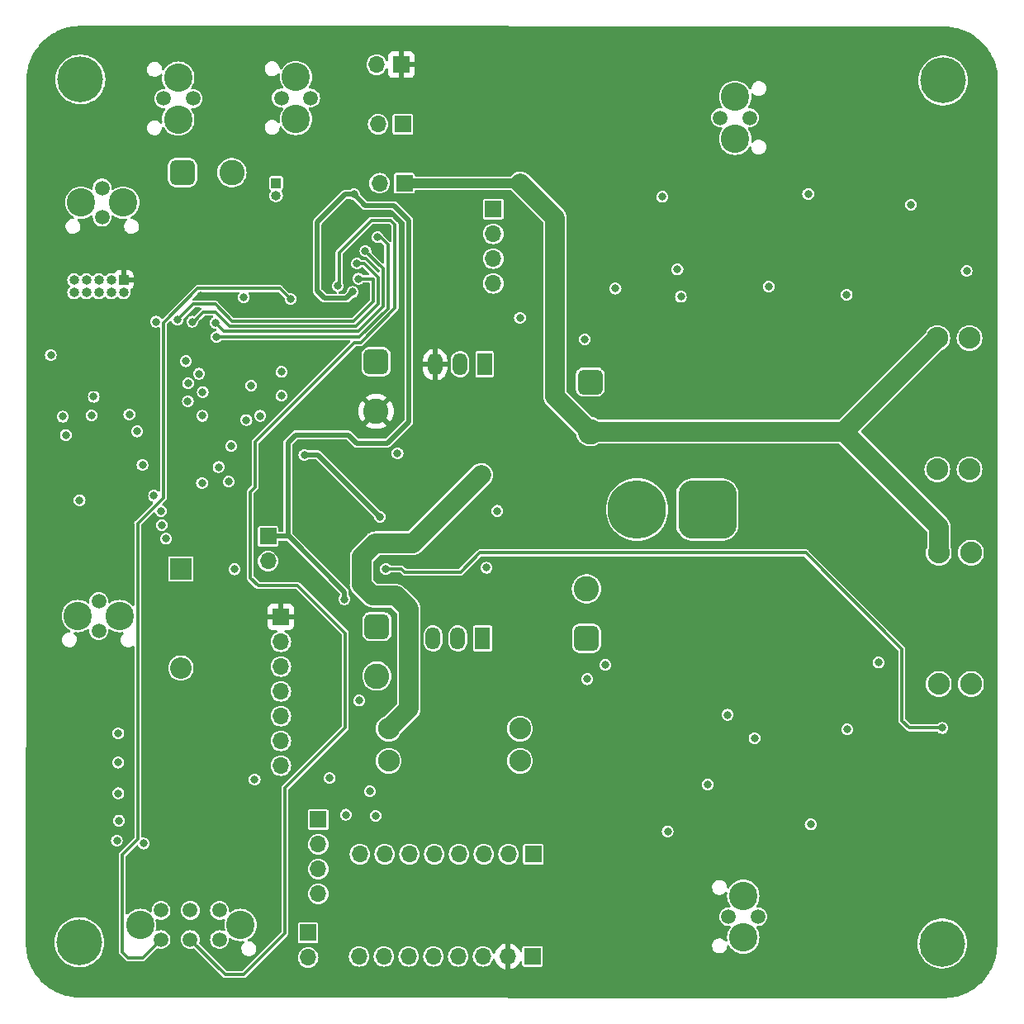
<source format=gbr>
%TF.GenerationSoftware,KiCad,Pcbnew,7.0.10*%
%TF.CreationDate,2024-11-02T13:10:27-06:00*%
%TF.ProjectId,RevA_Mecanismos,52657641-5f4d-4656-9361-6e69736d6f73,rev?*%
%TF.SameCoordinates,Original*%
%TF.FileFunction,Copper,L2,Inr*%
%TF.FilePolarity,Positive*%
%FSLAX46Y46*%
G04 Gerber Fmt 4.6, Leading zero omitted, Abs format (unit mm)*
G04 Created by KiCad (PCBNEW 7.0.10) date 2024-11-02 13:10:27*
%MOMM*%
%LPD*%
G01*
G04 APERTURE LIST*
G04 Aperture macros list*
%AMRoundRect*
0 Rectangle with rounded corners*
0 $1 Rounding radius*
0 $2 $3 $4 $5 $6 $7 $8 $9 X,Y pos of 4 corners*
0 Add a 4 corners polygon primitive as box body*
4,1,4,$2,$3,$4,$5,$6,$7,$8,$9,$2,$3,0*
0 Add four circle primitives for the rounded corners*
1,1,$1+$1,$2,$3*
1,1,$1+$1,$4,$5*
1,1,$1+$1,$6,$7*
1,1,$1+$1,$8,$9*
0 Add four rect primitives between the rounded corners*
20,1,$1+$1,$2,$3,$4,$5,0*
20,1,$1+$1,$4,$5,$6,$7,0*
20,1,$1+$1,$6,$7,$8,$9,0*
20,1,$1+$1,$8,$9,$2,$3,0*%
G04 Aperture macros list end*
%TA.AperFunction,ComponentPad*%
%ADD10C,1.520000*%
%TD*%
%TA.AperFunction,ComponentPad*%
%ADD11C,2.909999*%
%TD*%
%TA.AperFunction,ComponentPad*%
%ADD12RoundRect,0.650000X-0.650000X0.650000X-0.650000X-0.650000X0.650000X-0.650000X0.650000X0.650000X0*%
%TD*%
%TA.AperFunction,ComponentPad*%
%ADD13C,2.600000*%
%TD*%
%TA.AperFunction,ComponentPad*%
%ADD14RoundRect,0.650000X0.650000X-0.650000X0.650000X0.650000X-0.650000X0.650000X-0.650000X-0.650000X0*%
%TD*%
%TA.AperFunction,ComponentPad*%
%ADD15C,2.235200*%
%TD*%
%TA.AperFunction,ComponentPad*%
%ADD16C,4.700000*%
%TD*%
%TA.AperFunction,ComponentPad*%
%ADD17R,1.500000X2.300000*%
%TD*%
%TA.AperFunction,ComponentPad*%
%ADD18O,1.500000X2.300000*%
%TD*%
%TA.AperFunction,ComponentPad*%
%ADD19R,2.200000X2.200000*%
%TD*%
%TA.AperFunction,ComponentPad*%
%ADD20O,2.200000X2.200000*%
%TD*%
%TA.AperFunction,ComponentPad*%
%ADD21R,1.700000X1.700000*%
%TD*%
%TA.AperFunction,ComponentPad*%
%ADD22O,1.700000X1.700000*%
%TD*%
%TA.AperFunction,ComponentPad*%
%ADD23R,1.000000X1.000000*%
%TD*%
%TA.AperFunction,ComponentPad*%
%ADD24O,1.000000X1.000000*%
%TD*%
%TA.AperFunction,ComponentPad*%
%ADD25RoundRect,1.500000X1.500000X1.500000X-1.500000X1.500000X-1.500000X-1.500000X1.500000X-1.500000X0*%
%TD*%
%TA.AperFunction,ComponentPad*%
%ADD26C,6.000000*%
%TD*%
%TA.AperFunction,ComponentPad*%
%ADD27RoundRect,0.650000X-0.650000X-0.650000X0.650000X-0.650000X0.650000X0.650000X-0.650000X0.650000X0*%
%TD*%
%TA.AperFunction,ViaPad*%
%ADD28C,0.800000*%
%TD*%
%TA.AperFunction,Conductor*%
%ADD29C,0.500000*%
%TD*%
%TA.AperFunction,Conductor*%
%ADD30C,0.300000*%
%TD*%
%TA.AperFunction,Conductor*%
%ADD31C,2.000000*%
%TD*%
%TA.AperFunction,Conductor*%
%ADD32C,1.000000*%
%TD*%
G04 APERTURE END LIST*
D10*
%TO.N,WP_+*%
%TO.C,J10*%
X149060000Y-54725001D03*
%TO.N,WP_-*%
X152059999Y-54725001D03*
D11*
%TO.N,unconnected-(J10-PadP1)*%
X150560000Y-56874999D03*
%TO.N,unconnected-(J10-PadP2)*%
X150560000Y-52575003D03*
%TD*%
D12*
%TO.N,GND*%
%TO.C,TP2*%
X113837000Y-106879900D03*
D13*
%TO.N,+5V*%
X113837000Y-111959900D03*
%TD*%
D14*
%TO.N,GND*%
%TO.C,TP4*%
X135327000Y-108091100D03*
D13*
%TO.N,+VMOT*%
X135327000Y-103011100D03*
%TD*%
D10*
%TO.N,UART_TX*%
%TO.C,J6*%
X85670000Y-61913900D03*
%TO.N,UART_RX*%
X85670000Y-64913899D03*
D11*
%TO.N,GND*%
X83520002Y-63413900D03*
X87819998Y-63413900D03*
%TD*%
D15*
%TO.N,+12V*%
%TO.C,J20*%
X115052400Y-117339900D03*
X115052400Y-120641900D03*
%TO.N,Net-(J12-Pin_8)*%
X128514400Y-117339900D03*
X128514400Y-120641900D03*
%TD*%
D16*
%TO.N,N/C*%
%TO.C,H2*%
X171877600Y-50890300D03*
%TD*%
D17*
%TO.N,+VMOT*%
%TO.C,U2*%
X124875000Y-80000000D03*
D18*
%TO.N,GND*%
X122335000Y-80000000D03*
%TO.N,+3.3V*%
X119795000Y-80000000D03*
%TD*%
D10*
%TO.N,CAN_P*%
%TO.C,J5*%
X94967800Y-52753502D03*
%TO.N,CAN_N*%
X91967801Y-52753502D03*
D11*
%TO.N,unconnected-(J5-PadP1)*%
X93467800Y-50603504D03*
%TO.N,unconnected-(J5-PadP2)*%
X93467800Y-54903500D03*
%TD*%
D15*
%TO.N,+12V*%
%TO.C,J9*%
X174747800Y-99302700D03*
X171445800Y-99302700D03*
%TO.N,Net-(Q4-S)*%
X174747800Y-112764700D03*
X171445800Y-112764700D03*
%TD*%
D10*
%TO.N,WPM_+*%
%TO.C,J11*%
X152900000Y-136625002D03*
%TO.N,WPM_-*%
X149900001Y-136625002D03*
D11*
%TO.N,unconnected-(J11-PadP1)*%
X151400000Y-134475004D03*
%TO.N,unconnected-(J11-PadP2)*%
X151400000Y-138775000D03*
%TD*%
D19*
%TO.N,+5V*%
%TO.C,D1*%
X93735000Y-100979100D03*
D20*
%TO.N,/Net-(D1-A)*%
X93735000Y-111139100D03*
%TD*%
D21*
%TO.N,GND*%
%TO.C,J12*%
X129789800Y-140704700D03*
D22*
%TO.N,+3.3V*%
X127249800Y-140704700D03*
%TO.N,M2B*%
X124709800Y-140704700D03*
%TO.N,M2A*%
X122169800Y-140704700D03*
%TO.N,M1A*%
X119629800Y-140704700D03*
%TO.N,M1B*%
X117089800Y-140704700D03*
%TO.N,GND*%
X114549800Y-140704700D03*
%TO.N,Net-(J12-Pin_8)*%
X112009800Y-140704700D03*
%TD*%
D16*
%TO.N,N/C*%
%TO.C,H3*%
X83335600Y-139261700D03*
%TD*%
D23*
%TO.N,Net-(J3-Pin_1)*%
%TO.C,J3*%
X103500000Y-61405000D03*
D24*
%TO.N,CAN_N*%
X103500000Y-62675000D03*
%TD*%
D21*
%TO.N,M2B*%
%TO.C,J21*%
X107818800Y-126658500D03*
D22*
%TO.N,M2A*%
X107818800Y-129198500D03*
%TO.N,M1A*%
X107818800Y-131738500D03*
%TO.N,M1B*%
X107818800Y-134278500D03*
%TD*%
D21*
%TO.N,GND*%
%TO.C,J14*%
X106777400Y-138261300D03*
D22*
%TO.N,Net-(J14-Pin_2)*%
X106777400Y-140801300D03*
%TD*%
D12*
%TO.N,GND*%
%TO.C,TP1*%
X135700000Y-81810000D03*
D13*
%TO.N,+12V*%
X135700000Y-86890000D03*
%TD*%
D25*
%TO.N,GND*%
%TO.C,BT1*%
X147708600Y-94883100D03*
D26*
%TO.N,Net-(BT1-+)*%
X140508600Y-94883100D03*
%TD*%
D12*
%TO.N,GND*%
%TO.C,TP3*%
X113756400Y-79736700D03*
D13*
%TO.N,+3.3V*%
X113756400Y-84816700D03*
%TD*%
D10*
%TO.N,+VMOT*%
%TO.C,J15*%
X91701401Y-135975701D03*
%TO.N,GND*%
X94701400Y-135975701D03*
%TO.N,Net-(J14-Pin_2)*%
X97701399Y-135975701D03*
%TO.N,CAN_N*%
X91701401Y-138975700D03*
%TO.N,CAN_P*%
X94701400Y-138975700D03*
%TO.N,unconnected-(J15-Pad6)*%
X97701399Y-138975700D03*
D11*
%TO.N,unconnected-(J15-PadP1)*%
X89551403Y-137475701D03*
%TO.N,unconnected-(J15-PadP2)*%
X99851397Y-137475701D03*
%TD*%
D21*
%TO.N,+5V*%
%TO.C,J18*%
X116494600Y-55383800D03*
D22*
%TO.N,GND*%
X113954600Y-55383800D03*
%TD*%
D17*
%TO.N,+VMOT*%
%TO.C,U3*%
X124672000Y-108092500D03*
D18*
%TO.N,GND*%
X122132000Y-108092500D03*
%TO.N,+5V*%
X119592000Y-108092500D03*
%TD*%
D16*
%TO.N,N/C*%
%TO.C,H1*%
X83434800Y-50788700D03*
%TD*%
D27*
%TO.N,CAN_RX*%
%TO.C,TP5*%
X93886400Y-60325700D03*
D13*
%TO.N,CAN_TX*%
X98966400Y-60325700D03*
%TD*%
D21*
%TO.N,STPR_DIR*%
%TO.C,J13*%
X129866000Y-130214500D03*
D22*
%TO.N,STPR_STEP*%
X127326000Y-130214500D03*
%TO.N,unconnected-(J13-Pin_3-Pad3)*%
X124786000Y-130214500D03*
%TO.N,unconnected-(J13-Pin_4-Pad4)*%
X122246000Y-130214500D03*
%TO.N,unconnected-(J13-Pin_5-Pad5)*%
X119706000Y-130214500D03*
%TO.N,unconnected-(J13-Pin_6-Pad6)*%
X117166000Y-130214500D03*
%TO.N,unconnected-(J13-Pin_7-Pad7)*%
X114626000Y-130214500D03*
%TO.N,STPR_EN*%
X112086000Y-130214500D03*
%TD*%
D21*
%TO.N,+3.3V*%
%TO.C,J17*%
X116350000Y-49275000D03*
D22*
%TO.N,GND*%
X113810000Y-49275000D03*
%TD*%
D15*
%TO.N,+12V*%
%TO.C,J8*%
X174595400Y-77306300D03*
X171293400Y-77306300D03*
%TO.N,Net-(Q3-S)*%
X174595400Y-90768300D03*
X171293400Y-90768300D03*
%TD*%
D21*
%TO.N,+5V*%
%TO.C,J1*%
X102676400Y-97635700D03*
D22*
%TO.N,/Net-(D1-A)*%
X102676400Y-100175700D03*
%TD*%
D16*
%TO.N,N/C*%
%TO.C,H4*%
X171801400Y-139383900D03*
%TD*%
D10*
%TO.N,CAN_P*%
%TO.C,J7*%
X107034400Y-52696499D03*
%TO.N,CAN_N*%
X104034401Y-52696499D03*
D11*
%TO.N,unconnected-(J7-PadP1)*%
X105534400Y-50546501D03*
%TO.N,unconnected-(J7-PadP2)*%
X105534400Y-54846497D03*
%TD*%
D21*
%TO.N,SB1*%
%TO.C,J22*%
X125760000Y-64085000D03*
D22*
%TO.N,SB2*%
X125760000Y-66625000D03*
%TO.N,SB3*%
X125760000Y-69165000D03*
%TO.N,SB4*%
X125760000Y-71705000D03*
%TD*%
D21*
%TO.N,+12V*%
%TO.C,J19*%
X116650000Y-61425000D03*
D22*
%TO.N,GND*%
X114110000Y-61425000D03*
%TD*%
D23*
%TO.N,+3.3V*%
%TO.C,J2*%
X87866400Y-71355700D03*
D24*
%TO.N,SWDIO*%
X87866400Y-72625700D03*
%TO.N,GND*%
X86596400Y-71355700D03*
%TO.N,SWCLK*%
X86596400Y-72625700D03*
%TO.N,GND*%
X85326400Y-71355700D03*
%TO.N,SWO*%
X85326400Y-72625700D03*
%TO.N,unconnected-(J2-KEY-Pad7)*%
X84056400Y-71355700D03*
%TO.N,unconnected-(J2-NC{slash}TDI-Pad8)*%
X84056400Y-72625700D03*
%TO.N,GND*%
X82786400Y-71355700D03*
%TO.N,NRST*%
X82786400Y-72625700D03*
%TD*%
D21*
%TO.N,+3.3V*%
%TO.C,J16*%
X103983400Y-105906700D03*
D22*
%TO.N,IO_2*%
X103983400Y-108446700D03*
%TO.N,IO_3*%
X103983400Y-110986700D03*
%TO.N,IO_4*%
X103983400Y-113526700D03*
%TO.N,IO_5*%
X103983400Y-116066700D03*
%TO.N,IO_6*%
X103983400Y-118606700D03*
%TO.N,GND*%
X103983400Y-121146700D03*
%TD*%
D10*
%TO.N,SCL*%
%TO.C,J4*%
X85314400Y-104303701D03*
%TO.N,SDA*%
X85314400Y-107303700D03*
D11*
%TO.N,GND*%
X83164402Y-105803701D03*
X87464398Y-105803701D03*
%TD*%
D28*
%TO.N,+3.3V*%
X111050000Y-64025000D03*
X95026400Y-115125700D03*
X89835600Y-70854700D03*
X104000000Y-103525000D03*
X100250000Y-79700000D03*
X95776400Y-72975700D03*
X127251400Y-137500700D03*
X99800000Y-96025000D03*
X84587400Y-91951500D03*
X86701400Y-75376400D03*
X100325800Y-88475000D03*
%TO.N,HSE_IN*%
X89800000Y-90325000D03*
X83350000Y-93925000D03*
%TO.N,NRST*%
X89270000Y-86875000D03*
%TO.N,+VMOT*%
X106400000Y-89275000D03*
X114150000Y-95625000D03*
%TO.N,+5V*%
X110500000Y-104075000D03*
X111500000Y-62575000D03*
X111350000Y-72575000D03*
%TO.N,CAN_P*%
X109825700Y-71950700D03*
%TO.N,CAN_N*%
X104976400Y-73300700D03*
%TO.N,DEBUG_1*%
X87326400Y-117825700D03*
X90976400Y-93475700D03*
%TO.N,DEBUG_2*%
X91676400Y-95025700D03*
X87326400Y-120825700D03*
%TO.N,DEBUG_3*%
X87326400Y-123975700D03*
X91776400Y-96475700D03*
%TO.N,DEBUG_4*%
X92226400Y-97875700D03*
X87376400Y-126775700D03*
%TO.N,DEBUG_5*%
X87176400Y-128825700D03*
X94450000Y-83775000D03*
%TO.N,DEBUG_6*%
X89926400Y-129125700D03*
X95973549Y-82828550D03*
%TO.N,CAN_RX*%
X100176400Y-73125700D03*
X91176400Y-75625700D03*
%TO.N,SDA*%
X88450000Y-85125000D03*
X81631400Y-85358100D03*
%TO.N,SCL*%
X84800000Y-83325000D03*
X80400000Y-79075000D03*
%TO.N,UART_TX*%
X94470000Y-81935000D03*
%TO.N,UART_RX*%
X95600000Y-80965000D03*
%TO.N,IO_1*%
X99240000Y-101015000D03*
X95900000Y-92175000D03*
%TO.N,IO_2*%
X98626400Y-92025700D03*
%TO.N,IO_3*%
X97601400Y-90525700D03*
%TO.N,IO_4*%
X98876400Y-88375700D03*
%TO.N,IO_5*%
X100451400Y-85700700D03*
%TO.N,IO_6*%
X101876400Y-85275700D03*
%TO.N,BOOT0*%
X81936200Y-87237700D03*
X84577800Y-85231100D03*
%TO.N,+12V*%
X124550000Y-91325000D03*
%TO.N,Net-(Q3-S)*%
X162000000Y-72855000D03*
X138300000Y-72225000D03*
X154000000Y-72025000D03*
X168600000Y-63625000D03*
X143100000Y-62825000D03*
X144650000Y-70275000D03*
%TO.N,Net-(Q4-S)*%
X158300000Y-127175000D03*
X147750000Y-123075000D03*
X152550000Y-118325000D03*
X162060000Y-117425000D03*
%TO.N,IO_7*%
X97400000Y-77175000D03*
X113910000Y-66965000D03*
%TO.N,IO_8*%
X112650000Y-68375000D03*
X97294669Y-75730331D03*
%TO.N,IO_9*%
X94900000Y-75625000D03*
X111800000Y-69675000D03*
%TO.N,IO_10*%
X111950000Y-71225000D03*
X93400000Y-75425000D03*
%TO.N,STPR_STEP*%
X110650000Y-126175000D03*
X95950000Y-85275000D03*
X113700000Y-126275000D03*
X101300000Y-122575000D03*
%TO.N,STPR_DIR*%
X109000000Y-122425000D03*
X113100000Y-123775000D03*
%TO.N,WP_+*%
X158050000Y-62525000D03*
%TO.N,WPM_+*%
X143650000Y-127875000D03*
%TO.N,WPM_TIM1_CH1N*%
X112000000Y-114475000D03*
X104050000Y-83225000D03*
%TO.N,WPM_TIM1_CH1*%
X171800000Y-117275000D03*
X114750000Y-100975000D03*
%TO.N,WP_TIM1_CH2N*%
X174300000Y-70425000D03*
X104050000Y-80775000D03*
%TO.N,WP_TIM1_CH2*%
X128500000Y-75225000D03*
X94250000Y-79675000D03*
%TO.N,Net-(Q2-Pad1)*%
X126175000Y-95025000D03*
X125075000Y-100850000D03*
%TO.N,LEVEL_SHIFTER*%
X100950000Y-82175000D03*
X115950000Y-89125000D03*
%TO.N,Net-(U5-G)*%
X149800000Y-115925000D03*
X135400000Y-112275000D03*
%TO.N,Net-(U6-G)*%
X135150000Y-77425000D03*
X145000000Y-73075000D03*
%TO.N,Net-(U7-G)*%
X137250000Y-110825000D03*
X165250000Y-110575000D03*
%TD*%
D29*
%TO.N,+VMOT*%
X106400000Y-89275000D02*
X107800000Y-89275000D01*
X107800000Y-89275000D02*
X114150000Y-95625000D01*
%TO.N,+5V*%
X110900000Y-87225000D02*
X111750000Y-88075000D01*
X108450000Y-73225000D02*
X107700000Y-72475000D01*
X104700000Y-88025000D02*
X105500000Y-87225000D01*
X117100000Y-65225000D02*
X115600000Y-63725000D01*
X111350000Y-72575000D02*
X110700000Y-73225000D01*
X110500000Y-103325000D02*
X110500000Y-104075000D01*
X104810700Y-97635700D02*
X110500000Y-103325000D01*
X107700000Y-72475000D02*
X107700000Y-65425000D01*
X115600000Y-63725000D02*
X112650000Y-63725000D01*
X114900000Y-88075000D02*
X117100000Y-85875000D01*
X117100000Y-85875000D02*
X117100000Y-65225000D01*
X104810700Y-97635700D02*
X104700000Y-97525000D01*
X110700000Y-73225000D02*
X108450000Y-73225000D01*
X104700000Y-97525000D02*
X104700000Y-88025000D01*
X110550000Y-62575000D02*
X111400000Y-62575000D01*
X112650000Y-63725000D02*
X111500000Y-62575000D01*
X102676400Y-97635700D02*
X104810700Y-97635700D01*
X105500000Y-87225000D02*
X110900000Y-87225000D01*
X107700000Y-65425000D02*
X110550000Y-62575000D01*
X111750000Y-88075000D02*
X114900000Y-88075000D01*
D30*
%TO.N,CAN_P*%
X104400000Y-123425000D02*
X104400000Y-138325000D01*
X101350000Y-87975000D02*
X101350000Y-92575000D01*
X104400000Y-138325000D02*
X100150000Y-142575000D01*
X100850000Y-101875000D02*
X101650000Y-102675000D01*
X100150000Y-142575000D02*
X98300700Y-142575000D01*
X113250000Y-65225000D02*
X115250000Y-65225000D01*
X115250000Y-65225000D02*
X115700000Y-65675000D01*
X100850000Y-93075000D02*
X100850000Y-101875000D01*
X110600000Y-107575000D02*
X110600000Y-117225000D01*
X109950000Y-68525000D02*
X113250000Y-65225000D01*
X98300700Y-142575000D02*
X94701400Y-138975700D01*
X101350000Y-92575000D02*
X100850000Y-93075000D01*
X115700000Y-74232106D02*
X112157106Y-77775000D01*
X101650000Y-102675000D02*
X105700000Y-102675000D01*
X109950000Y-71826400D02*
X109950000Y-68525000D01*
X110600000Y-117225000D02*
X104400000Y-123425000D01*
X111550000Y-77775000D02*
X101350000Y-87975000D01*
X105700000Y-102675000D02*
X110600000Y-107575000D01*
X115700000Y-65675000D02*
X115700000Y-74232106D01*
X112157106Y-77775000D02*
X111550000Y-77775000D01*
X109825700Y-71950700D02*
X109950000Y-71826400D01*
%TO.N,CAN_N*%
X104976400Y-73300700D02*
X103901400Y-72225700D01*
X89300000Y-128691439D02*
X87746404Y-130245035D01*
X87746404Y-140247637D02*
X88324468Y-140825701D01*
X95465739Y-72225700D02*
X91926400Y-75765039D01*
X91926400Y-93698600D02*
X89300000Y-96325000D01*
X89300000Y-96325000D02*
X89300000Y-128691439D01*
X91926400Y-75765039D02*
X91926400Y-93698600D01*
X89851400Y-140825701D02*
X91701401Y-138975700D01*
X87746404Y-130245035D02*
X87746404Y-140247637D01*
X103901400Y-72225700D02*
X95465739Y-72225700D01*
X88324468Y-140825701D02*
X89851400Y-140825701D01*
D31*
%TO.N,+12V*%
X117550000Y-98325000D02*
X113650000Y-98325000D01*
X128550000Y-61425000D02*
X132100000Y-64975000D01*
X112250000Y-102575000D02*
X113400000Y-103725000D01*
X112250000Y-99725000D02*
X112250000Y-102575000D01*
X135700000Y-86890000D02*
X161709700Y-86890000D01*
X113400000Y-103725000D02*
X115800000Y-103725000D01*
X117100000Y-115292300D02*
X115052400Y-117339900D01*
X117100000Y-105025000D02*
X117100000Y-115292300D01*
X113650000Y-98325000D02*
X112250000Y-99725000D01*
X115800000Y-103725000D02*
X117100000Y-105025000D01*
X132100000Y-64975000D02*
X132100000Y-83290000D01*
X171445800Y-96626100D02*
X161709700Y-86890000D01*
X171445800Y-99302700D02*
X171445800Y-96626100D01*
X124550000Y-91325000D02*
X117550000Y-98325000D01*
X132100000Y-83290000D02*
X135700000Y-86890000D01*
D32*
X116650000Y-61425000D02*
X128550000Y-61425000D01*
D31*
X161709700Y-86890000D02*
X171293400Y-77306300D01*
D30*
%TO.N,IO_7*%
X114950000Y-74275000D02*
X112050000Y-77175000D01*
X112050000Y-77175000D02*
X97400000Y-77175000D01*
X113910000Y-66965000D02*
X114190000Y-66965000D01*
X114190000Y-66965000D02*
X114950000Y-67725000D01*
X114950000Y-67725000D02*
X114950000Y-74275000D01*
%TO.N,IO_8*%
X114450000Y-74067894D02*
X111942894Y-76575000D01*
X98139338Y-76575000D02*
X97294669Y-75730331D01*
X111942894Y-76575000D02*
X98139338Y-76575000D01*
X97294669Y-75730331D02*
X97294669Y-75780331D01*
X112650000Y-68375000D02*
X114450000Y-70175000D01*
X114450000Y-70175000D02*
X114450000Y-74067894D01*
%TO.N,IO_9*%
X94900000Y-75625000D02*
X95050000Y-75625000D01*
X95050000Y-75625000D02*
X95500000Y-75175000D01*
X97250000Y-74625000D02*
X98700000Y-76075000D01*
X113950000Y-71075000D02*
X112550000Y-69675000D01*
X96050000Y-74625000D02*
X97250000Y-74625000D01*
X113950000Y-73775000D02*
X113950000Y-71075000D01*
X98700000Y-76075000D02*
X111650000Y-76075000D01*
X112550000Y-69675000D02*
X111800000Y-69675000D01*
X95500000Y-75175000D02*
X96050000Y-74625000D01*
X111650000Y-76075000D02*
X113950000Y-73775000D01*
%TO.N,IO_10*%
X111442894Y-75575000D02*
X99000000Y-75575000D01*
X97250000Y-73825000D02*
X95000000Y-73825000D01*
X95000000Y-73825000D02*
X93400000Y-75425000D01*
X111950000Y-71225000D02*
X113392894Y-71225000D01*
X113450000Y-71282106D02*
X113450000Y-73567894D01*
X113392894Y-71225000D02*
X113450000Y-71282106D01*
X99000000Y-75575000D02*
X97250000Y-73825000D01*
X113450000Y-73567894D02*
X111442894Y-75575000D01*
%TO.N,WPM_TIM1_CH1*%
X168400000Y-117275000D02*
X171800000Y-117275000D01*
X157800000Y-99325000D02*
X167650000Y-109175000D01*
X167650000Y-116525000D02*
X168400000Y-117275000D01*
X116700000Y-101325000D02*
X122400000Y-101325000D01*
X124400000Y-99325000D02*
X157800000Y-99325000D01*
X122400000Y-101325000D02*
X124400000Y-99325000D01*
X116350000Y-100975000D02*
X116700000Y-101325000D01*
X167650000Y-109175000D02*
X167650000Y-116525000D01*
X114750000Y-100975000D02*
X116350000Y-100975000D01*
%TD*%
%TA.AperFunction,Conductor*%
%TO.N,+3.3V*%
G36*
X171954599Y-45368243D02*
G01*
X171954748Y-45368287D01*
X172003840Y-45368287D01*
X172008963Y-45368393D01*
X172012718Y-45368548D01*
X172221599Y-45377187D01*
X172462447Y-45387709D01*
X172472335Y-45388540D01*
X172697655Y-45416626D01*
X172698150Y-45416690D01*
X172926138Y-45446705D01*
X172935341Y-45448273D01*
X173160282Y-45495438D01*
X173161161Y-45495627D01*
X173383103Y-45544831D01*
X173391621Y-45547041D01*
X173612768Y-45612879D01*
X173614507Y-45613412D01*
X173830043Y-45681370D01*
X173837813Y-45684107D01*
X174053464Y-45768255D01*
X174055564Y-45769099D01*
X174263777Y-45855344D01*
X174270764Y-45858496D01*
X174478921Y-45960258D01*
X174481715Y-45961667D01*
X174681160Y-46065492D01*
X174687341Y-46068938D01*
X174886634Y-46187690D01*
X174889727Y-46189598D01*
X175079175Y-46310290D01*
X175084597Y-46313949D01*
X175273449Y-46448786D01*
X175276844Y-46451298D01*
X175345019Y-46503611D01*
X175454962Y-46587974D01*
X175459616Y-46591727D01*
X175636759Y-46741758D01*
X175640368Y-46744937D01*
X175805860Y-46896582D01*
X175809742Y-46900300D01*
X175973896Y-47064454D01*
X175977616Y-47068340D01*
X176129269Y-47233839D01*
X176132424Y-47237421D01*
X176282466Y-47414574D01*
X176286220Y-47419229D01*
X176422859Y-47597301D01*
X176425400Y-47600733D01*
X176560241Y-47789589D01*
X176563905Y-47795018D01*
X176684592Y-47984459D01*
X176686533Y-47987610D01*
X176805249Y-48186839D01*
X176808716Y-48193056D01*
X176912529Y-48392478D01*
X176913940Y-48395274D01*
X177015691Y-48603407D01*
X177018852Y-48610415D01*
X177105055Y-48818526D01*
X177106011Y-48820904D01*
X177190081Y-49036358D01*
X177192825Y-49044145D01*
X177260752Y-49259578D01*
X177261336Y-49261484D01*
X177327152Y-49482556D01*
X177329368Y-49491099D01*
X177378517Y-49712791D01*
X177378817Y-49714184D01*
X177425917Y-49938819D01*
X177427495Y-49948079D01*
X177457482Y-50175840D01*
X177457591Y-50176689D01*
X177485654Y-50401830D01*
X177486488Y-50411758D01*
X177497132Y-50655521D01*
X177497144Y-50655805D01*
X177505793Y-50864903D01*
X177505899Y-50870121D01*
X177439701Y-139482934D01*
X177439592Y-139488028D01*
X177430425Y-139706973D01*
X177430413Y-139707254D01*
X177420097Y-139940975D01*
X177419258Y-139950904D01*
X177390462Y-140181013D01*
X177390353Y-140181861D01*
X177360941Y-140404432D01*
X177359359Y-140413689D01*
X177311481Y-140641515D01*
X177311180Y-140642907D01*
X177262686Y-140861177D01*
X177260468Y-140869716D01*
X177193844Y-141093152D01*
X177193259Y-141095057D01*
X177126046Y-141307915D01*
X177123300Y-141315699D01*
X177038391Y-141533043D01*
X177037434Y-141535419D01*
X176952013Y-141741412D01*
X176948851Y-141748416D01*
X176846253Y-141958085D01*
X176844842Y-141960880D01*
X176741848Y-142158554D01*
X176738380Y-142164768D01*
X176618756Y-142365364D01*
X176616813Y-142368514D01*
X176497068Y-142556335D01*
X176493404Y-142561759D01*
X176357611Y-142751822D01*
X176355070Y-142755253D01*
X176219432Y-142931908D01*
X176215678Y-142936561D01*
X176064650Y-143114774D01*
X176061450Y-143118404D01*
X175910935Y-143282570D01*
X175907194Y-143286475D01*
X175741975Y-143451607D01*
X175738068Y-143455346D01*
X175573836Y-143605762D01*
X175570204Y-143608960D01*
X175391916Y-143759890D01*
X175387262Y-143763641D01*
X175210502Y-143899212D01*
X175207069Y-143901752D01*
X175016984Y-144037410D01*
X175011558Y-144041071D01*
X174823605Y-144160761D01*
X174820453Y-144162702D01*
X174619831Y-144282197D01*
X174613616Y-144285662D01*
X174415961Y-144388514D01*
X174413166Y-144389924D01*
X174203363Y-144492452D01*
X174196356Y-144495611D01*
X173990349Y-144580909D01*
X173987973Y-144581864D01*
X173770567Y-144666665D01*
X173762782Y-144669407D01*
X173549843Y-144736523D01*
X173547937Y-144737106D01*
X173324528Y-144803594D01*
X173315988Y-144805809D01*
X173097658Y-144854195D01*
X173096266Y-144854495D01*
X172868435Y-144902249D01*
X172859177Y-144903826D01*
X172636542Y-144933127D01*
X172635695Y-144933235D01*
X172405602Y-144961907D01*
X172395676Y-144962741D01*
X172166893Y-144972726D01*
X172166609Y-144972738D01*
X171942338Y-144982011D01*
X171937111Y-144982117D01*
X83350582Y-144908077D01*
X83345239Y-144907957D01*
X83129699Y-144898480D01*
X83129415Y-144898467D01*
X82890957Y-144887434D01*
X82881047Y-144886577D01*
X82653336Y-144857623D01*
X82652491Y-144857512D01*
X82426329Y-144827175D01*
X82417087Y-144825577D01*
X82190678Y-144777555D01*
X82189288Y-144777252D01*
X81968487Y-144727767D01*
X81959965Y-144725537D01*
X81737490Y-144658776D01*
X81735588Y-144658188D01*
X81520771Y-144589948D01*
X81513003Y-144587193D01*
X81296402Y-144502166D01*
X81294030Y-144501207D01*
X81086362Y-144414700D01*
X81079373Y-144411531D01*
X80870270Y-144308816D01*
X80867480Y-144307402D01*
X80668394Y-144203295D01*
X80662195Y-144199823D01*
X80462106Y-144080120D01*
X80458963Y-144078176D01*
X80269859Y-143957250D01*
X80264445Y-143953584D01*
X80074817Y-143817729D01*
X80071395Y-143815186D01*
X79893586Y-143678309D01*
X79888945Y-143674555D01*
X79711160Y-143523529D01*
X79707539Y-143520330D01*
X79542349Y-143368534D01*
X79538452Y-143364794D01*
X79373684Y-143199588D01*
X79369954Y-143195681D01*
X79218599Y-143030089D01*
X79215409Y-143026460D01*
X79135520Y-142931908D01*
X79064839Y-142848253D01*
X79061098Y-142843602D01*
X79039890Y-142815900D01*
X78924688Y-142665422D01*
X78922164Y-142662005D01*
X78786825Y-142472030D01*
X78783174Y-142466608D01*
X78662701Y-142277103D01*
X78660823Y-142274048D01*
X78541644Y-142073628D01*
X78538192Y-142067426D01*
X78521518Y-142035333D01*
X78434598Y-141868030D01*
X78433192Y-141865238D01*
X78331033Y-141655862D01*
X78327894Y-141648889D01*
X78321296Y-141632930D01*
X78241899Y-141440891D01*
X78241020Y-141438701D01*
X78156526Y-141221763D01*
X78153814Y-141214054D01*
X78086048Y-140998748D01*
X78085594Y-140997261D01*
X78019374Y-140774441D01*
X78017176Y-140765951D01*
X77968238Y-140544830D01*
X77968001Y-140543734D01*
X77920556Y-140317074D01*
X77918989Y-140307866D01*
X77889188Y-140081138D01*
X77889144Y-140080795D01*
X77860789Y-139852949D01*
X77859961Y-139843078D01*
X77849529Y-139603801D01*
X77848628Y-139581994D01*
X77840642Y-139388649D01*
X77840537Y-139383437D01*
X77840560Y-139356725D01*
X77840639Y-139261705D01*
X80780057Y-139261705D01*
X80800206Y-139581983D01*
X80800207Y-139581990D01*
X80816903Y-139669511D01*
X80857580Y-139882751D01*
X80860345Y-139897242D01*
X80959516Y-140202459D01*
X80959518Y-140202464D01*
X81096158Y-140492838D01*
X81096162Y-140492844D01*
X81268120Y-140763808D01*
X81268122Y-140763811D01*
X81469497Y-141007232D01*
X81472689Y-141011090D01*
X81679454Y-141205254D01*
X81706634Y-141230778D01*
X81706644Y-141230786D01*
X81966260Y-141419408D01*
X81966266Y-141419411D01*
X81966272Y-141419416D01*
X82247503Y-141574024D01*
X82545894Y-141692166D01*
X82545893Y-141692166D01*
X82856735Y-141771976D01*
X82856739Y-141771977D01*
X82923535Y-141780415D01*
X83175124Y-141812199D01*
X83175133Y-141812199D01*
X83175136Y-141812200D01*
X83175138Y-141812200D01*
X83496062Y-141812200D01*
X83496064Y-141812200D01*
X83496067Y-141812199D01*
X83496075Y-141812199D01*
X83686063Y-141788197D01*
X83814461Y-141771977D01*
X84125306Y-141692166D01*
X84423697Y-141574024D01*
X84704928Y-141419416D01*
X84964564Y-141230780D01*
X85198511Y-141011090D01*
X85403078Y-140763810D01*
X85575039Y-140492842D01*
X85711684Y-140202458D01*
X85810856Y-139897238D01*
X85870992Y-139581994D01*
X85871088Y-139580471D01*
X85891143Y-139261705D01*
X85891143Y-139261694D01*
X85870993Y-138941416D01*
X85870992Y-138941409D01*
X85870992Y-138941406D01*
X85810856Y-138626162D01*
X85711684Y-138320942D01*
X85708981Y-138315197D01*
X85575041Y-138030561D01*
X85575037Y-138030555D01*
X85403079Y-137759591D01*
X85403077Y-137759588D01*
X85198512Y-137512311D01*
X85093501Y-137413699D01*
X84964564Y-137292620D01*
X84964561Y-137292618D01*
X84964555Y-137292613D01*
X84704939Y-137103991D01*
X84704921Y-137103980D01*
X84423696Y-136949375D01*
X84423693Y-136949374D01*
X84162502Y-136845961D01*
X84125306Y-136831234D01*
X84125304Y-136831233D01*
X84125306Y-136831233D01*
X83814464Y-136751423D01*
X83814451Y-136751421D01*
X83496075Y-136711200D01*
X83496064Y-136711200D01*
X83175136Y-136711200D01*
X83175124Y-136711200D01*
X82856748Y-136751421D01*
X82856735Y-136751423D01*
X82545894Y-136831233D01*
X82247506Y-136949374D01*
X82247503Y-136949375D01*
X81966278Y-137103980D01*
X81966260Y-137103991D01*
X81706644Y-137292613D01*
X81706634Y-137292621D01*
X81472687Y-137512311D01*
X81268122Y-137759588D01*
X81268120Y-137759591D01*
X81096162Y-138030555D01*
X81096158Y-138030561D01*
X80959518Y-138320935D01*
X80959516Y-138320940D01*
X80860345Y-138626157D01*
X80800207Y-138941409D01*
X80800206Y-138941416D01*
X80780057Y-139261694D01*
X80780057Y-139261705D01*
X77840639Y-139261705D01*
X77849361Y-128825701D01*
X86570718Y-128825701D01*
X86591355Y-128982460D01*
X86591356Y-128982462D01*
X86650687Y-129125701D01*
X86651864Y-129128541D01*
X86748118Y-129253982D01*
X86873559Y-129350236D01*
X87019638Y-129410744D01*
X87098019Y-129421063D01*
X87176399Y-129431382D01*
X87176400Y-129431382D01*
X87176401Y-129431382D01*
X87228654Y-129424502D01*
X87333162Y-129410744D01*
X87479241Y-129350236D01*
X87604682Y-129253982D01*
X87700936Y-129128541D01*
X87761444Y-128982462D01*
X87782082Y-128825700D01*
X87761444Y-128668938D01*
X87700936Y-128522859D01*
X87604682Y-128397418D01*
X87479241Y-128301164D01*
X87333162Y-128240656D01*
X87333160Y-128240655D01*
X87176401Y-128220018D01*
X87176399Y-128220018D01*
X87019639Y-128240655D01*
X87019637Y-128240656D01*
X86873560Y-128301163D01*
X86748118Y-128397418D01*
X86651863Y-128522860D01*
X86591356Y-128668937D01*
X86591355Y-128668939D01*
X86570718Y-128825698D01*
X86570718Y-128825701D01*
X77849361Y-128825701D01*
X77851075Y-126775701D01*
X86770718Y-126775701D01*
X86791355Y-126932460D01*
X86791356Y-126932462D01*
X86851864Y-127078541D01*
X86948118Y-127203982D01*
X87073559Y-127300236D01*
X87219638Y-127360744D01*
X87298019Y-127371063D01*
X87376399Y-127381382D01*
X87376400Y-127381382D01*
X87376401Y-127381382D01*
X87428654Y-127374502D01*
X87533162Y-127360744D01*
X87679241Y-127300236D01*
X87804682Y-127203982D01*
X87900936Y-127078541D01*
X87961444Y-126932462D01*
X87982082Y-126775700D01*
X87978266Y-126746718D01*
X87961444Y-126618939D01*
X87961444Y-126618938D01*
X87900936Y-126472859D01*
X87804682Y-126347418D01*
X87679241Y-126251164D01*
X87533162Y-126190656D01*
X87533160Y-126190655D01*
X87376401Y-126170018D01*
X87376399Y-126170018D01*
X87219639Y-126190655D01*
X87219637Y-126190656D01*
X87073560Y-126251163D01*
X86948118Y-126347418D01*
X86851863Y-126472860D01*
X86791356Y-126618937D01*
X86791355Y-126618939D01*
X86770718Y-126775698D01*
X86770718Y-126775701D01*
X77851075Y-126775701D01*
X77853415Y-123975701D01*
X86720718Y-123975701D01*
X86741355Y-124132460D01*
X86741356Y-124132462D01*
X86801864Y-124278541D01*
X86898118Y-124403982D01*
X87023559Y-124500236D01*
X87169638Y-124560744D01*
X87248019Y-124571063D01*
X87326399Y-124581382D01*
X87326400Y-124581382D01*
X87326401Y-124581382D01*
X87378654Y-124574502D01*
X87483162Y-124560744D01*
X87629241Y-124500236D01*
X87754682Y-124403982D01*
X87850936Y-124278541D01*
X87911444Y-124132462D01*
X87932082Y-123975700D01*
X87926297Y-123931762D01*
X87911444Y-123818939D01*
X87911444Y-123818938D01*
X87850936Y-123672859D01*
X87754682Y-123547418D01*
X87629241Y-123451164D01*
X87483162Y-123390656D01*
X87483160Y-123390655D01*
X87326401Y-123370018D01*
X87326399Y-123370018D01*
X87169639Y-123390655D01*
X87169637Y-123390656D01*
X87023560Y-123451163D01*
X86898118Y-123547418D01*
X86801863Y-123672860D01*
X86741356Y-123818937D01*
X86741355Y-123818939D01*
X86720718Y-123975698D01*
X86720718Y-123975701D01*
X77853415Y-123975701D01*
X77856048Y-120825701D01*
X86720718Y-120825701D01*
X86741355Y-120982460D01*
X86741356Y-120982462D01*
X86801864Y-121128541D01*
X86898118Y-121253982D01*
X87023559Y-121350236D01*
X87169638Y-121410744D01*
X87248019Y-121421063D01*
X87326399Y-121431382D01*
X87326400Y-121431382D01*
X87326401Y-121431382D01*
X87378654Y-121424502D01*
X87483162Y-121410744D01*
X87629241Y-121350236D01*
X87754682Y-121253982D01*
X87850936Y-121128541D01*
X87911444Y-120982462D01*
X87932082Y-120825700D01*
X87911444Y-120668938D01*
X87850936Y-120522859D01*
X87754682Y-120397418D01*
X87629241Y-120301164D01*
X87551631Y-120269017D01*
X87483162Y-120240656D01*
X87483160Y-120240655D01*
X87326401Y-120220018D01*
X87326399Y-120220018D01*
X87169639Y-120240655D01*
X87169637Y-120240656D01*
X87023560Y-120301163D01*
X86898118Y-120397418D01*
X86801863Y-120522860D01*
X86741356Y-120668937D01*
X86741355Y-120668939D01*
X86720718Y-120825698D01*
X86720718Y-120825701D01*
X77856048Y-120825701D01*
X77858555Y-117825701D01*
X86720718Y-117825701D01*
X86741355Y-117982460D01*
X86741356Y-117982462D01*
X86801864Y-118128541D01*
X86898118Y-118253982D01*
X87023559Y-118350236D01*
X87169638Y-118410744D01*
X87248019Y-118421063D01*
X87326399Y-118431382D01*
X87326400Y-118431382D01*
X87326401Y-118431382D01*
X87378654Y-118424502D01*
X87483162Y-118410744D01*
X87629241Y-118350236D01*
X87754682Y-118253982D01*
X87850936Y-118128541D01*
X87911444Y-117982462D01*
X87932082Y-117825700D01*
X87930776Y-117815783D01*
X87911444Y-117668939D01*
X87911444Y-117668938D01*
X87850936Y-117522859D01*
X87754682Y-117397418D01*
X87629241Y-117301164D01*
X87586567Y-117283488D01*
X87483162Y-117240656D01*
X87483160Y-117240655D01*
X87326401Y-117220018D01*
X87326399Y-117220018D01*
X87169639Y-117240655D01*
X87169637Y-117240656D01*
X87023560Y-117301163D01*
X86898118Y-117397418D01*
X86801863Y-117522860D01*
X86741356Y-117668937D01*
X86741355Y-117668939D01*
X86720718Y-117825698D01*
X86720718Y-117825701D01*
X77858555Y-117825701D01*
X77868603Y-105803701D01*
X81503784Y-105803701D01*
X81524228Y-106063476D01*
X81585058Y-106316855D01*
X81684780Y-106557606D01*
X81820930Y-106779783D01*
X81820931Y-106779784D01*
X81820932Y-106779786D01*
X81820934Y-106779788D01*
X81990168Y-106977935D01*
X82188315Y-107147169D01*
X82361790Y-107253474D01*
X82408664Y-107305285D01*
X82420087Y-107374215D01*
X82392430Y-107438378D01*
X82334474Y-107477403D01*
X82296999Y-107483201D01*
X82270109Y-107483201D01*
X82154359Y-107496730D01*
X82137823Y-107498663D01*
X82137820Y-107498664D01*
X81970768Y-107559465D01*
X81903076Y-107603987D01*
X81822233Y-107657158D01*
X81822232Y-107657158D01*
X81822232Y-107657159D01*
X81700234Y-107786468D01*
X81611345Y-107940429D01*
X81560356Y-108110742D01*
X81560355Y-108110747D01*
X81550019Y-108288220D01*
X81550019Y-108288221D01*
X81580889Y-108463297D01*
X81651305Y-108626540D01*
X81757468Y-108769140D01*
X81893655Y-108883415D01*
X81953559Y-108913500D01*
X82052519Y-108963200D01*
X82052520Y-108963200D01*
X82052524Y-108963202D01*
X82225511Y-109004201D01*
X82225514Y-109004201D01*
X82358686Y-109004201D01*
X82358693Y-109004201D01*
X82490978Y-108988739D01*
X82658036Y-108927935D01*
X82806569Y-108830244D01*
X82928568Y-108700932D01*
X83017458Y-108546970D01*
X83068446Y-108376659D01*
X83078783Y-108199181D01*
X83047912Y-108024102D01*
X82977497Y-107860863D01*
X82977038Y-107860247D01*
X82871333Y-107718261D01*
X82803021Y-107660940D01*
X82764319Y-107602768D01*
X82763211Y-107532908D01*
X82800048Y-107473538D01*
X82863135Y-107443508D01*
X82902142Y-107443480D01*
X82904618Y-107443872D01*
X82904624Y-107443874D01*
X82904629Y-107443874D01*
X82904633Y-107443875D01*
X82963293Y-107448491D01*
X83164402Y-107464319D01*
X83424180Y-107443874D01*
X83677561Y-107383043D01*
X83918307Y-107283322D01*
X84140489Y-107147169D01*
X84151148Y-107138065D01*
X84214905Y-107109495D01*
X84283991Y-107119930D01*
X84336468Y-107166059D01*
X84355676Y-107233236D01*
X84355082Y-107244508D01*
X84349253Y-107303698D01*
X84349253Y-107303699D01*
X84367797Y-107491989D01*
X84384169Y-107545960D01*
X84422720Y-107673046D01*
X84503018Y-107823272D01*
X84511912Y-107839910D01*
X84631937Y-107986162D01*
X84778189Y-108106187D01*
X84778193Y-108106190D01*
X84945054Y-108195380D01*
X85126109Y-108250302D01*
X85314400Y-108268847D01*
X85502691Y-108250302D01*
X85683746Y-108195380D01*
X85850607Y-108106190D01*
X85996862Y-107986162D01*
X86116890Y-107839907D01*
X86206080Y-107673046D01*
X86261002Y-107491991D01*
X86279547Y-107303700D01*
X86273717Y-107244508D01*
X86286736Y-107175863D01*
X86334801Y-107125153D01*
X86402651Y-107108478D01*
X86468746Y-107131134D01*
X86477652Y-107138065D01*
X86488313Y-107147171D01*
X86488315Y-107147172D01*
X86710492Y-107283322D01*
X86759687Y-107303699D01*
X86951239Y-107383043D01*
X87204620Y-107443874D01*
X87464398Y-107464319D01*
X87724176Y-107443874D01*
X87724176Y-107443873D01*
X87726806Y-107443667D01*
X87795183Y-107458031D01*
X87844940Y-107507083D01*
X87860279Y-107575248D01*
X87836330Y-107640885D01*
X87826729Y-107652379D01*
X87700222Y-107786467D01*
X87611333Y-107940429D01*
X87560344Y-108110742D01*
X87560343Y-108110747D01*
X87550007Y-108288220D01*
X87550007Y-108288221D01*
X87580877Y-108463297D01*
X87651293Y-108626540D01*
X87757456Y-108769140D01*
X87893643Y-108883415D01*
X87953547Y-108913500D01*
X88052507Y-108963200D01*
X88052508Y-108963200D01*
X88052512Y-108963202D01*
X88225499Y-109004201D01*
X88225502Y-109004201D01*
X88358674Y-109004201D01*
X88358681Y-109004201D01*
X88490966Y-108988739D01*
X88658024Y-108927935D01*
X88757362Y-108862599D01*
X88824189Y-108842208D01*
X88891433Y-108861183D01*
X88937743Y-108913500D01*
X88949500Y-108966201D01*
X88949500Y-128494894D01*
X88929815Y-128561933D01*
X88913181Y-128582575D01*
X87533359Y-129962396D01*
X87513510Y-129978517D01*
X87505735Y-129983597D01*
X87487903Y-130006507D01*
X87478798Y-130016819D01*
X87478028Y-130017729D01*
X87466843Y-130033394D01*
X87463782Y-130037498D01*
X87433886Y-130075908D01*
X87430384Y-130082379D01*
X87427164Y-130088967D01*
X87413275Y-130135617D01*
X87411713Y-130140492D01*
X87395903Y-130186548D01*
X87394700Y-130193752D01*
X87393786Y-130201083D01*
X87395798Y-130249702D01*
X87395904Y-130254827D01*
X87395904Y-140198425D01*
X87393265Y-140223869D01*
X87391361Y-140232948D01*
X87391361Y-140232953D01*
X87394952Y-140261758D01*
X87395800Y-140275432D01*
X87395903Y-140276669D01*
X87395904Y-140276674D01*
X87395904Y-140276677D01*
X87398699Y-140293430D01*
X87399070Y-140295652D01*
X87399807Y-140300714D01*
X87405830Y-140349027D01*
X87407928Y-140356072D01*
X87410311Y-140363016D01*
X87410312Y-140363018D01*
X87422473Y-140385490D01*
X87433486Y-140405840D01*
X87435825Y-140410384D01*
X87457206Y-140454121D01*
X87457208Y-140454123D01*
X87457209Y-140454125D01*
X87461466Y-140460088D01*
X87465987Y-140465896D01*
X87501802Y-140498867D01*
X87505500Y-140502415D01*
X88041830Y-141038745D01*
X88057957Y-141058603D01*
X88063031Y-141066370D01*
X88085937Y-141084198D01*
X88096225Y-141093284D01*
X88097157Y-141094074D01*
X88105726Y-141100191D01*
X88112835Y-141105266D01*
X88116918Y-141108311D01*
X88125382Y-141114899D01*
X88155343Y-141138219D01*
X88161801Y-141141713D01*
X88168402Y-141144941D01*
X88215061Y-141158832D01*
X88219905Y-141160383D01*
X88265980Y-141176201D01*
X88265983Y-141176202D01*
X88273198Y-141177405D01*
X88280512Y-141178317D01*
X88280514Y-141178318D01*
X88280515Y-141178317D01*
X88280516Y-141178318D01*
X88329136Y-141176307D01*
X88334261Y-141176201D01*
X89802189Y-141176201D01*
X89827634Y-141178839D01*
X89836715Y-141180744D01*
X89862073Y-141177582D01*
X89865523Y-141177153D01*
X89879164Y-141176306D01*
X89880426Y-141176201D01*
X89880440Y-141176201D01*
X89888471Y-141174860D01*
X89899414Y-141173035D01*
X89904463Y-141172298D01*
X89952793Y-141166274D01*
X89952799Y-141166270D01*
X89959856Y-141164169D01*
X89966777Y-141161793D01*
X89966781Y-141161793D01*
X90009616Y-141138610D01*
X90014129Y-141136287D01*
X90057884Y-141114899D01*
X90057886Y-141114896D01*
X90063861Y-141110630D01*
X90069656Y-141106120D01*
X90069655Y-141106120D01*
X90069658Y-141106119D01*
X90102654Y-141070273D01*
X90106156Y-141066625D01*
X91259053Y-139913728D01*
X91320374Y-139880245D01*
X91382726Y-139882750D01*
X91513110Y-139922302D01*
X91701401Y-139940847D01*
X91889692Y-139922302D01*
X92070747Y-139867380D01*
X92237608Y-139778190D01*
X92383863Y-139658162D01*
X92503891Y-139511907D01*
X92593081Y-139345046D01*
X92648003Y-139163991D01*
X92666548Y-138975700D01*
X92648003Y-138787409D01*
X92593081Y-138606354D01*
X92503891Y-138439493D01*
X92495717Y-138429533D01*
X92383863Y-138293237D01*
X92237611Y-138173212D01*
X92237609Y-138173211D01*
X92237608Y-138173210D01*
X92070747Y-138084020D01*
X91980219Y-138056559D01*
X91889690Y-138029097D01*
X91701401Y-138010553D01*
X91513111Y-138029097D01*
X91369214Y-138072747D01*
X91332055Y-138084020D01*
X91332054Y-138084020D01*
X91332049Y-138084022D01*
X91318373Y-138091332D01*
X91249970Y-138105573D01*
X91184727Y-138080571D01*
X91143357Y-138024266D01*
X91138996Y-137954532D01*
X91139348Y-137953026D01*
X91156450Y-137881790D01*
X91191576Y-137735479D01*
X91212021Y-137475701D01*
X91191576Y-137215923D01*
X91139347Y-136998372D01*
X91142838Y-136928592D01*
X91183502Y-136871774D01*
X91248428Y-136845961D01*
X91317003Y-136859347D01*
X91318374Y-136860069D01*
X91332050Y-136867379D01*
X91332052Y-136867379D01*
X91332055Y-136867381D01*
X91513110Y-136922303D01*
X91701401Y-136940848D01*
X91889692Y-136922303D01*
X92070747Y-136867381D01*
X92237608Y-136778191D01*
X92383863Y-136658163D01*
X92503891Y-136511908D01*
X92593081Y-136345047D01*
X92648003Y-136163992D01*
X92666548Y-135975701D01*
X93736253Y-135975701D01*
X93754797Y-136163990D01*
X93754798Y-136163992D01*
X93809720Y-136345047D01*
X93892340Y-136499617D01*
X93898912Y-136511911D01*
X94018937Y-136658163D01*
X94132576Y-136751423D01*
X94165193Y-136778191D01*
X94332054Y-136867381D01*
X94513109Y-136922303D01*
X94701400Y-136940848D01*
X94889691Y-136922303D01*
X95070746Y-136867381D01*
X95237607Y-136778191D01*
X95383862Y-136658163D01*
X95503890Y-136511908D01*
X95593080Y-136345047D01*
X95648002Y-136163992D01*
X95666547Y-135975701D01*
X95648002Y-135787410D01*
X95593080Y-135606355D01*
X95503890Y-135439494D01*
X95417382Y-135334083D01*
X95383862Y-135293238D01*
X95237610Y-135173213D01*
X95237608Y-135173212D01*
X95237607Y-135173211D01*
X95070746Y-135084021D01*
X94980218Y-135056560D01*
X94889689Y-135029098D01*
X94701400Y-135010554D01*
X94513110Y-135029098D01*
X94332051Y-135084022D01*
X94165189Y-135173213D01*
X94018937Y-135293238D01*
X93898912Y-135439490D01*
X93809721Y-135606352D01*
X93754797Y-135787411D01*
X93736253Y-135975701D01*
X92666548Y-135975701D01*
X92648003Y-135787410D01*
X92593081Y-135606355D01*
X92503891Y-135439494D01*
X92417383Y-135334083D01*
X92383863Y-135293238D01*
X92237611Y-135173213D01*
X92237609Y-135173212D01*
X92237608Y-135173211D01*
X92070747Y-135084021D01*
X91980219Y-135056560D01*
X91889690Y-135029098D01*
X91701401Y-135010554D01*
X91513111Y-135029098D01*
X91332052Y-135084022D01*
X91165190Y-135173213D01*
X91018938Y-135293238D01*
X90898913Y-135439490D01*
X90809722Y-135606352D01*
X90754798Y-135787411D01*
X90736254Y-135975701D01*
X90736254Y-135975702D01*
X90742083Y-136034893D01*
X90729063Y-136103539D01*
X90680998Y-136154249D01*
X90613147Y-136170922D01*
X90547052Y-136148266D01*
X90538149Y-136141337D01*
X90531458Y-136135622D01*
X90527490Y-136132233D01*
X90527488Y-136132231D01*
X90527486Y-136132230D01*
X90527485Y-136132229D01*
X90305308Y-135996079D01*
X90064557Y-135896357D01*
X89811177Y-135835527D01*
X89811178Y-135835527D01*
X89551403Y-135815083D01*
X89291627Y-135835527D01*
X89038248Y-135896357D01*
X88797497Y-135996079D01*
X88575320Y-136132229D01*
X88575319Y-136132230D01*
X88377169Y-136301467D01*
X88315194Y-136374030D01*
X88256687Y-136412223D01*
X88186819Y-136412721D01*
X88127773Y-136375367D01*
X88098295Y-136312020D01*
X88096904Y-136293498D01*
X88096904Y-130441578D01*
X88116589Y-130374539D01*
X88133218Y-130353901D01*
X89170094Y-129317025D01*
X89231417Y-129283541D01*
X89301109Y-129288525D01*
X89357042Y-129330397D01*
X89372336Y-129357254D01*
X89391878Y-129404434D01*
X89401864Y-129428541D01*
X89498118Y-129553982D01*
X89623559Y-129650236D01*
X89769638Y-129710744D01*
X89848019Y-129721063D01*
X89926399Y-129731382D01*
X89926400Y-129731382D01*
X89926401Y-129731382D01*
X89978654Y-129724502D01*
X90083162Y-129710744D01*
X90229241Y-129650236D01*
X90354682Y-129553982D01*
X90450936Y-129428541D01*
X90511444Y-129282462D01*
X90532082Y-129125700D01*
X90511444Y-128968938D01*
X90450936Y-128822859D01*
X90354682Y-128697418D01*
X90229241Y-128601164D01*
X90202298Y-128590004D01*
X90083162Y-128540656D01*
X90083160Y-128540655D01*
X89926401Y-128520018D01*
X89926399Y-128520018D01*
X89790685Y-128537885D01*
X89721650Y-128527119D01*
X89669394Y-128480739D01*
X89650500Y-128414946D01*
X89650500Y-122575001D01*
X100694318Y-122575001D01*
X100714955Y-122731760D01*
X100714956Y-122731762D01*
X100775464Y-122877841D01*
X100871718Y-123003282D01*
X100997159Y-123099536D01*
X101143238Y-123160044D01*
X101169968Y-123163563D01*
X101299999Y-123180682D01*
X101300000Y-123180682D01*
X101300001Y-123180682D01*
X101352254Y-123173802D01*
X101456762Y-123160044D01*
X101602841Y-123099536D01*
X101728282Y-123003282D01*
X101824536Y-122877841D01*
X101885044Y-122731762D01*
X101905682Y-122575000D01*
X101885044Y-122418238D01*
X101824536Y-122272159D01*
X101728282Y-122146718D01*
X101602841Y-122050464D01*
X101456762Y-121989956D01*
X101456760Y-121989955D01*
X101300001Y-121969318D01*
X101299999Y-121969318D01*
X101143239Y-121989955D01*
X101143237Y-121989956D01*
X100997160Y-122050463D01*
X100871718Y-122146718D01*
X100775463Y-122272160D01*
X100714956Y-122418237D01*
X100714955Y-122418239D01*
X100694318Y-122574998D01*
X100694318Y-122575001D01*
X89650500Y-122575001D01*
X89650500Y-121146700D01*
X102927817Y-121146700D01*
X102948099Y-121352632D01*
X102948100Y-121352634D01*
X103008168Y-121550654D01*
X103105715Y-121733150D01*
X103105717Y-121733152D01*
X103236989Y-121893110D01*
X103300137Y-121944933D01*
X103396950Y-122024385D01*
X103579446Y-122121932D01*
X103777466Y-122182000D01*
X103777465Y-122182000D01*
X103795929Y-122183818D01*
X103983400Y-122202283D01*
X104189334Y-122182000D01*
X104387354Y-122121932D01*
X104569850Y-122024385D01*
X104729810Y-121893110D01*
X104861085Y-121733150D01*
X104958632Y-121550654D01*
X105018700Y-121352634D01*
X105038983Y-121146700D01*
X105018700Y-120940766D01*
X104958632Y-120742746D01*
X104861085Y-120560250D01*
X104809102Y-120496909D01*
X104729810Y-120400289D01*
X104569852Y-120269017D01*
X104569853Y-120269017D01*
X104569850Y-120269015D01*
X104387354Y-120171468D01*
X104189334Y-120111400D01*
X104189332Y-120111399D01*
X104189334Y-120111399D01*
X103983400Y-120091117D01*
X103777467Y-120111399D01*
X103579443Y-120171469D01*
X103545963Y-120189365D01*
X103396950Y-120269015D01*
X103396948Y-120269016D01*
X103396947Y-120269017D01*
X103236989Y-120400289D01*
X103105717Y-120560247D01*
X103008169Y-120742743D01*
X102948099Y-120940767D01*
X102927817Y-121146700D01*
X89650500Y-121146700D01*
X89650500Y-118606700D01*
X102927817Y-118606700D01*
X102948099Y-118812632D01*
X102948100Y-118812634D01*
X103008168Y-119010654D01*
X103105715Y-119193150D01*
X103105717Y-119193152D01*
X103236989Y-119353110D01*
X103333609Y-119432402D01*
X103396950Y-119484385D01*
X103579446Y-119581932D01*
X103777466Y-119642000D01*
X103777465Y-119642000D01*
X103795929Y-119643818D01*
X103983400Y-119662283D01*
X104189334Y-119642000D01*
X104387354Y-119581932D01*
X104569850Y-119484385D01*
X104729810Y-119353110D01*
X104861085Y-119193150D01*
X104958632Y-119010654D01*
X105018700Y-118812634D01*
X105038983Y-118606700D01*
X105018700Y-118400766D01*
X104958632Y-118202746D01*
X104861085Y-118020250D01*
X104759706Y-117896718D01*
X104729810Y-117860289D01*
X104612077Y-117763669D01*
X104569850Y-117729015D01*
X104387354Y-117631468D01*
X104189334Y-117571400D01*
X104189332Y-117571399D01*
X104189334Y-117571399D01*
X103983400Y-117551117D01*
X103777467Y-117571399D01*
X103579443Y-117631469D01*
X103469298Y-117690343D01*
X103396950Y-117729015D01*
X103396948Y-117729016D01*
X103396947Y-117729017D01*
X103236989Y-117860289D01*
X103105717Y-118020247D01*
X103008169Y-118202743D01*
X102948099Y-118400767D01*
X102927817Y-118606700D01*
X89650500Y-118606700D01*
X89650500Y-116066700D01*
X102927817Y-116066700D01*
X102948099Y-116272632D01*
X102948100Y-116272634D01*
X103008168Y-116470654D01*
X103105715Y-116653150D01*
X103105717Y-116653152D01*
X103236989Y-116813110D01*
X103328465Y-116888181D01*
X103396950Y-116944385D01*
X103579446Y-117041932D01*
X103777466Y-117102000D01*
X103777465Y-117102000D01*
X103795929Y-117103818D01*
X103983400Y-117122283D01*
X104189334Y-117102000D01*
X104387354Y-117041932D01*
X104569850Y-116944385D01*
X104729810Y-116813110D01*
X104861085Y-116653150D01*
X104958632Y-116470654D01*
X105018700Y-116272634D01*
X105038983Y-116066700D01*
X105018700Y-115860766D01*
X104958632Y-115662746D01*
X104861085Y-115480250D01*
X104795606Y-115400463D01*
X104729810Y-115320289D01*
X104569852Y-115189017D01*
X104569853Y-115189017D01*
X104569850Y-115189015D01*
X104387354Y-115091468D01*
X104189334Y-115031400D01*
X104189332Y-115031399D01*
X104189334Y-115031399D01*
X103983400Y-115011117D01*
X103777467Y-115031399D01*
X103579443Y-115091469D01*
X103469298Y-115150343D01*
X103396950Y-115189015D01*
X103396948Y-115189016D01*
X103396947Y-115189017D01*
X103236989Y-115320289D01*
X103105717Y-115480247D01*
X103008169Y-115662743D01*
X102948099Y-115860767D01*
X102927817Y-116066700D01*
X89650500Y-116066700D01*
X89650500Y-113526700D01*
X102927817Y-113526700D01*
X102948099Y-113732632D01*
X102948100Y-113732634D01*
X103008168Y-113930654D01*
X103105715Y-114113150D01*
X103105717Y-114113152D01*
X103236989Y-114273110D01*
X103291979Y-114318238D01*
X103396950Y-114404385D01*
X103579446Y-114501932D01*
X103777466Y-114562000D01*
X103777465Y-114562000D01*
X103795929Y-114563818D01*
X103983400Y-114582283D01*
X104189334Y-114562000D01*
X104387354Y-114501932D01*
X104569850Y-114404385D01*
X104729810Y-114273110D01*
X104861085Y-114113150D01*
X104958632Y-113930654D01*
X105018700Y-113732634D01*
X105038983Y-113526700D01*
X105018700Y-113320766D01*
X104958632Y-113122746D01*
X104861085Y-112940250D01*
X104745605Y-112799536D01*
X104729810Y-112780289D01*
X104569852Y-112649017D01*
X104569853Y-112649017D01*
X104569850Y-112649015D01*
X104387354Y-112551468D01*
X104189334Y-112491400D01*
X104189332Y-112491399D01*
X104189334Y-112491399D01*
X103983400Y-112471117D01*
X103777467Y-112491399D01*
X103579443Y-112551469D01*
X103469298Y-112610343D01*
X103396950Y-112649015D01*
X103396948Y-112649016D01*
X103396947Y-112649017D01*
X103236989Y-112780289D01*
X103105717Y-112940247D01*
X103008169Y-113122743D01*
X102948099Y-113320767D01*
X102927817Y-113526700D01*
X89650500Y-113526700D01*
X89650500Y-111139101D01*
X92429532Y-111139101D01*
X92449364Y-111365786D01*
X92449366Y-111365797D01*
X92508258Y-111585588D01*
X92508261Y-111585597D01*
X92604431Y-111791832D01*
X92604432Y-111791834D01*
X92734954Y-111978241D01*
X92895858Y-112139145D01*
X92895861Y-112139147D01*
X93082266Y-112269668D01*
X93288504Y-112365839D01*
X93508308Y-112424735D01*
X93670230Y-112438901D01*
X93734998Y-112444568D01*
X93735000Y-112444568D01*
X93735002Y-112444568D01*
X93791673Y-112439609D01*
X93961692Y-112424735D01*
X94181496Y-112365839D01*
X94387734Y-112269668D01*
X94574139Y-112139147D01*
X94735047Y-111978239D01*
X94865568Y-111791834D01*
X94961739Y-111585596D01*
X95020635Y-111365792D01*
X95040468Y-111139100D01*
X95027135Y-110986700D01*
X102927817Y-110986700D01*
X102948099Y-111192632D01*
X102948100Y-111192634D01*
X103008168Y-111390654D01*
X103105715Y-111573150D01*
X103105717Y-111573152D01*
X103236989Y-111733110D01*
X103308543Y-111791832D01*
X103396950Y-111864385D01*
X103579446Y-111961932D01*
X103777466Y-112022000D01*
X103777465Y-112022000D01*
X103795929Y-112023818D01*
X103983400Y-112042283D01*
X104189334Y-112022000D01*
X104387354Y-111961932D01*
X104569850Y-111864385D01*
X104729810Y-111733110D01*
X104861085Y-111573150D01*
X104958632Y-111390654D01*
X105018700Y-111192634D01*
X105038983Y-110986700D01*
X105018700Y-110780766D01*
X104958632Y-110582746D01*
X104861085Y-110400250D01*
X104809102Y-110336909D01*
X104729810Y-110240289D01*
X104569852Y-110109017D01*
X104569853Y-110109017D01*
X104569850Y-110109015D01*
X104387354Y-110011468D01*
X104189334Y-109951400D01*
X104189332Y-109951399D01*
X104189334Y-109951399D01*
X103983400Y-109931117D01*
X103777467Y-109951399D01*
X103579443Y-110011469D01*
X103506492Y-110050463D01*
X103396950Y-110109015D01*
X103396948Y-110109016D01*
X103396947Y-110109017D01*
X103236989Y-110240289D01*
X103105717Y-110400247D01*
X103008169Y-110582743D01*
X102948099Y-110780767D01*
X102927817Y-110986700D01*
X95027135Y-110986700D01*
X95020635Y-110912408D01*
X94963567Y-110699426D01*
X94961741Y-110692611D01*
X94961738Y-110692602D01*
X94910511Y-110582746D01*
X94865568Y-110486366D01*
X94735047Y-110299961D01*
X94735045Y-110299958D01*
X94574141Y-110139054D01*
X94387734Y-110008532D01*
X94387732Y-110008531D01*
X94181497Y-109912361D01*
X94181488Y-109912358D01*
X93961697Y-109853466D01*
X93961693Y-109853465D01*
X93961692Y-109853465D01*
X93961691Y-109853464D01*
X93961686Y-109853464D01*
X93735002Y-109833632D01*
X93734998Y-109833632D01*
X93508313Y-109853464D01*
X93508302Y-109853466D01*
X93288511Y-109912358D01*
X93288502Y-109912361D01*
X93082267Y-110008531D01*
X93082265Y-110008532D01*
X92895858Y-110139054D01*
X92734954Y-110299958D01*
X92604432Y-110486365D01*
X92604431Y-110486367D01*
X92508261Y-110692602D01*
X92508258Y-110692611D01*
X92449366Y-110912402D01*
X92449364Y-110912413D01*
X92429532Y-111139098D01*
X92429532Y-111139101D01*
X89650500Y-111139101D01*
X89650500Y-106804544D01*
X102633400Y-106804544D01*
X102639801Y-106864072D01*
X102639803Y-106864079D01*
X102690045Y-106998786D01*
X102690049Y-106998793D01*
X102776209Y-107113887D01*
X102776212Y-107113890D01*
X102891306Y-107200050D01*
X102891313Y-107200054D01*
X103026020Y-107250296D01*
X103026027Y-107250298D01*
X103085555Y-107256699D01*
X103085572Y-107256700D01*
X103486213Y-107256700D01*
X103553252Y-107276385D01*
X103599007Y-107329189D01*
X103608951Y-107398347D01*
X103579926Y-107461903D01*
X103544667Y-107490057D01*
X103396950Y-107569015D01*
X103396948Y-107569016D01*
X103396947Y-107569017D01*
X103236989Y-107700289D01*
X103105717Y-107860247D01*
X103105715Y-107860250D01*
X103067043Y-107932598D01*
X103008169Y-108042743D01*
X102948099Y-108240767D01*
X102927817Y-108446700D01*
X102948099Y-108652632D01*
X102957864Y-108684822D01*
X103008168Y-108850654D01*
X103105715Y-109033150D01*
X103133139Y-109066566D01*
X103236989Y-109193110D01*
X103303885Y-109248009D01*
X103396950Y-109324385D01*
X103579446Y-109421932D01*
X103777466Y-109482000D01*
X103777465Y-109482000D01*
X103795929Y-109483818D01*
X103983400Y-109502283D01*
X104189334Y-109482000D01*
X104387354Y-109421932D01*
X104569850Y-109324385D01*
X104729810Y-109193110D01*
X104861085Y-109033150D01*
X104958632Y-108850654D01*
X105018700Y-108652634D01*
X105038983Y-108446700D01*
X105018700Y-108240766D01*
X104958632Y-108042746D01*
X104861085Y-107860250D01*
X104800533Y-107786467D01*
X104729810Y-107700289D01*
X104602540Y-107595843D01*
X104569850Y-107569015D01*
X104422132Y-107490057D01*
X104372289Y-107441095D01*
X104356829Y-107372957D01*
X104380661Y-107307278D01*
X104436219Y-107264909D01*
X104480587Y-107256700D01*
X104881228Y-107256700D01*
X104881244Y-107256699D01*
X104940772Y-107250298D01*
X104940779Y-107250296D01*
X105075486Y-107200054D01*
X105075493Y-107200050D01*
X105190587Y-107113890D01*
X105190590Y-107113887D01*
X105276750Y-106998793D01*
X105276754Y-106998786D01*
X105326996Y-106864079D01*
X105326998Y-106864072D01*
X105333399Y-106804544D01*
X105333400Y-106804527D01*
X105333400Y-106156700D01*
X104417086Y-106156700D01*
X104442893Y-106116544D01*
X104483400Y-105978589D01*
X104483400Y-105834811D01*
X104442893Y-105696856D01*
X104417086Y-105656700D01*
X105333400Y-105656700D01*
X105333400Y-105008872D01*
X105333399Y-105008855D01*
X105326998Y-104949327D01*
X105326996Y-104949320D01*
X105276754Y-104814613D01*
X105276750Y-104814606D01*
X105190590Y-104699512D01*
X105190587Y-104699509D01*
X105075493Y-104613349D01*
X105075486Y-104613345D01*
X104940779Y-104563103D01*
X104940772Y-104563101D01*
X104881244Y-104556700D01*
X104233400Y-104556700D01*
X104233400Y-105471198D01*
X104125715Y-105422020D01*
X104019163Y-105406700D01*
X103947637Y-105406700D01*
X103841085Y-105422020D01*
X103733400Y-105471198D01*
X103733400Y-104556700D01*
X103085555Y-104556700D01*
X103026027Y-104563101D01*
X103026020Y-104563103D01*
X102891313Y-104613345D01*
X102891306Y-104613349D01*
X102776212Y-104699509D01*
X102776209Y-104699512D01*
X102690049Y-104814606D01*
X102690045Y-104814613D01*
X102639803Y-104949320D01*
X102639801Y-104949327D01*
X102633400Y-105008855D01*
X102633400Y-105656700D01*
X103549714Y-105656700D01*
X103523907Y-105696856D01*
X103483400Y-105834811D01*
X103483400Y-105978589D01*
X103523907Y-106116544D01*
X103549714Y-106156700D01*
X102633400Y-106156700D01*
X102633400Y-106804544D01*
X89650500Y-106804544D01*
X89650500Y-102098852D01*
X92434500Y-102098852D01*
X92446131Y-102157329D01*
X92446132Y-102157330D01*
X92490447Y-102223652D01*
X92556769Y-102267967D01*
X92556770Y-102267968D01*
X92615247Y-102279599D01*
X92615250Y-102279600D01*
X92615252Y-102279600D01*
X94854750Y-102279600D01*
X94854751Y-102279599D01*
X94869568Y-102276652D01*
X94913229Y-102267968D01*
X94913229Y-102267967D01*
X94913231Y-102267967D01*
X94979552Y-102223652D01*
X95023867Y-102157331D01*
X95023867Y-102157329D01*
X95023868Y-102157329D01*
X95035499Y-102098852D01*
X95035500Y-102098850D01*
X95035500Y-101015001D01*
X98634318Y-101015001D01*
X98654955Y-101171760D01*
X98654956Y-101171762D01*
X98698894Y-101277839D01*
X98715464Y-101317841D01*
X98811718Y-101443282D01*
X98937159Y-101539536D01*
X99083238Y-101600044D01*
X99140761Y-101607617D01*
X99239999Y-101620682D01*
X99240000Y-101620682D01*
X99240001Y-101620682D01*
X99292254Y-101613802D01*
X99396762Y-101600044D01*
X99542841Y-101539536D01*
X99668282Y-101443282D01*
X99764536Y-101317841D01*
X99825044Y-101171762D01*
X99845682Y-101015000D01*
X99844597Y-101006762D01*
X99825044Y-100858239D01*
X99825044Y-100858238D01*
X99764536Y-100712159D01*
X99668282Y-100586718D01*
X99542841Y-100490464D01*
X99396762Y-100429956D01*
X99396760Y-100429955D01*
X99240001Y-100409318D01*
X99239999Y-100409318D01*
X99083239Y-100429955D01*
X99083237Y-100429956D01*
X98937160Y-100490463D01*
X98811718Y-100586718D01*
X98715463Y-100712160D01*
X98654956Y-100858237D01*
X98654955Y-100858239D01*
X98634318Y-101014998D01*
X98634318Y-101015001D01*
X95035500Y-101015001D01*
X95035500Y-99859349D01*
X95035499Y-99859347D01*
X95023868Y-99800870D01*
X95023867Y-99800869D01*
X94979552Y-99734547D01*
X94913230Y-99690232D01*
X94913229Y-99690231D01*
X94854752Y-99678600D01*
X94854748Y-99678600D01*
X92615252Y-99678600D01*
X92615247Y-99678600D01*
X92556770Y-99690231D01*
X92556769Y-99690232D01*
X92490447Y-99734547D01*
X92446132Y-99800869D01*
X92446131Y-99800870D01*
X92434500Y-99859347D01*
X92434500Y-102098852D01*
X89650500Y-102098852D01*
X89650500Y-97875701D01*
X91620718Y-97875701D01*
X91641355Y-98032460D01*
X91641356Y-98032462D01*
X91692870Y-98156829D01*
X91701864Y-98178541D01*
X91798118Y-98303982D01*
X91923559Y-98400236D01*
X92069638Y-98460744D01*
X92148019Y-98471063D01*
X92226399Y-98481382D01*
X92226400Y-98481382D01*
X92226401Y-98481382D01*
X92278654Y-98474502D01*
X92383162Y-98460744D01*
X92529241Y-98400236D01*
X92654682Y-98303982D01*
X92750936Y-98178541D01*
X92811444Y-98032462D01*
X92832082Y-97875700D01*
X92811444Y-97718938D01*
X92750936Y-97572859D01*
X92654682Y-97447418D01*
X92529241Y-97351164D01*
X92456300Y-97320951D01*
X92383162Y-97290656D01*
X92383160Y-97290655D01*
X92226401Y-97270018D01*
X92226399Y-97270018D01*
X92069639Y-97290655D01*
X92069637Y-97290656D01*
X91923560Y-97351163D01*
X91798118Y-97447418D01*
X91701863Y-97572860D01*
X91641356Y-97718937D01*
X91641355Y-97718939D01*
X91620718Y-97875698D01*
X91620718Y-97875701D01*
X89650500Y-97875701D01*
X89650500Y-96521543D01*
X89663961Y-96475701D01*
X91170718Y-96475701D01*
X91191355Y-96632460D01*
X91191356Y-96632462D01*
X91251864Y-96778541D01*
X91348118Y-96903982D01*
X91473559Y-97000236D01*
X91619638Y-97060744D01*
X91698019Y-97071063D01*
X91776399Y-97081382D01*
X91776400Y-97081382D01*
X91776401Y-97081382D01*
X91828654Y-97074502D01*
X91933162Y-97060744D01*
X92079241Y-97000236D01*
X92204682Y-96903982D01*
X92300936Y-96778541D01*
X92361444Y-96632462D01*
X92380501Y-96487710D01*
X92382082Y-96475701D01*
X92382082Y-96475698D01*
X92361444Y-96318939D01*
X92361444Y-96318938D01*
X92300936Y-96172859D01*
X92204682Y-96047418D01*
X92079241Y-95951164D01*
X92056692Y-95941824D01*
X91933162Y-95890656D01*
X91933160Y-95890655D01*
X91776401Y-95870018D01*
X91776399Y-95870018D01*
X91619639Y-95890655D01*
X91619637Y-95890656D01*
X91473560Y-95951163D01*
X91348118Y-96047418D01*
X91251863Y-96172860D01*
X91191356Y-96318937D01*
X91191355Y-96318939D01*
X91170718Y-96475698D01*
X91170718Y-96475701D01*
X89663961Y-96475701D01*
X89670185Y-96454504D01*
X89686814Y-96433867D01*
X90915281Y-95205399D01*
X90976602Y-95171916D01*
X91046294Y-95176900D01*
X91102227Y-95218772D01*
X91117519Y-95245626D01*
X91151864Y-95328541D01*
X91248118Y-95453982D01*
X91373559Y-95550236D01*
X91519638Y-95610744D01*
X91598019Y-95621063D01*
X91676399Y-95631382D01*
X91676400Y-95631382D01*
X91676401Y-95631382D01*
X91728654Y-95624502D01*
X91833162Y-95610744D01*
X91979241Y-95550236D01*
X92104682Y-95453982D01*
X92200936Y-95328541D01*
X92261444Y-95182462D01*
X92282082Y-95025700D01*
X92277950Y-94994317D01*
X92261444Y-94868939D01*
X92261444Y-94868938D01*
X92200936Y-94722859D01*
X92104682Y-94597418D01*
X91979241Y-94501164D01*
X91896328Y-94466820D01*
X91841926Y-94422980D01*
X91819861Y-94356686D01*
X91837140Y-94288987D01*
X91856097Y-94264583D01*
X92139446Y-93981234D01*
X92159302Y-93965111D01*
X92167069Y-93960037D01*
X92184896Y-93937131D01*
X92193945Y-93926885D01*
X92194762Y-93925919D01*
X92194776Y-93925906D01*
X92205970Y-93910226D01*
X92209015Y-93906143D01*
X92238914Y-93867730D01*
X92238914Y-93867729D01*
X92238917Y-93867726D01*
X92238918Y-93867721D01*
X92242417Y-93861255D01*
X92245635Y-93854672D01*
X92245640Y-93854666D01*
X92259536Y-93807985D01*
X92261091Y-93803135D01*
X92276900Y-93757088D01*
X92276900Y-93757081D01*
X92278111Y-93749823D01*
X92279018Y-93742551D01*
X92277006Y-93693907D01*
X92276900Y-93688782D01*
X92276900Y-92175001D01*
X95294318Y-92175001D01*
X95314955Y-92331760D01*
X95314956Y-92331762D01*
X95370615Y-92466136D01*
X95375464Y-92477841D01*
X95471718Y-92603282D01*
X95597159Y-92699536D01*
X95743238Y-92760044D01*
X95821619Y-92770363D01*
X95899999Y-92780682D01*
X95900000Y-92780682D01*
X95900001Y-92780682D01*
X95952254Y-92773802D01*
X96056762Y-92760044D01*
X96202841Y-92699536D01*
X96328282Y-92603282D01*
X96424536Y-92477841D01*
X96485044Y-92331762D01*
X96505682Y-92175000D01*
X96504877Y-92168889D01*
X96491923Y-92070492D01*
X96486026Y-92025701D01*
X98020718Y-92025701D01*
X98041355Y-92182460D01*
X98041356Y-92182462D01*
X98101864Y-92328541D01*
X98198118Y-92453982D01*
X98323559Y-92550236D01*
X98469638Y-92610744D01*
X98548019Y-92621063D01*
X98626399Y-92631382D01*
X98626400Y-92631382D01*
X98626401Y-92631382D01*
X98678654Y-92624502D01*
X98783162Y-92610744D01*
X98929241Y-92550236D01*
X99054682Y-92453982D01*
X99150936Y-92328541D01*
X99211444Y-92182462D01*
X99232082Y-92025700D01*
X99231099Y-92018237D01*
X99211444Y-91868939D01*
X99211444Y-91868938D01*
X99150936Y-91722859D01*
X99054682Y-91597418D01*
X98929241Y-91501164D01*
X98783162Y-91440656D01*
X98783160Y-91440655D01*
X98626401Y-91420018D01*
X98626399Y-91420018D01*
X98469639Y-91440655D01*
X98469637Y-91440656D01*
X98323560Y-91501163D01*
X98198118Y-91597418D01*
X98101863Y-91722860D01*
X98041356Y-91868937D01*
X98041355Y-91868939D01*
X98020718Y-92025698D01*
X98020718Y-92025701D01*
X96486026Y-92025701D01*
X96485044Y-92018238D01*
X96424536Y-91872159D01*
X96328282Y-91746718D01*
X96202841Y-91650464D01*
X96126385Y-91618795D01*
X96056762Y-91589956D01*
X96056760Y-91589955D01*
X95900001Y-91569318D01*
X95899999Y-91569318D01*
X95743239Y-91589955D01*
X95743237Y-91589956D01*
X95597160Y-91650463D01*
X95471718Y-91746718D01*
X95375463Y-91872160D01*
X95314956Y-92018237D01*
X95314955Y-92018239D01*
X95294318Y-92174998D01*
X95294318Y-92175001D01*
X92276900Y-92175001D01*
X92276900Y-90525701D01*
X96995718Y-90525701D01*
X97016355Y-90682460D01*
X97016356Y-90682462D01*
X97076864Y-90828541D01*
X97173118Y-90953982D01*
X97298559Y-91050236D01*
X97444638Y-91110744D01*
X97523019Y-91121063D01*
X97601399Y-91131382D01*
X97601400Y-91131382D01*
X97601401Y-91131382D01*
X97653654Y-91124502D01*
X97758162Y-91110744D01*
X97904241Y-91050236D01*
X98029682Y-90953982D01*
X98125936Y-90828541D01*
X98186444Y-90682462D01*
X98203254Y-90554779D01*
X98207082Y-90525701D01*
X98207082Y-90525698D01*
X98186444Y-90368939D01*
X98186444Y-90368938D01*
X98125936Y-90222859D01*
X98029682Y-90097418D01*
X97904241Y-90001164D01*
X97758162Y-89940656D01*
X97758160Y-89940655D01*
X97601401Y-89920018D01*
X97601399Y-89920018D01*
X97444639Y-89940655D01*
X97444637Y-89940656D01*
X97298560Y-90001163D01*
X97173118Y-90097418D01*
X97076863Y-90222860D01*
X97016356Y-90368937D01*
X97016355Y-90368939D01*
X96995718Y-90525698D01*
X96995718Y-90525701D01*
X92276900Y-90525701D01*
X92276900Y-88375701D01*
X98270718Y-88375701D01*
X98291355Y-88532460D01*
X98291356Y-88532462D01*
X98351864Y-88678541D01*
X98448118Y-88803982D01*
X98573559Y-88900236D01*
X98719638Y-88960744D01*
X98781567Y-88968897D01*
X98876399Y-88981382D01*
X98876400Y-88981382D01*
X98876401Y-88981382D01*
X98971233Y-88968897D01*
X99033162Y-88960744D01*
X99179241Y-88900236D01*
X99304682Y-88803982D01*
X99400936Y-88678541D01*
X99461444Y-88532462D01*
X99482082Y-88375700D01*
X99461444Y-88218938D01*
X99400936Y-88072859D01*
X99304682Y-87947418D01*
X99179241Y-87851164D01*
X99121693Y-87827327D01*
X99033162Y-87790656D01*
X99033160Y-87790655D01*
X98876401Y-87770018D01*
X98876399Y-87770018D01*
X98719639Y-87790655D01*
X98719637Y-87790656D01*
X98573560Y-87851163D01*
X98448118Y-87947418D01*
X98351863Y-88072860D01*
X98291356Y-88218937D01*
X98291355Y-88218939D01*
X98270718Y-88375698D01*
X98270718Y-88375701D01*
X92276900Y-88375701D01*
X92276900Y-85275001D01*
X95344318Y-85275001D01*
X95364955Y-85431760D01*
X95364956Y-85431762D01*
X95397847Y-85511169D01*
X95425464Y-85577841D01*
X95521718Y-85703282D01*
X95647159Y-85799536D01*
X95793238Y-85860044D01*
X95871619Y-85870363D01*
X95949999Y-85880682D01*
X95950000Y-85880682D01*
X95950001Y-85880682D01*
X96002254Y-85873802D01*
X96106762Y-85860044D01*
X96252841Y-85799536D01*
X96378282Y-85703282D01*
X96380262Y-85700701D01*
X99845718Y-85700701D01*
X99866355Y-85857460D01*
X99866356Y-85857462D01*
X99867425Y-85860044D01*
X99926864Y-86003541D01*
X100023118Y-86128982D01*
X100148559Y-86225236D01*
X100294638Y-86285744D01*
X100373019Y-86296063D01*
X100451399Y-86306382D01*
X100451400Y-86306382D01*
X100451401Y-86306382D01*
X100503654Y-86299502D01*
X100608162Y-86285744D01*
X100754241Y-86225236D01*
X100879682Y-86128982D01*
X100975936Y-86003541D01*
X101036444Y-85857462D01*
X101057082Y-85700700D01*
X101055607Y-85689500D01*
X101036444Y-85543939D01*
X101036444Y-85543938D01*
X100975936Y-85397859D01*
X100882201Y-85275701D01*
X101270718Y-85275701D01*
X101291355Y-85432460D01*
X101291356Y-85432462D01*
X101337530Y-85543937D01*
X101351864Y-85578541D01*
X101448118Y-85703982D01*
X101573559Y-85800236D01*
X101719638Y-85860744D01*
X101798019Y-85871063D01*
X101876399Y-85881382D01*
X101876400Y-85881382D01*
X101876401Y-85881382D01*
X101928654Y-85874502D01*
X102033162Y-85860744D01*
X102179241Y-85800236D01*
X102304682Y-85703982D01*
X102400936Y-85578541D01*
X102461444Y-85432462D01*
X102482082Y-85275700D01*
X102476210Y-85231101D01*
X102461444Y-85118939D01*
X102461444Y-85118938D01*
X102400936Y-84972859D01*
X102304682Y-84847418D01*
X102179241Y-84751164D01*
X102033162Y-84690656D01*
X102033160Y-84690655D01*
X101876401Y-84670018D01*
X101876399Y-84670018D01*
X101719639Y-84690655D01*
X101719637Y-84690656D01*
X101573560Y-84751163D01*
X101448118Y-84847418D01*
X101351863Y-84972860D01*
X101291356Y-85118937D01*
X101291355Y-85118939D01*
X101270718Y-85275698D01*
X101270718Y-85275701D01*
X100882201Y-85275701D01*
X100879682Y-85272418D01*
X100754241Y-85176164D01*
X100614395Y-85118238D01*
X100608162Y-85115656D01*
X100608160Y-85115655D01*
X100451401Y-85095018D01*
X100451399Y-85095018D01*
X100294639Y-85115655D01*
X100294637Y-85115656D01*
X100148560Y-85176163D01*
X100023118Y-85272418D01*
X99926863Y-85397860D01*
X99866356Y-85543937D01*
X99866355Y-85543939D01*
X99845718Y-85700698D01*
X99845718Y-85700701D01*
X96380262Y-85700701D01*
X96474536Y-85577841D01*
X96535044Y-85431762D01*
X96555682Y-85275000D01*
X96549902Y-85231100D01*
X96535044Y-85118239D01*
X96535044Y-85118238D01*
X96474536Y-84972159D01*
X96378282Y-84846718D01*
X96252841Y-84750464D01*
X96106762Y-84689956D01*
X96106760Y-84689955D01*
X95950001Y-84669318D01*
X95949999Y-84669318D01*
X95793239Y-84689955D01*
X95793237Y-84689956D01*
X95647160Y-84750463D01*
X95521718Y-84846718D01*
X95425463Y-84972160D01*
X95364956Y-85118237D01*
X95364955Y-85118239D01*
X95344318Y-85274998D01*
X95344318Y-85275001D01*
X92276900Y-85275001D01*
X92276900Y-83775001D01*
X93844318Y-83775001D01*
X93864955Y-83931760D01*
X93864956Y-83931762D01*
X93925464Y-84077841D01*
X94021718Y-84203282D01*
X94147159Y-84299536D01*
X94293238Y-84360044D01*
X94371619Y-84370363D01*
X94449999Y-84380682D01*
X94450000Y-84380682D01*
X94450001Y-84380682D01*
X94502254Y-84373802D01*
X94606762Y-84360044D01*
X94752841Y-84299536D01*
X94878282Y-84203282D01*
X94974536Y-84077841D01*
X95035044Y-83931762D01*
X95055682Y-83775000D01*
X95035044Y-83618238D01*
X94974536Y-83472159D01*
X94878282Y-83346718D01*
X94752841Y-83250464D01*
X94606762Y-83189956D01*
X94606760Y-83189955D01*
X94450001Y-83169318D01*
X94449999Y-83169318D01*
X94293239Y-83189955D01*
X94293237Y-83189956D01*
X94147160Y-83250463D01*
X94021718Y-83346718D01*
X93925463Y-83472160D01*
X93864956Y-83618237D01*
X93864955Y-83618239D01*
X93844318Y-83774998D01*
X93844318Y-83775001D01*
X92276900Y-83775001D01*
X92276900Y-82828551D01*
X95367867Y-82828551D01*
X95388504Y-82985310D01*
X95388505Y-82985312D01*
X95422854Y-83068239D01*
X95449013Y-83131391D01*
X95545267Y-83256832D01*
X95670708Y-83353086D01*
X95816787Y-83413594D01*
X95895168Y-83423913D01*
X95973548Y-83434232D01*
X95973549Y-83434232D01*
X95973550Y-83434232D01*
X96039632Y-83425532D01*
X96130311Y-83413594D01*
X96276390Y-83353086D01*
X96401831Y-83256832D01*
X96426256Y-83225001D01*
X103444318Y-83225001D01*
X103464955Y-83381760D01*
X103464956Y-83381762D01*
X103506376Y-83481760D01*
X103525464Y-83527841D01*
X103621718Y-83653282D01*
X103747159Y-83749536D01*
X103893238Y-83810044D01*
X103971619Y-83820363D01*
X104049999Y-83830682D01*
X104050000Y-83830682D01*
X104050001Y-83830682D01*
X104102254Y-83823802D01*
X104206762Y-83810044D01*
X104352841Y-83749536D01*
X104478282Y-83653282D01*
X104574536Y-83527841D01*
X104635044Y-83381762D01*
X104650674Y-83263037D01*
X104655682Y-83225001D01*
X104655682Y-83224998D01*
X104635044Y-83068239D01*
X104635044Y-83068238D01*
X104574536Y-82922159D01*
X104478282Y-82796718D01*
X104352841Y-82700464D01*
X104206762Y-82639956D01*
X104206760Y-82639955D01*
X104050001Y-82619318D01*
X104049999Y-82619318D01*
X103893239Y-82639955D01*
X103893237Y-82639956D01*
X103747160Y-82700463D01*
X103621718Y-82796718D01*
X103525463Y-82922160D01*
X103464956Y-83068237D01*
X103464955Y-83068239D01*
X103444318Y-83224998D01*
X103444318Y-83225001D01*
X96426256Y-83225001D01*
X96498085Y-83131391D01*
X96558593Y-82985312D01*
X96572351Y-82880804D01*
X96579231Y-82828551D01*
X96579231Y-82828548D01*
X96558593Y-82671789D01*
X96558593Y-82671788D01*
X96498085Y-82525709D01*
X96401831Y-82400268D01*
X96276390Y-82304014D01*
X96130311Y-82243506D01*
X96130309Y-82243505D01*
X95973550Y-82222868D01*
X95973548Y-82222868D01*
X95816788Y-82243505D01*
X95816786Y-82243506D01*
X95670709Y-82304013D01*
X95545267Y-82400268D01*
X95449012Y-82525710D01*
X95388505Y-82671787D01*
X95388504Y-82671789D01*
X95367867Y-82828548D01*
X95367867Y-82828551D01*
X92276900Y-82828551D01*
X92276900Y-81935001D01*
X93864318Y-81935001D01*
X93884955Y-82091760D01*
X93884956Y-82091762D01*
X93919433Y-82174998D01*
X93945464Y-82237841D01*
X94041718Y-82363282D01*
X94167159Y-82459536D01*
X94313238Y-82520044D01*
X94356276Y-82525710D01*
X94469999Y-82540682D01*
X94470000Y-82540682D01*
X94470001Y-82540682D01*
X94522254Y-82533802D01*
X94626762Y-82520044D01*
X94772841Y-82459536D01*
X94898282Y-82363282D01*
X94994536Y-82237841D01*
X95020565Y-82175001D01*
X100344318Y-82175001D01*
X100364955Y-82331760D01*
X100364956Y-82331762D01*
X100425464Y-82477841D01*
X100521718Y-82603282D01*
X100647159Y-82699536D01*
X100793238Y-82760044D01*
X100851642Y-82767733D01*
X100949999Y-82780682D01*
X100950000Y-82780682D01*
X100950001Y-82780682D01*
X101002254Y-82773802D01*
X101106762Y-82760044D01*
X101252841Y-82699536D01*
X101378282Y-82603282D01*
X101474536Y-82477841D01*
X101535044Y-82331762D01*
X101555682Y-82175000D01*
X101535044Y-82018238D01*
X101474536Y-81872159D01*
X101378282Y-81746718D01*
X101252841Y-81650464D01*
X101208651Y-81632160D01*
X101106762Y-81589956D01*
X101106760Y-81589955D01*
X100950001Y-81569318D01*
X100949999Y-81569318D01*
X100793239Y-81589955D01*
X100793237Y-81589956D01*
X100647160Y-81650463D01*
X100521718Y-81746718D01*
X100425463Y-81872160D01*
X100364956Y-82018237D01*
X100364955Y-82018239D01*
X100344318Y-82174998D01*
X100344318Y-82175001D01*
X95020565Y-82175001D01*
X95055044Y-82091762D01*
X95075682Y-81935000D01*
X95055044Y-81778238D01*
X94994536Y-81632159D01*
X94898282Y-81506718D01*
X94772841Y-81410464D01*
X94626762Y-81349956D01*
X94626760Y-81349955D01*
X94470001Y-81329318D01*
X94469999Y-81329318D01*
X94313239Y-81349955D01*
X94313237Y-81349956D01*
X94167160Y-81410463D01*
X94041718Y-81506718D01*
X93945463Y-81632160D01*
X93884956Y-81778237D01*
X93884955Y-81778239D01*
X93864318Y-81934998D01*
X93864318Y-81935001D01*
X92276900Y-81935001D01*
X92276900Y-80965001D01*
X94994318Y-80965001D01*
X95014955Y-81121760D01*
X95014956Y-81121762D01*
X95059056Y-81228230D01*
X95075464Y-81267841D01*
X95171718Y-81393282D01*
X95297159Y-81489536D01*
X95443238Y-81550044D01*
X95521619Y-81560363D01*
X95599999Y-81570682D01*
X95600000Y-81570682D01*
X95600001Y-81570682D01*
X95652254Y-81563802D01*
X95756762Y-81550044D01*
X95902841Y-81489536D01*
X96028282Y-81393282D01*
X96124536Y-81267841D01*
X96185044Y-81121762D01*
X96205682Y-80965000D01*
X96203153Y-80945793D01*
X96185044Y-80808239D01*
X96185044Y-80808238D01*
X96171277Y-80775001D01*
X103444318Y-80775001D01*
X103464955Y-80931760D01*
X103464956Y-80931762D01*
X103511325Y-81043708D01*
X103525464Y-81077841D01*
X103621718Y-81203282D01*
X103747159Y-81299536D01*
X103893238Y-81360044D01*
X103971619Y-81370363D01*
X104049999Y-81380682D01*
X104050000Y-81380682D01*
X104050001Y-81380682D01*
X104102254Y-81373802D01*
X104206762Y-81360044D01*
X104352841Y-81299536D01*
X104478282Y-81203282D01*
X104574536Y-81077841D01*
X104635044Y-80931762D01*
X104651306Y-80808237D01*
X104655682Y-80775001D01*
X104655682Y-80774998D01*
X104635044Y-80618239D01*
X104635044Y-80618238D01*
X104574536Y-80472159D01*
X104478282Y-80346718D01*
X104352841Y-80250464D01*
X104206762Y-80189956D01*
X104206760Y-80189955D01*
X104050001Y-80169318D01*
X104049999Y-80169318D01*
X103893239Y-80189955D01*
X103893237Y-80189956D01*
X103747160Y-80250463D01*
X103621718Y-80346718D01*
X103525463Y-80472160D01*
X103464956Y-80618237D01*
X103464955Y-80618239D01*
X103444318Y-80774998D01*
X103444318Y-80775001D01*
X96171277Y-80775001D01*
X96124536Y-80662159D01*
X96028282Y-80536718D01*
X95902841Y-80440464D01*
X95899683Y-80439156D01*
X95756762Y-80379956D01*
X95756760Y-80379955D01*
X95600001Y-80359318D01*
X95599999Y-80359318D01*
X95443239Y-80379955D01*
X95443237Y-80379956D01*
X95297160Y-80440463D01*
X95171718Y-80536718D01*
X95075463Y-80662160D01*
X95014956Y-80808237D01*
X95014955Y-80808239D01*
X94994318Y-80964998D01*
X94994318Y-80965001D01*
X92276900Y-80965001D01*
X92276900Y-79675001D01*
X93644318Y-79675001D01*
X93664955Y-79831760D01*
X93664956Y-79831762D01*
X93725464Y-79977841D01*
X93821718Y-80103282D01*
X93947159Y-80199536D01*
X94093238Y-80260044D01*
X94171619Y-80270363D01*
X94249999Y-80280682D01*
X94250000Y-80280682D01*
X94250001Y-80280682D01*
X94302254Y-80273802D01*
X94406762Y-80260044D01*
X94552841Y-80199536D01*
X94678282Y-80103282D01*
X94774536Y-79977841D01*
X94835044Y-79831762D01*
X94855682Y-79675000D01*
X94835044Y-79518238D01*
X94774536Y-79372159D01*
X94678282Y-79246718D01*
X94552841Y-79150464D01*
X94406762Y-79089956D01*
X94406760Y-79089955D01*
X94250001Y-79069318D01*
X94249999Y-79069318D01*
X94093239Y-79089955D01*
X94093237Y-79089956D01*
X93947160Y-79150463D01*
X93821718Y-79246718D01*
X93725463Y-79372160D01*
X93664956Y-79518237D01*
X93664955Y-79518239D01*
X93644318Y-79674998D01*
X93644318Y-79675001D01*
X92276900Y-79675001D01*
X92276900Y-75961582D01*
X92296585Y-75894543D01*
X92313215Y-75873905D01*
X92622342Y-75564777D01*
X92683665Y-75531293D01*
X92753357Y-75536277D01*
X92809290Y-75578149D01*
X92824584Y-75605006D01*
X92842765Y-75648900D01*
X92875464Y-75727841D01*
X92971718Y-75853282D01*
X93097159Y-75949536D01*
X93243238Y-76010044D01*
X93321619Y-76020363D01*
X93399999Y-76030682D01*
X93400000Y-76030682D01*
X93400001Y-76030682D01*
X93452254Y-76023802D01*
X93556762Y-76010044D01*
X93702841Y-75949536D01*
X93828282Y-75853282D01*
X93924536Y-75727841D01*
X93985044Y-75581762D01*
X93999897Y-75468939D01*
X94005682Y-75425001D01*
X94002694Y-75402307D01*
X94000866Y-75388421D01*
X94011631Y-75319388D01*
X94036121Y-75284559D01*
X94280818Y-75039862D01*
X94298954Y-75029959D01*
X94302401Y-75020373D01*
X94314856Y-75005824D01*
X95108863Y-74211819D01*
X95170186Y-74178334D01*
X95196544Y-74175500D01*
X95704455Y-74175500D01*
X95771494Y-74195185D01*
X95817249Y-74247989D01*
X95827193Y-74317147D01*
X95798168Y-74380703D01*
X95792135Y-74387181D01*
X95293516Y-74885802D01*
X95201970Y-74977346D01*
X95172528Y-75006789D01*
X95111204Y-75040273D01*
X95065062Y-75039177D01*
X95064820Y-75041017D01*
X95056762Y-75039956D01*
X94908014Y-75020373D01*
X94900001Y-75019318D01*
X94899999Y-75019318D01*
X94743239Y-75039955D01*
X94743237Y-75039956D01*
X94597157Y-75100464D01*
X94478031Y-75191873D01*
X94472828Y-75193884D01*
X94466873Y-75203031D01*
X94375464Y-75322157D01*
X94314956Y-75468237D01*
X94314955Y-75468239D01*
X94294318Y-75624998D01*
X94294318Y-75625001D01*
X94314955Y-75781760D01*
X94314956Y-75781762D01*
X94368165Y-75910221D01*
X94375464Y-75927841D01*
X94471718Y-76053282D01*
X94597159Y-76149536D01*
X94743238Y-76210044D01*
X94821619Y-76220363D01*
X94899999Y-76230682D01*
X94900000Y-76230682D01*
X94900001Y-76230682D01*
X94952254Y-76223802D01*
X95056762Y-76210044D01*
X95202841Y-76149536D01*
X95328282Y-76053282D01*
X95424536Y-75927841D01*
X95485044Y-75781762D01*
X95494123Y-75712795D01*
X95522389Y-75648900D01*
X95529381Y-75641300D01*
X95634405Y-75536277D01*
X95768375Y-75402307D01*
X96158863Y-75011819D01*
X96220186Y-74978334D01*
X96246544Y-74975500D01*
X96927936Y-74975500D01*
X96994975Y-74995185D01*
X97040730Y-75047989D01*
X97050674Y-75117147D01*
X97021649Y-75180703D01*
X96997879Y-75200328D01*
X96998277Y-75200847D01*
X96991829Y-75205794D01*
X96991828Y-75205795D01*
X96889184Y-75284556D01*
X96866387Y-75302049D01*
X96770132Y-75427491D01*
X96709625Y-75573568D01*
X96709624Y-75573570D01*
X96688987Y-75730329D01*
X96688987Y-75730332D01*
X96709624Y-75887091D01*
X96709625Y-75887093D01*
X96769101Y-76030682D01*
X96770133Y-76033172D01*
X96866387Y-76158613D01*
X96991828Y-76254867D01*
X97137907Y-76315375D01*
X97294669Y-76336013D01*
X97299583Y-76336660D01*
X97363480Y-76364926D01*
X97401951Y-76423251D01*
X97402782Y-76493116D01*
X97365710Y-76552339D01*
X97302504Y-76582118D01*
X97299584Y-76582538D01*
X97243238Y-76589956D01*
X97243237Y-76589956D01*
X97097160Y-76650463D01*
X96971718Y-76746718D01*
X96875463Y-76872160D01*
X96814956Y-77018237D01*
X96814955Y-77018239D01*
X96794318Y-77174998D01*
X96794318Y-77175001D01*
X96814955Y-77331760D01*
X96814956Y-77331762D01*
X96853576Y-77425000D01*
X96875464Y-77477841D01*
X96971718Y-77603282D01*
X97097159Y-77699536D01*
X97243238Y-77760044D01*
X97321619Y-77770363D01*
X97399999Y-77780682D01*
X97400000Y-77780682D01*
X97400001Y-77780682D01*
X97452254Y-77773802D01*
X97556762Y-77760044D01*
X97702841Y-77699536D01*
X97828282Y-77603282D01*
X97850741Y-77574011D01*
X97907168Y-77532811D01*
X97949116Y-77525500D01*
X111004455Y-77525500D01*
X111071494Y-77545185D01*
X111117249Y-77597989D01*
X111127193Y-77667147D01*
X111098168Y-77730703D01*
X111092136Y-77737181D01*
X101136955Y-87692361D01*
X101117106Y-87708482D01*
X101109331Y-87713562D01*
X101091499Y-87736472D01*
X101082394Y-87746784D01*
X101081624Y-87747694D01*
X101070439Y-87763359D01*
X101067378Y-87767463D01*
X101037482Y-87805873D01*
X101033980Y-87812344D01*
X101030760Y-87818932D01*
X101016871Y-87865582D01*
X101015309Y-87870457D01*
X100999499Y-87916513D01*
X100998296Y-87923717D01*
X100997382Y-87931048D01*
X100999394Y-87979667D01*
X100999500Y-87984792D01*
X100999500Y-92378455D01*
X100979815Y-92445494D01*
X100963181Y-92466136D01*
X100636955Y-92792361D01*
X100617106Y-92808482D01*
X100609331Y-92813562D01*
X100591499Y-92836472D01*
X100582394Y-92846784D01*
X100581624Y-92847694D01*
X100570439Y-92863359D01*
X100567378Y-92867463D01*
X100537482Y-92905873D01*
X100533980Y-92912344D01*
X100530760Y-92918932D01*
X100516871Y-92965582D01*
X100515309Y-92970457D01*
X100499499Y-93016513D01*
X100498296Y-93023717D01*
X100497382Y-93031048D01*
X100499394Y-93079667D01*
X100499500Y-93084792D01*
X100499500Y-101825788D01*
X100496861Y-101851232D01*
X100494957Y-101860311D01*
X100494957Y-101860316D01*
X100498548Y-101889121D01*
X100499396Y-101902795D01*
X100499499Y-101904032D01*
X100502666Y-101923015D01*
X100503403Y-101928077D01*
X100509426Y-101976390D01*
X100511524Y-101983435D01*
X100513907Y-101990379D01*
X100513908Y-101990381D01*
X100530270Y-102020616D01*
X100537082Y-102033203D01*
X100539421Y-102037747D01*
X100560802Y-102081484D01*
X100560804Y-102081486D01*
X100560805Y-102081488D01*
X100565062Y-102087451D01*
X100569583Y-102093259D01*
X100605398Y-102126230D01*
X100609096Y-102129778D01*
X101367360Y-102888041D01*
X101383484Y-102907896D01*
X101388563Y-102915669D01*
X101411478Y-102933504D01*
X101421728Y-102942558D01*
X101422690Y-102943372D01*
X101438347Y-102954551D01*
X101442459Y-102957617D01*
X101480874Y-102987517D01*
X101487346Y-102991019D01*
X101493934Y-102994240D01*
X101540593Y-103008131D01*
X101545437Y-103009682D01*
X101591512Y-103025500D01*
X101591517Y-103025500D01*
X101598755Y-103026708D01*
X101606044Y-103027616D01*
X101606046Y-103027617D01*
X101606047Y-103027616D01*
X101606048Y-103027617D01*
X101643855Y-103026053D01*
X101654679Y-103025605D01*
X101659802Y-103025500D01*
X105503456Y-103025500D01*
X105570495Y-103045185D01*
X105591137Y-103061819D01*
X110213181Y-107683863D01*
X110246666Y-107745186D01*
X110249500Y-107771544D01*
X110249500Y-117028455D01*
X110229815Y-117095494D01*
X110213181Y-117116136D01*
X104186955Y-123142361D01*
X104167106Y-123158482D01*
X104159331Y-123163562D01*
X104141499Y-123186472D01*
X104132394Y-123196784D01*
X104131624Y-123197694D01*
X104120439Y-123213359D01*
X104117378Y-123217463D01*
X104087482Y-123255873D01*
X104083980Y-123262344D01*
X104080760Y-123268932D01*
X104066871Y-123315582D01*
X104065309Y-123320457D01*
X104049499Y-123366513D01*
X104048296Y-123373717D01*
X104047382Y-123381048D01*
X104049394Y-123429667D01*
X104049500Y-123434792D01*
X104049500Y-138128456D01*
X104029815Y-138195495D01*
X104013181Y-138216137D01*
X100041137Y-142188181D01*
X99979814Y-142221666D01*
X99953456Y-142224500D01*
X98497244Y-142224500D01*
X98430205Y-142204815D01*
X98409563Y-142188181D01*
X95639430Y-139418048D01*
X95605945Y-139356725D01*
X95608450Y-139294374D01*
X95648002Y-139163991D01*
X95666547Y-138975700D01*
X96736252Y-138975700D01*
X96754796Y-139163989D01*
X96767209Y-139204908D01*
X96809719Y-139345046D01*
X96888285Y-139492032D01*
X96898911Y-139511910D01*
X97018936Y-139658162D01*
X97140522Y-139757944D01*
X97165192Y-139778190D01*
X97332053Y-139867380D01*
X97513108Y-139922302D01*
X97701399Y-139940847D01*
X97889690Y-139922302D01*
X98070745Y-139867380D01*
X98237606Y-139778190D01*
X98383861Y-139658162D01*
X98503889Y-139511907D01*
X98593079Y-139345046D01*
X98648001Y-139163991D01*
X98666546Y-138975700D01*
X98660716Y-138916508D01*
X98673735Y-138847863D01*
X98721800Y-138797153D01*
X98789650Y-138780478D01*
X98855745Y-138803134D01*
X98864651Y-138810065D01*
X98875312Y-138819171D01*
X98875314Y-138819172D01*
X99097491Y-138955322D01*
X99146686Y-138975699D01*
X99338238Y-139055043D01*
X99591619Y-139115874D01*
X99851397Y-139136319D01*
X100087515Y-139117736D01*
X100113794Y-139115668D01*
X100182171Y-139130032D01*
X100231928Y-139179084D01*
X100247267Y-139247249D01*
X100223318Y-139312886D01*
X100213717Y-139324380D01*
X100087211Y-139458467D01*
X99998322Y-139612429D01*
X99947333Y-139782742D01*
X99947332Y-139782747D01*
X99936996Y-139960220D01*
X99936996Y-139960221D01*
X99964899Y-140118471D01*
X99967867Y-140135300D01*
X99981199Y-140166206D01*
X100038282Y-140298540D01*
X100106631Y-140390347D01*
X100144445Y-140441140D01*
X100280632Y-140555415D01*
X100359368Y-140594958D01*
X100439496Y-140635200D01*
X100439497Y-140635200D01*
X100439501Y-140635202D01*
X100612488Y-140676201D01*
X100612491Y-140676201D01*
X100745663Y-140676201D01*
X100745670Y-140676201D01*
X100877955Y-140660739D01*
X101045013Y-140599935D01*
X101193546Y-140502244D01*
X101315545Y-140372932D01*
X101404435Y-140218970D01*
X101455423Y-140048659D01*
X101465760Y-139871181D01*
X101434889Y-139696102D01*
X101364474Y-139532863D01*
X101363161Y-139531100D01*
X101258310Y-139390261D01*
X101122124Y-139275987D01*
X101122122Y-139275986D01*
X100963259Y-139196201D01*
X100963255Y-139196200D01*
X100790268Y-139155201D01*
X100718800Y-139155201D01*
X100651761Y-139135516D01*
X100606006Y-139082712D01*
X100596062Y-139013554D01*
X100625087Y-138949998D01*
X100654006Y-138925475D01*
X100827484Y-138819169D01*
X101025631Y-138649935D01*
X101194865Y-138451788D01*
X101331018Y-138229606D01*
X101430739Y-137988860D01*
X101491570Y-137735479D01*
X101512015Y-137475701D01*
X101491570Y-137215923D01*
X101430739Y-136962542D01*
X101331018Y-136721796D01*
X101331018Y-136721795D01*
X101194868Y-136499618D01*
X101194867Y-136499617D01*
X101194866Y-136499616D01*
X101194865Y-136499614D01*
X101025631Y-136301467D01*
X100827484Y-136132233D01*
X100827482Y-136132231D01*
X100827480Y-136132230D01*
X100827479Y-136132229D01*
X100605302Y-135996079D01*
X100364551Y-135896357D01*
X100111171Y-135835527D01*
X100111172Y-135835527D01*
X99851397Y-135815083D01*
X99591621Y-135835527D01*
X99338242Y-135896357D01*
X99097491Y-135996079D01*
X98875315Y-136132229D01*
X98864647Y-136141340D01*
X98800884Y-136169907D01*
X98731799Y-136159468D01*
X98679325Y-136113335D01*
X98660122Y-136046156D01*
X98660716Y-136034892D01*
X98666546Y-135975701D01*
X98648001Y-135787410D01*
X98593079Y-135606355D01*
X98503889Y-135439494D01*
X98417381Y-135334083D01*
X98383861Y-135293238D01*
X98237609Y-135173213D01*
X98237607Y-135173212D01*
X98237606Y-135173211D01*
X98070745Y-135084021D01*
X97980217Y-135056560D01*
X97889688Y-135029098D01*
X97701399Y-135010554D01*
X97513109Y-135029098D01*
X97332050Y-135084022D01*
X97165188Y-135173213D01*
X97018936Y-135293238D01*
X96898911Y-135439490D01*
X96809720Y-135606352D01*
X96754796Y-135787411D01*
X96736252Y-135975701D01*
X96754796Y-136163990D01*
X96754797Y-136163992D01*
X96809719Y-136345047D01*
X96892339Y-136499617D01*
X96898911Y-136511911D01*
X97018936Y-136658163D01*
X97132575Y-136751423D01*
X97165192Y-136778191D01*
X97332053Y-136867381D01*
X97513108Y-136922303D01*
X97701399Y-136940848D01*
X97889690Y-136922303D01*
X98070745Y-136867381D01*
X98084423Y-136860070D01*
X98152825Y-136845827D01*
X98218069Y-136870826D01*
X98259441Y-136927130D01*
X98263805Y-136996863D01*
X98263452Y-136998374D01*
X98211223Y-137215925D01*
X98190779Y-137475701D01*
X98211223Y-137735476D01*
X98211223Y-137735478D01*
X98263451Y-137953027D01*
X98259960Y-138022809D01*
X98219296Y-138079626D01*
X98154369Y-138105439D01*
X98085794Y-138092053D01*
X98084424Y-138091331D01*
X98070749Y-138084021D01*
X97889688Y-138029097D01*
X97701399Y-138010553D01*
X97513109Y-138029097D01*
X97332050Y-138084021D01*
X97165188Y-138173212D01*
X97018936Y-138293237D01*
X96898911Y-138439489D01*
X96809720Y-138606351D01*
X96754796Y-138787410D01*
X96736252Y-138975700D01*
X95666547Y-138975700D01*
X95648002Y-138787409D01*
X95593080Y-138606354D01*
X95503890Y-138439493D01*
X95495716Y-138429533D01*
X95383862Y-138293237D01*
X95237610Y-138173212D01*
X95237608Y-138173211D01*
X95237607Y-138173210D01*
X95070746Y-138084020D01*
X94980218Y-138056559D01*
X94889689Y-138029097D01*
X94701400Y-138010553D01*
X94513110Y-138029097D01*
X94332051Y-138084021D01*
X94165189Y-138173212D01*
X94018937Y-138293237D01*
X93898912Y-138439489D01*
X93809721Y-138606351D01*
X93754797Y-138787410D01*
X93736253Y-138975700D01*
X93754797Y-139163989D01*
X93767210Y-139204908D01*
X93809720Y-139345046D01*
X93888286Y-139492032D01*
X93898912Y-139511910D01*
X94018937Y-139658162D01*
X94140523Y-139757944D01*
X94165193Y-139778190D01*
X94332054Y-139867380D01*
X94513109Y-139922302D01*
X94701400Y-139940847D01*
X94889691Y-139922302D01*
X95020074Y-139882750D01*
X95089938Y-139882127D01*
X95143748Y-139913730D01*
X98018060Y-142788041D01*
X98034184Y-142807896D01*
X98039263Y-142815669D01*
X98062178Y-142833504D01*
X98072428Y-142842558D01*
X98073390Y-142843372D01*
X98089047Y-142854551D01*
X98093151Y-142857611D01*
X98101614Y-142864198D01*
X98131574Y-142887517D01*
X98138046Y-142891019D01*
X98144634Y-142894240D01*
X98191293Y-142908131D01*
X98196137Y-142909682D01*
X98242212Y-142925500D01*
X98242215Y-142925501D01*
X98249430Y-142926704D01*
X98256744Y-142927616D01*
X98256746Y-142927617D01*
X98256747Y-142927616D01*
X98256748Y-142927617D01*
X98305368Y-142925606D01*
X98310493Y-142925500D01*
X100100789Y-142925500D01*
X100126234Y-142928138D01*
X100135315Y-142930043D01*
X100160673Y-142926881D01*
X100164123Y-142926452D01*
X100177764Y-142925605D01*
X100179026Y-142925500D01*
X100179040Y-142925500D01*
X100187071Y-142924159D01*
X100198014Y-142922334D01*
X100203063Y-142921597D01*
X100251393Y-142915573D01*
X100251399Y-142915569D01*
X100258456Y-142913468D01*
X100265377Y-142911092D01*
X100265381Y-142911092D01*
X100308216Y-142887909D01*
X100312729Y-142885586D01*
X100356484Y-142864198D01*
X100356486Y-142864195D01*
X100362461Y-142859929D01*
X100368256Y-142855419D01*
X100368255Y-142855419D01*
X100368258Y-142855418D01*
X100401254Y-142819572D01*
X100404756Y-142815924D01*
X102419380Y-140801300D01*
X105721817Y-140801300D01*
X105742099Y-141007232D01*
X105771832Y-141105250D01*
X105802168Y-141205254D01*
X105899715Y-141387750D01*
X105925705Y-141419419D01*
X106030989Y-141547710D01*
X106095539Y-141600684D01*
X106190950Y-141678985D01*
X106373446Y-141776532D01*
X106571466Y-141836600D01*
X106571465Y-141836600D01*
X106589929Y-141838418D01*
X106777400Y-141856883D01*
X106983334Y-141836600D01*
X107181354Y-141776532D01*
X107363850Y-141678985D01*
X107523810Y-141547710D01*
X107655085Y-141387750D01*
X107752632Y-141205254D01*
X107812700Y-141007234D01*
X107832983Y-140801300D01*
X107823469Y-140704700D01*
X110954217Y-140704700D01*
X110974499Y-140910632D01*
X110974500Y-140910634D01*
X111034568Y-141108654D01*
X111132115Y-141291150D01*
X111132117Y-141291152D01*
X111263389Y-141451110D01*
X111360009Y-141530402D01*
X111423350Y-141582385D01*
X111605846Y-141679932D01*
X111803866Y-141740000D01*
X111803865Y-141740000D01*
X111818202Y-141741412D01*
X112009800Y-141760283D01*
X112215734Y-141740000D01*
X112413754Y-141679932D01*
X112596250Y-141582385D01*
X112756210Y-141451110D01*
X112887485Y-141291150D01*
X112985032Y-141108654D01*
X113045100Y-140910634D01*
X113065383Y-140704700D01*
X113494217Y-140704700D01*
X113514499Y-140910632D01*
X113514500Y-140910634D01*
X113574568Y-141108654D01*
X113672115Y-141291150D01*
X113672117Y-141291152D01*
X113803389Y-141451110D01*
X113900009Y-141530402D01*
X113963350Y-141582385D01*
X114145846Y-141679932D01*
X114343866Y-141740000D01*
X114343865Y-141740000D01*
X114358202Y-141741412D01*
X114549800Y-141760283D01*
X114755734Y-141740000D01*
X114953754Y-141679932D01*
X115136250Y-141582385D01*
X115296210Y-141451110D01*
X115427485Y-141291150D01*
X115525032Y-141108654D01*
X115585100Y-140910634D01*
X115605383Y-140704700D01*
X116034217Y-140704700D01*
X116054499Y-140910632D01*
X116054500Y-140910634D01*
X116114568Y-141108654D01*
X116212115Y-141291150D01*
X116212117Y-141291152D01*
X116343389Y-141451110D01*
X116440009Y-141530402D01*
X116503350Y-141582385D01*
X116685846Y-141679932D01*
X116883866Y-141740000D01*
X116883865Y-141740000D01*
X116898202Y-141741412D01*
X117089800Y-141760283D01*
X117295734Y-141740000D01*
X117493754Y-141679932D01*
X117676250Y-141582385D01*
X117836210Y-141451110D01*
X117967485Y-141291150D01*
X118065032Y-141108654D01*
X118125100Y-140910634D01*
X118145383Y-140704700D01*
X118574217Y-140704700D01*
X118594499Y-140910632D01*
X118594500Y-140910634D01*
X118654568Y-141108654D01*
X118752115Y-141291150D01*
X118752117Y-141291152D01*
X118883389Y-141451110D01*
X118980009Y-141530402D01*
X119043350Y-141582385D01*
X119225846Y-141679932D01*
X119423866Y-141740000D01*
X119423865Y-141740000D01*
X119438202Y-141741412D01*
X119629800Y-141760283D01*
X119835734Y-141740000D01*
X120033754Y-141679932D01*
X120216250Y-141582385D01*
X120376210Y-141451110D01*
X120507485Y-141291150D01*
X120605032Y-141108654D01*
X120665100Y-140910634D01*
X120685383Y-140704700D01*
X121114217Y-140704700D01*
X121134499Y-140910632D01*
X121134500Y-140910634D01*
X121194568Y-141108654D01*
X121292115Y-141291150D01*
X121292117Y-141291152D01*
X121423389Y-141451110D01*
X121520009Y-141530402D01*
X121583350Y-141582385D01*
X121765846Y-141679932D01*
X121963866Y-141740000D01*
X121963865Y-141740000D01*
X121978202Y-141741412D01*
X122169800Y-141760283D01*
X122375734Y-141740000D01*
X122573754Y-141679932D01*
X122756250Y-141582385D01*
X122916210Y-141451110D01*
X123047485Y-141291150D01*
X123145032Y-141108654D01*
X123205100Y-140910634D01*
X123225383Y-140704700D01*
X123654217Y-140704700D01*
X123674499Y-140910632D01*
X123674500Y-140910634D01*
X123734568Y-141108654D01*
X123832115Y-141291150D01*
X123832117Y-141291152D01*
X123963389Y-141451110D01*
X124060009Y-141530402D01*
X124123350Y-141582385D01*
X124305846Y-141679932D01*
X124503866Y-141740000D01*
X124503865Y-141740000D01*
X124518202Y-141741412D01*
X124709800Y-141760283D01*
X124915734Y-141740000D01*
X125113754Y-141679932D01*
X125296250Y-141582385D01*
X125456210Y-141451110D01*
X125587485Y-141291150D01*
X125685032Y-141108654D01*
X125705206Y-141042146D01*
X125743502Y-140983710D01*
X125807314Y-140955253D01*
X125876381Y-140965812D01*
X125928775Y-141012036D01*
X125943641Y-141046049D01*
X125976367Y-141168186D01*
X125976370Y-141168192D01*
X126076199Y-141382278D01*
X126211694Y-141575782D01*
X126378717Y-141742805D01*
X126572221Y-141878300D01*
X126786307Y-141978129D01*
X126786316Y-141978133D01*
X126999800Y-142035334D01*
X126999800Y-141140201D01*
X127107485Y-141189380D01*
X127214037Y-141204700D01*
X127285563Y-141204700D01*
X127392115Y-141189380D01*
X127499800Y-141140201D01*
X127499800Y-142035333D01*
X127713283Y-141978133D01*
X127713292Y-141978129D01*
X127927378Y-141878300D01*
X128120882Y-141742805D01*
X128287905Y-141575782D01*
X128423399Y-141382278D01*
X128502918Y-141211751D01*
X128549090Y-141159312D01*
X128616284Y-141140160D01*
X128683165Y-141160376D01*
X128728499Y-141213541D01*
X128739300Y-141264156D01*
X128739300Y-141574452D01*
X128750931Y-141632929D01*
X128750932Y-141632930D01*
X128795247Y-141699252D01*
X128861569Y-141743567D01*
X128861570Y-141743568D01*
X128920047Y-141755199D01*
X128920050Y-141755200D01*
X128920052Y-141755200D01*
X130659550Y-141755200D01*
X130659551Y-141755199D01*
X130674368Y-141752252D01*
X130718029Y-141743568D01*
X130718029Y-141743567D01*
X130718031Y-141743567D01*
X130784352Y-141699252D01*
X130828667Y-141632931D01*
X130828667Y-141632929D01*
X130828668Y-141632929D01*
X130838722Y-141582382D01*
X130840300Y-141574448D01*
X130840300Y-139834952D01*
X130840300Y-139834949D01*
X130840299Y-139834947D01*
X130828668Y-139776470D01*
X130828667Y-139776469D01*
X130784352Y-139710147D01*
X130723536Y-139669511D01*
X148195618Y-139669511D01*
X148224789Y-139834952D01*
X148226489Y-139844590D01*
X148241869Y-139880245D01*
X148296904Y-140007830D01*
X148379274Y-140118471D01*
X148403067Y-140150430D01*
X148539254Y-140264705D01*
X148588030Y-140289201D01*
X148698118Y-140344490D01*
X148698119Y-140344490D01*
X148698123Y-140344492D01*
X148871110Y-140385491D01*
X148871113Y-140385491D01*
X149004285Y-140385491D01*
X149004292Y-140385491D01*
X149136577Y-140370029D01*
X149303635Y-140309225D01*
X149452168Y-140211534D01*
X149574167Y-140082222D01*
X149663057Y-139928260D01*
X149714045Y-139757949D01*
X149721152Y-139635913D01*
X149744701Y-139570134D01*
X149800076Y-139527527D01*
X149869695Y-139521621D01*
X149931456Y-139554292D01*
X149950669Y-139578335D01*
X150056528Y-139751082D01*
X150056529Y-139751083D01*
X150056530Y-139751085D01*
X150056532Y-139751087D01*
X150225766Y-139949234D01*
X150423913Y-140118468D01*
X150423915Y-140118469D01*
X150423916Y-140118470D01*
X150423917Y-140118471D01*
X150646094Y-140254621D01*
X150699323Y-140276669D01*
X150886841Y-140354342D01*
X151140222Y-140415173D01*
X151400000Y-140435618D01*
X151659778Y-140415173D01*
X151913159Y-140354342D01*
X152153905Y-140254621D01*
X152376087Y-140118468D01*
X152574234Y-139949234D01*
X152743468Y-139751087D01*
X152879621Y-139528905D01*
X152939682Y-139383905D01*
X169245857Y-139383905D01*
X169266006Y-139704183D01*
X169266007Y-139704190D01*
X169274953Y-139751087D01*
X169323929Y-140007829D01*
X169326145Y-140019442D01*
X169425316Y-140324659D01*
X169425318Y-140324664D01*
X169561958Y-140615038D01*
X169561962Y-140615044D01*
X169733920Y-140886008D01*
X169733922Y-140886011D01*
X169935479Y-141129652D01*
X169938489Y-141133290D01*
X170124447Y-141307915D01*
X170172434Y-141352978D01*
X170172444Y-141352986D01*
X170432060Y-141541608D01*
X170432066Y-141541611D01*
X170432072Y-141541616D01*
X170713303Y-141696224D01*
X171011694Y-141814366D01*
X171011693Y-141814366D01*
X171260702Y-141878300D01*
X171322539Y-141894177D01*
X171386989Y-141902319D01*
X171640924Y-141934399D01*
X171640933Y-141934399D01*
X171640936Y-141934400D01*
X171640938Y-141934400D01*
X171961862Y-141934400D01*
X171961864Y-141934400D01*
X171961867Y-141934399D01*
X171961875Y-141934399D01*
X172151863Y-141910397D01*
X172280261Y-141894177D01*
X172591106Y-141814366D01*
X172889497Y-141696224D01*
X173170728Y-141541616D01*
X173430364Y-141352980D01*
X173664311Y-141133290D01*
X173868878Y-140886010D01*
X174040839Y-140615042D01*
X174068898Y-140555415D01*
X174113755Y-140460088D01*
X174177484Y-140324658D01*
X174276656Y-140019438D01*
X174336792Y-139704194D01*
X174339158Y-139666586D01*
X174356943Y-139383905D01*
X174356943Y-139383894D01*
X174336793Y-139063616D01*
X174336792Y-139063609D01*
X174336792Y-139063606D01*
X174276656Y-138748362D01*
X174177484Y-138443142D01*
X174173380Y-138434420D01*
X174040841Y-138152761D01*
X174040837Y-138152755D01*
X174025416Y-138128456D01*
X173958371Y-138022809D01*
X173868879Y-137881791D01*
X173868877Y-137881788D01*
X173664312Y-137634511D01*
X173455365Y-137438297D01*
X173430364Y-137414820D01*
X173430361Y-137414818D01*
X173430355Y-137414813D01*
X173170739Y-137226191D01*
X173170721Y-137226180D01*
X172889496Y-137071575D01*
X172889493Y-137071574D01*
X172591103Y-136953433D01*
X172591106Y-136953433D01*
X172280264Y-136873623D01*
X172280251Y-136873621D01*
X171961875Y-136833400D01*
X171961864Y-136833400D01*
X171640936Y-136833400D01*
X171640924Y-136833400D01*
X171322548Y-136873621D01*
X171322535Y-136873623D01*
X171011694Y-136953433D01*
X170713306Y-137071574D01*
X170713303Y-137071575D01*
X170432078Y-137226180D01*
X170432060Y-137226191D01*
X170172444Y-137414813D01*
X170172434Y-137414821D01*
X169938487Y-137634511D01*
X169733922Y-137881788D01*
X169733920Y-137881791D01*
X169561962Y-138152755D01*
X169561958Y-138152761D01*
X169425318Y-138443135D01*
X169425316Y-138443140D01*
X169326145Y-138748357D01*
X169266007Y-139063609D01*
X169266006Y-139063616D01*
X169245857Y-139383894D01*
X169245857Y-139383905D01*
X152939682Y-139383905D01*
X152979342Y-139288159D01*
X153040173Y-139034778D01*
X153060618Y-138775000D01*
X153040173Y-138515222D01*
X152979342Y-138261841D01*
X152908714Y-138091331D01*
X152879621Y-138021094D01*
X152743471Y-137798917D01*
X152743470Y-137798915D01*
X152734364Y-137788254D01*
X152705793Y-137724492D01*
X152716230Y-137655406D01*
X152762361Y-137602931D01*
X152829539Y-137583725D01*
X152840805Y-137584318D01*
X152900000Y-137590149D01*
X153088291Y-137571604D01*
X153269346Y-137516682D01*
X153436207Y-137427492D01*
X153582462Y-137307464D01*
X153702490Y-137161209D01*
X153791680Y-136994348D01*
X153846602Y-136813293D01*
X153865147Y-136625002D01*
X153846602Y-136436711D01*
X153791680Y-136255656D01*
X153702490Y-136088795D01*
X153674219Y-136054346D01*
X153582462Y-135942539D01*
X153436210Y-135822514D01*
X153436208Y-135822513D01*
X153436207Y-135822512D01*
X153269346Y-135733322D01*
X153178818Y-135705861D01*
X153088289Y-135678399D01*
X152920569Y-135661880D01*
X152900000Y-135659855D01*
X152899999Y-135659855D01*
X152899998Y-135659855D01*
X152840806Y-135665684D01*
X152772160Y-135652664D01*
X152721451Y-135604599D01*
X152704778Y-135536748D01*
X152727434Y-135470653D01*
X152734348Y-135461769D01*
X152743468Y-135451091D01*
X152879621Y-135228909D01*
X152979342Y-134988163D01*
X153040173Y-134734782D01*
X153060618Y-134475004D01*
X153040173Y-134215226D01*
X152979342Y-133961845D01*
X152879621Y-133721099D01*
X152879621Y-133721098D01*
X152743471Y-133498921D01*
X152743470Y-133498920D01*
X152743469Y-133498919D01*
X152743468Y-133498917D01*
X152574234Y-133300770D01*
X152376087Y-133131536D01*
X152376085Y-133131534D01*
X152376083Y-133131533D01*
X152376082Y-133131532D01*
X152153905Y-132995382D01*
X151913154Y-132895660D01*
X151659774Y-132834830D01*
X151659775Y-132834830D01*
X151400000Y-132814386D01*
X151140224Y-132834830D01*
X150886845Y-132895660D01*
X150646094Y-132995382D01*
X150423917Y-133131532D01*
X150423916Y-133131533D01*
X150225766Y-133300770D01*
X150056529Y-133498920D01*
X150056528Y-133498922D01*
X149953003Y-133667859D01*
X149901191Y-133714734D01*
X149832262Y-133726157D01*
X149768099Y-133698499D01*
X149729074Y-133640544D01*
X149723486Y-133595859D01*
X149724382Y-133580483D01*
X149693511Y-133405404D01*
X149623096Y-133242165D01*
X149608766Y-133222917D01*
X149516932Y-133099563D01*
X149380746Y-132985289D01*
X149380744Y-132985288D01*
X149221881Y-132905503D01*
X149221877Y-132905502D01*
X149048890Y-132864503D01*
X148915708Y-132864503D01*
X148799958Y-132878032D01*
X148783422Y-132879965D01*
X148783419Y-132879966D01*
X148616367Y-132940767D01*
X148548675Y-132985289D01*
X148467832Y-133038460D01*
X148467831Y-133038460D01*
X148467831Y-133038461D01*
X148345833Y-133167770D01*
X148256944Y-133321731D01*
X148205955Y-133492044D01*
X148205954Y-133492049D01*
X148197306Y-133640544D01*
X148195618Y-133669523D01*
X148226489Y-133844602D01*
X148239406Y-133874546D01*
X148296904Y-134007842D01*
X148379520Y-134118813D01*
X148403067Y-134150442D01*
X148539254Y-134264717D01*
X148617990Y-134304260D01*
X148698118Y-134344502D01*
X148698119Y-134344502D01*
X148698123Y-134344504D01*
X148871110Y-134385503D01*
X148871113Y-134385503D01*
X149004285Y-134385503D01*
X149004292Y-134385503D01*
X149136577Y-134370041D01*
X149303635Y-134309237D01*
X149452168Y-134211546D01*
X149547137Y-134110884D01*
X149607458Y-134075632D01*
X149677265Y-134078587D01*
X149734393Y-134118813D01*
X149760703Y-134183540D01*
X149759945Y-134210348D01*
X149760209Y-134210369D01*
X149739382Y-134475004D01*
X149759826Y-134734779D01*
X149820656Y-134988158D01*
X149920378Y-135228909D01*
X150056528Y-135451086D01*
X150056529Y-135451087D01*
X150056530Y-135451089D01*
X150056532Y-135451091D01*
X150065636Y-135461750D01*
X150094206Y-135525512D01*
X150083768Y-135594597D01*
X150037637Y-135647073D01*
X149970459Y-135666278D01*
X149959192Y-135665684D01*
X149900002Y-135659855D01*
X149900001Y-135659855D01*
X149881457Y-135661681D01*
X149711711Y-135678399D01*
X149530652Y-135733323D01*
X149363790Y-135822514D01*
X149217538Y-135942539D01*
X149097513Y-136088791D01*
X149008322Y-136255653D01*
X148953398Y-136436712D01*
X148934854Y-136625002D01*
X148953398Y-136813291D01*
X148969806Y-136867379D01*
X149008321Y-136994348D01*
X149087070Y-137141676D01*
X149097513Y-137161212D01*
X149217538Y-137307464D01*
X149348353Y-137414820D01*
X149363794Y-137427492D01*
X149530655Y-137516682D01*
X149711710Y-137571604D01*
X149900001Y-137590149D01*
X149959191Y-137584319D01*
X150027837Y-137597338D01*
X150078547Y-137645402D01*
X150095222Y-137713253D01*
X150072566Y-137779348D01*
X150065639Y-137788250D01*
X150056528Y-137798918D01*
X149920378Y-138021094D01*
X149820656Y-138261845D01*
X149759826Y-138515224D01*
X149739382Y-138775000D01*
X149760209Y-139039635D01*
X149758996Y-139039730D01*
X149750765Y-139103412D01*
X149705767Y-139156863D01*
X149639015Y-139177500D01*
X149571702Y-139158773D01*
X149537785Y-139127561D01*
X149524993Y-139110378D01*
X149516933Y-139099552D01*
X149474094Y-139063606D01*
X149380746Y-138985277D01*
X149380744Y-138985276D01*
X149221881Y-138905491D01*
X149220805Y-138905236D01*
X149048890Y-138864491D01*
X148915708Y-138864491D01*
X148799958Y-138878020D01*
X148783422Y-138879953D01*
X148783419Y-138879954D01*
X148616367Y-138940755D01*
X148548675Y-138985277D01*
X148467832Y-139038448D01*
X148467831Y-139038448D01*
X148467831Y-139038449D01*
X148345833Y-139167758D01*
X148256944Y-139321719D01*
X148205955Y-139492032D01*
X148205954Y-139492037D01*
X148195618Y-139669510D01*
X148195618Y-139669511D01*
X130723536Y-139669511D01*
X130718030Y-139665832D01*
X130718029Y-139665831D01*
X130659552Y-139654200D01*
X130659548Y-139654200D01*
X128920052Y-139654200D01*
X128920047Y-139654200D01*
X128861570Y-139665831D01*
X128861569Y-139665832D01*
X128795247Y-139710147D01*
X128750932Y-139776469D01*
X128750931Y-139776470D01*
X128739300Y-139834947D01*
X128739300Y-140145243D01*
X128719615Y-140212282D01*
X128666811Y-140258037D01*
X128597653Y-140267981D01*
X128534097Y-140238956D01*
X128502918Y-140197648D01*
X128423400Y-140027122D01*
X128423399Y-140027120D01*
X128287913Y-139833626D01*
X128287908Y-139833620D01*
X128120882Y-139666594D01*
X127927378Y-139531099D01*
X127713292Y-139431270D01*
X127713286Y-139431267D01*
X127499800Y-139374064D01*
X127499800Y-140269198D01*
X127392115Y-140220020D01*
X127285563Y-140204700D01*
X127214037Y-140204700D01*
X127107485Y-140220020D01*
X126999800Y-140269198D01*
X126999800Y-139374064D01*
X126999799Y-139374064D01*
X126786313Y-139431267D01*
X126786307Y-139431270D01*
X126572222Y-139531099D01*
X126572220Y-139531100D01*
X126378726Y-139666586D01*
X126378720Y-139666591D01*
X126211691Y-139833620D01*
X126211686Y-139833626D01*
X126076200Y-140027120D01*
X126076199Y-140027122D01*
X125976370Y-140241207D01*
X125976367Y-140241214D01*
X125943641Y-140363350D01*
X125907276Y-140423010D01*
X125844429Y-140453539D01*
X125775053Y-140445244D01*
X125721175Y-140400759D01*
X125705206Y-140367253D01*
X125685032Y-140300746D01*
X125587485Y-140118250D01*
X125535486Y-140054889D01*
X125456210Y-139958289D01*
X125338477Y-139861669D01*
X125296250Y-139827015D01*
X125113754Y-139729468D01*
X124915734Y-139669400D01*
X124915732Y-139669399D01*
X124915734Y-139669399D01*
X124709800Y-139649117D01*
X124503867Y-139669399D01*
X124305843Y-139729469D01*
X124237500Y-139766000D01*
X124123350Y-139827015D01*
X124123348Y-139827016D01*
X124123347Y-139827017D01*
X123963389Y-139958289D01*
X123861681Y-140082223D01*
X123832115Y-140118250D01*
X123806482Y-140166206D01*
X123734569Y-140300743D01*
X123674499Y-140498767D01*
X123654217Y-140704700D01*
X123225383Y-140704700D01*
X123205100Y-140498766D01*
X123145032Y-140300746D01*
X123047485Y-140118250D01*
X122995486Y-140054889D01*
X122916210Y-139958289D01*
X122798477Y-139861669D01*
X122756250Y-139827015D01*
X122573754Y-139729468D01*
X122375734Y-139669400D01*
X122375732Y-139669399D01*
X122375734Y-139669399D01*
X122169800Y-139649117D01*
X121963867Y-139669399D01*
X121765843Y-139729469D01*
X121697500Y-139766000D01*
X121583350Y-139827015D01*
X121583348Y-139827016D01*
X121583347Y-139827017D01*
X121423389Y-139958289D01*
X121321681Y-140082223D01*
X121292115Y-140118250D01*
X121266482Y-140166206D01*
X121194569Y-140300743D01*
X121134499Y-140498767D01*
X121114217Y-140704700D01*
X120685383Y-140704700D01*
X120665100Y-140498766D01*
X120605032Y-140300746D01*
X120507485Y-140118250D01*
X120455486Y-140054889D01*
X120376210Y-139958289D01*
X120258477Y-139861669D01*
X120216250Y-139827015D01*
X120033754Y-139729468D01*
X119835734Y-139669400D01*
X119835732Y-139669399D01*
X119835734Y-139669399D01*
X119629800Y-139649117D01*
X119423867Y-139669399D01*
X119225843Y-139729469D01*
X119157500Y-139766000D01*
X119043350Y-139827015D01*
X119043348Y-139827016D01*
X119043347Y-139827017D01*
X118883389Y-139958289D01*
X118781681Y-140082223D01*
X118752115Y-140118250D01*
X118726482Y-140166206D01*
X118654569Y-140300743D01*
X118594499Y-140498767D01*
X118574217Y-140704700D01*
X118145383Y-140704700D01*
X118125100Y-140498766D01*
X118065032Y-140300746D01*
X117967485Y-140118250D01*
X117915486Y-140054889D01*
X117836210Y-139958289D01*
X117718477Y-139861669D01*
X117676250Y-139827015D01*
X117493754Y-139729468D01*
X117295734Y-139669400D01*
X117295732Y-139669399D01*
X117295734Y-139669399D01*
X117089800Y-139649117D01*
X116883867Y-139669399D01*
X116685843Y-139729469D01*
X116617500Y-139766000D01*
X116503350Y-139827015D01*
X116503348Y-139827016D01*
X116503347Y-139827017D01*
X116343389Y-139958289D01*
X116241681Y-140082223D01*
X116212115Y-140118250D01*
X116186482Y-140166206D01*
X116114569Y-140300743D01*
X116054499Y-140498767D01*
X116034217Y-140704700D01*
X115605383Y-140704700D01*
X115585100Y-140498766D01*
X115525032Y-140300746D01*
X115427485Y-140118250D01*
X115375486Y-140054889D01*
X115296210Y-139958289D01*
X115178477Y-139861669D01*
X115136250Y-139827015D01*
X114953754Y-139729468D01*
X114755734Y-139669400D01*
X114755732Y-139669399D01*
X114755734Y-139669399D01*
X114549800Y-139649117D01*
X114343867Y-139669399D01*
X114145843Y-139729469D01*
X114077500Y-139766000D01*
X113963350Y-139827015D01*
X113963348Y-139827016D01*
X113963347Y-139827017D01*
X113803389Y-139958289D01*
X113701681Y-140082223D01*
X113672115Y-140118250D01*
X113646482Y-140166206D01*
X113574569Y-140300743D01*
X113514499Y-140498767D01*
X113494217Y-140704700D01*
X113065383Y-140704700D01*
X113045100Y-140498766D01*
X112985032Y-140300746D01*
X112887485Y-140118250D01*
X112835486Y-140054889D01*
X112756210Y-139958289D01*
X112638477Y-139861669D01*
X112596250Y-139827015D01*
X112413754Y-139729468D01*
X112215734Y-139669400D01*
X112215732Y-139669399D01*
X112215734Y-139669399D01*
X112009800Y-139649117D01*
X111803867Y-139669399D01*
X111605843Y-139729469D01*
X111537500Y-139766000D01*
X111423350Y-139827015D01*
X111423348Y-139827016D01*
X111423347Y-139827017D01*
X111263389Y-139958289D01*
X111161681Y-140082223D01*
X111132115Y-140118250D01*
X111106482Y-140166206D01*
X111034569Y-140300743D01*
X110974499Y-140498767D01*
X110954217Y-140704700D01*
X107823469Y-140704700D01*
X107812700Y-140595366D01*
X107752632Y-140397346D01*
X107655085Y-140214850D01*
X107597960Y-140145243D01*
X107523810Y-140054889D01*
X107363852Y-139923617D01*
X107363853Y-139923617D01*
X107363850Y-139923615D01*
X107193954Y-139832802D01*
X107181356Y-139826069D01*
X107181355Y-139826068D01*
X107181354Y-139826068D01*
X106983334Y-139766000D01*
X106983332Y-139765999D01*
X106983334Y-139765999D01*
X106777400Y-139745717D01*
X106571467Y-139765999D01*
X106373443Y-139826069D01*
X106323116Y-139852970D01*
X106190950Y-139923615D01*
X106190948Y-139923616D01*
X106190947Y-139923617D01*
X106030989Y-140054889D01*
X105902438Y-140211532D01*
X105899715Y-140214850D01*
X105865026Y-140279748D01*
X105802169Y-140397343D01*
X105742099Y-140595367D01*
X105721817Y-140801300D01*
X102419380Y-140801300D01*
X104089628Y-139131052D01*
X105726900Y-139131052D01*
X105738531Y-139189529D01*
X105738532Y-139189530D01*
X105782847Y-139255852D01*
X105849169Y-139300167D01*
X105849170Y-139300168D01*
X105907647Y-139311799D01*
X105907650Y-139311800D01*
X105907652Y-139311800D01*
X107647150Y-139311800D01*
X107647151Y-139311799D01*
X107661968Y-139308852D01*
X107705629Y-139300168D01*
X107705629Y-139300167D01*
X107705631Y-139300167D01*
X107771952Y-139255852D01*
X107816267Y-139189531D01*
X107816267Y-139189529D01*
X107816268Y-139189529D01*
X107825018Y-139145538D01*
X107827900Y-139131048D01*
X107827900Y-137391552D01*
X107827900Y-137391549D01*
X107827899Y-137391547D01*
X107816268Y-137333070D01*
X107816267Y-137333069D01*
X107771952Y-137266747D01*
X107705630Y-137222432D01*
X107705629Y-137222431D01*
X107647152Y-137210800D01*
X107647148Y-137210800D01*
X105907652Y-137210800D01*
X105907647Y-137210800D01*
X105849170Y-137222431D01*
X105849169Y-137222432D01*
X105782847Y-137266747D01*
X105738532Y-137333069D01*
X105738531Y-137333070D01*
X105726900Y-137391547D01*
X105726900Y-139131052D01*
X104089628Y-139131052D01*
X104613046Y-138607634D01*
X104632902Y-138591511D01*
X104640669Y-138586437D01*
X104658496Y-138563531D01*
X104667545Y-138553285D01*
X104668362Y-138552319D01*
X104668376Y-138552306D01*
X104679570Y-138536626D01*
X104682615Y-138532543D01*
X104696096Y-138515224D01*
X104712517Y-138494126D01*
X104712518Y-138494121D01*
X104716017Y-138487655D01*
X104719236Y-138481070D01*
X104719240Y-138481066D01*
X104733138Y-138434382D01*
X104734674Y-138429583D01*
X104750500Y-138383488D01*
X104750500Y-138383481D01*
X104751706Y-138376254D01*
X104752617Y-138368951D01*
X104750606Y-138320321D01*
X104750500Y-138315197D01*
X104750500Y-134278500D01*
X106763217Y-134278500D01*
X106783499Y-134484432D01*
X106783500Y-134484434D01*
X106843568Y-134682454D01*
X106941115Y-134864950D01*
X106941117Y-134864952D01*
X107072389Y-135024910D01*
X107169009Y-135104202D01*
X107232350Y-135156185D01*
X107414846Y-135253732D01*
X107612866Y-135313800D01*
X107612865Y-135313800D01*
X107631329Y-135315618D01*
X107818800Y-135334083D01*
X108024734Y-135313800D01*
X108222754Y-135253732D01*
X108405250Y-135156185D01*
X108565210Y-135024910D01*
X108696485Y-134864950D01*
X108794032Y-134682454D01*
X108854100Y-134484434D01*
X108874383Y-134278500D01*
X108854100Y-134072566D01*
X108794032Y-133874546D01*
X108696485Y-133692050D01*
X108604925Y-133580483D01*
X108565210Y-133532089D01*
X108410844Y-133405406D01*
X108405250Y-133400815D01*
X108222754Y-133303268D01*
X108024734Y-133243200D01*
X108024732Y-133243199D01*
X108024734Y-133243199D01*
X107818800Y-133222917D01*
X107612867Y-133243199D01*
X107414843Y-133303269D01*
X107304698Y-133362143D01*
X107232350Y-133400815D01*
X107232348Y-133400816D01*
X107232347Y-133400817D01*
X107072389Y-133532089D01*
X106959602Y-133669523D01*
X106941115Y-133692050D01*
X106925588Y-133721099D01*
X106843569Y-133874543D01*
X106783499Y-134072567D01*
X106763217Y-134278500D01*
X104750500Y-134278500D01*
X104750500Y-131738500D01*
X106763217Y-131738500D01*
X106783499Y-131944432D01*
X106783500Y-131944434D01*
X106843568Y-132142454D01*
X106941115Y-132324950D01*
X106941117Y-132324952D01*
X107072389Y-132484910D01*
X107169009Y-132564202D01*
X107232350Y-132616185D01*
X107414846Y-132713732D01*
X107612866Y-132773800D01*
X107612865Y-132773800D01*
X107631329Y-132775618D01*
X107818800Y-132794083D01*
X108024734Y-132773800D01*
X108222754Y-132713732D01*
X108405250Y-132616185D01*
X108565210Y-132484910D01*
X108696485Y-132324950D01*
X108794032Y-132142454D01*
X108854100Y-131944434D01*
X108874383Y-131738500D01*
X108854100Y-131532566D01*
X108794032Y-131334546D01*
X108696485Y-131152050D01*
X108640842Y-131084248D01*
X108565210Y-130992089D01*
X108405252Y-130860817D01*
X108405253Y-130860817D01*
X108405250Y-130860815D01*
X108222754Y-130763268D01*
X108024734Y-130703200D01*
X108024732Y-130703199D01*
X108024734Y-130703199D01*
X107818800Y-130682917D01*
X107612867Y-130703199D01*
X107414843Y-130763269D01*
X107304698Y-130822143D01*
X107232350Y-130860815D01*
X107232348Y-130860816D01*
X107232347Y-130860817D01*
X107072389Y-130992089D01*
X106941117Y-131152047D01*
X106941115Y-131152050D01*
X106910647Y-131209052D01*
X106843569Y-131334543D01*
X106783499Y-131532567D01*
X106763217Y-131738500D01*
X104750500Y-131738500D01*
X104750500Y-129198500D01*
X106763217Y-129198500D01*
X106783499Y-129404432D01*
X106813534Y-129503444D01*
X106843568Y-129602454D01*
X106941115Y-129784950D01*
X106941117Y-129784952D01*
X107072389Y-129944910D01*
X107161121Y-130017729D01*
X107232350Y-130076185D01*
X107414846Y-130173732D01*
X107612866Y-130233800D01*
X107612865Y-130233800D01*
X107631329Y-130235618D01*
X107818800Y-130254083D01*
X108024734Y-130233800D01*
X108088358Y-130214500D01*
X111030417Y-130214500D01*
X111050699Y-130420432D01*
X111050700Y-130420434D01*
X111110768Y-130618454D01*
X111208315Y-130800950D01*
X111208317Y-130800952D01*
X111339589Y-130960910D01*
X111377583Y-130992090D01*
X111499550Y-131092185D01*
X111682046Y-131189732D01*
X111880066Y-131249800D01*
X111880065Y-131249800D01*
X111898529Y-131251618D01*
X112086000Y-131270083D01*
X112291934Y-131249800D01*
X112489954Y-131189732D01*
X112672450Y-131092185D01*
X112832410Y-130960910D01*
X112963685Y-130800950D01*
X113061232Y-130618454D01*
X113121300Y-130420434D01*
X113141583Y-130214500D01*
X113570417Y-130214500D01*
X113590699Y-130420432D01*
X113590700Y-130420434D01*
X113650768Y-130618454D01*
X113748315Y-130800950D01*
X113748317Y-130800952D01*
X113879589Y-130960910D01*
X113917583Y-130992090D01*
X114039550Y-131092185D01*
X114222046Y-131189732D01*
X114420066Y-131249800D01*
X114420065Y-131249800D01*
X114438529Y-131251618D01*
X114626000Y-131270083D01*
X114831934Y-131249800D01*
X115029954Y-131189732D01*
X115212450Y-131092185D01*
X115372410Y-130960910D01*
X115503685Y-130800950D01*
X115601232Y-130618454D01*
X115661300Y-130420434D01*
X115681583Y-130214500D01*
X116110417Y-130214500D01*
X116130699Y-130420432D01*
X116130700Y-130420434D01*
X116190768Y-130618454D01*
X116288315Y-130800950D01*
X116288317Y-130800952D01*
X116419589Y-130960910D01*
X116457583Y-130992090D01*
X116579550Y-131092185D01*
X116762046Y-131189732D01*
X116960066Y-131249800D01*
X116960065Y-131249800D01*
X116978529Y-131251618D01*
X117166000Y-131270083D01*
X117371934Y-131249800D01*
X117569954Y-131189732D01*
X117752450Y-131092185D01*
X117912410Y-130960910D01*
X118043685Y-130800950D01*
X118141232Y-130618454D01*
X118201300Y-130420434D01*
X118221583Y-130214500D01*
X118650417Y-130214500D01*
X118670699Y-130420432D01*
X118670700Y-130420434D01*
X118730768Y-130618454D01*
X118828315Y-130800950D01*
X118828317Y-130800952D01*
X118959589Y-130960910D01*
X118997583Y-130992090D01*
X119119550Y-131092185D01*
X119302046Y-131189732D01*
X119500066Y-131249800D01*
X119500065Y-131249800D01*
X119518529Y-131251618D01*
X119706000Y-131270083D01*
X119911934Y-131249800D01*
X120109954Y-131189732D01*
X120292450Y-131092185D01*
X120452410Y-130960910D01*
X120583685Y-130800950D01*
X120681232Y-130618454D01*
X120741300Y-130420434D01*
X120761583Y-130214500D01*
X121190417Y-130214500D01*
X121210699Y-130420432D01*
X121210700Y-130420434D01*
X121270768Y-130618454D01*
X121368315Y-130800950D01*
X121368317Y-130800952D01*
X121499589Y-130960910D01*
X121537583Y-130992090D01*
X121659550Y-131092185D01*
X121842046Y-131189732D01*
X122040066Y-131249800D01*
X122040065Y-131249800D01*
X122058529Y-131251618D01*
X122246000Y-131270083D01*
X122451934Y-131249800D01*
X122649954Y-131189732D01*
X122832450Y-131092185D01*
X122992410Y-130960910D01*
X123123685Y-130800950D01*
X123221232Y-130618454D01*
X123281300Y-130420434D01*
X123301583Y-130214500D01*
X123730417Y-130214500D01*
X123750699Y-130420432D01*
X123750700Y-130420434D01*
X123810768Y-130618454D01*
X123908315Y-130800950D01*
X123908317Y-130800952D01*
X124039589Y-130960910D01*
X124077583Y-130992090D01*
X124199550Y-131092185D01*
X124382046Y-131189732D01*
X124580066Y-131249800D01*
X124580065Y-131249800D01*
X124598529Y-131251618D01*
X124786000Y-131270083D01*
X124991934Y-131249800D01*
X125189954Y-131189732D01*
X125372450Y-131092185D01*
X125532410Y-130960910D01*
X125663685Y-130800950D01*
X125761232Y-130618454D01*
X125821300Y-130420434D01*
X125841583Y-130214500D01*
X126270417Y-130214500D01*
X126290699Y-130420432D01*
X126290700Y-130420434D01*
X126350768Y-130618454D01*
X126448315Y-130800950D01*
X126448317Y-130800952D01*
X126579589Y-130960910D01*
X126617583Y-130992090D01*
X126739550Y-131092185D01*
X126922046Y-131189732D01*
X127120066Y-131249800D01*
X127120065Y-131249800D01*
X127138529Y-131251618D01*
X127326000Y-131270083D01*
X127531934Y-131249800D01*
X127729954Y-131189732D01*
X127912450Y-131092185D01*
X127922116Y-131084252D01*
X128815500Y-131084252D01*
X128827131Y-131142729D01*
X128827132Y-131142730D01*
X128871447Y-131209052D01*
X128937769Y-131253367D01*
X128937770Y-131253368D01*
X128996247Y-131264999D01*
X128996250Y-131265000D01*
X128996252Y-131265000D01*
X130735750Y-131265000D01*
X130735751Y-131264999D01*
X130750568Y-131262052D01*
X130794229Y-131253368D01*
X130794229Y-131253367D01*
X130794231Y-131253367D01*
X130860552Y-131209052D01*
X130904867Y-131142731D01*
X130904867Y-131142729D01*
X130904868Y-131142729D01*
X130916499Y-131084252D01*
X130916500Y-131084250D01*
X130916500Y-129344749D01*
X130916499Y-129344747D01*
X130904868Y-129286270D01*
X130904867Y-129286269D01*
X130860552Y-129219947D01*
X130794230Y-129175632D01*
X130794229Y-129175631D01*
X130735752Y-129164000D01*
X130735748Y-129164000D01*
X128996252Y-129164000D01*
X128996247Y-129164000D01*
X128937770Y-129175631D01*
X128937769Y-129175632D01*
X128871447Y-129219947D01*
X128827132Y-129286269D01*
X128827131Y-129286270D01*
X128815500Y-129344747D01*
X128815500Y-131084252D01*
X127922116Y-131084252D01*
X128072410Y-130960910D01*
X128203685Y-130800950D01*
X128301232Y-130618454D01*
X128361300Y-130420434D01*
X128381583Y-130214500D01*
X128361300Y-130008566D01*
X128301232Y-129810546D01*
X128203685Y-129628050D01*
X128142899Y-129553981D01*
X128072410Y-129468089D01*
X127937355Y-129357254D01*
X127912450Y-129336815D01*
X127729954Y-129239268D01*
X127531934Y-129179200D01*
X127531932Y-129179199D01*
X127531934Y-129179199D01*
X127326000Y-129158917D01*
X127120067Y-129179199D01*
X126922043Y-129239269D01*
X126834114Y-129286269D01*
X126739550Y-129336815D01*
X126739548Y-129336816D01*
X126739547Y-129336817D01*
X126579589Y-129468089D01*
X126469319Y-129602456D01*
X126448315Y-129628050D01*
X126409643Y-129700398D01*
X126350769Y-129810543D01*
X126290699Y-130008567D01*
X126270417Y-130214500D01*
X125841583Y-130214500D01*
X125821300Y-130008566D01*
X125761232Y-129810546D01*
X125663685Y-129628050D01*
X125602899Y-129553981D01*
X125532410Y-129468089D01*
X125397355Y-129357254D01*
X125372450Y-129336815D01*
X125189954Y-129239268D01*
X124991934Y-129179200D01*
X124991932Y-129179199D01*
X124991934Y-129179199D01*
X124786000Y-129158917D01*
X124580067Y-129179199D01*
X124382043Y-129239269D01*
X124294114Y-129286269D01*
X124199550Y-129336815D01*
X124199548Y-129336816D01*
X124199547Y-129336817D01*
X124039589Y-129468089D01*
X123929319Y-129602456D01*
X123908315Y-129628050D01*
X123869643Y-129700398D01*
X123810769Y-129810543D01*
X123750699Y-130008567D01*
X123730417Y-130214500D01*
X123301583Y-130214500D01*
X123281300Y-130008566D01*
X123221232Y-129810546D01*
X123123685Y-129628050D01*
X123062899Y-129553981D01*
X122992410Y-129468089D01*
X122857355Y-129357254D01*
X122832450Y-129336815D01*
X122649954Y-129239268D01*
X122451934Y-129179200D01*
X122451932Y-129179199D01*
X122451934Y-129179199D01*
X122246000Y-129158917D01*
X122040067Y-129179199D01*
X121842043Y-129239269D01*
X121754114Y-129286269D01*
X121659550Y-129336815D01*
X121659548Y-129336816D01*
X121659547Y-129336817D01*
X121499589Y-129468089D01*
X121389319Y-129602456D01*
X121368315Y-129628050D01*
X121329643Y-129700398D01*
X121270769Y-129810543D01*
X121210699Y-130008567D01*
X121190417Y-130214500D01*
X120761583Y-130214500D01*
X120741300Y-130008566D01*
X120681232Y-129810546D01*
X120583685Y-129628050D01*
X120522899Y-129553981D01*
X120452410Y-129468089D01*
X120317355Y-129357254D01*
X120292450Y-129336815D01*
X120109954Y-129239268D01*
X119911934Y-129179200D01*
X119911932Y-129179199D01*
X119911934Y-129179199D01*
X119706000Y-129158917D01*
X119500067Y-129179199D01*
X119302043Y-129239269D01*
X119214114Y-129286269D01*
X119119550Y-129336815D01*
X119119548Y-129336816D01*
X119119547Y-129336817D01*
X118959589Y-129468089D01*
X118849319Y-129602456D01*
X118828315Y-129628050D01*
X118789643Y-129700398D01*
X118730769Y-129810543D01*
X118670699Y-130008567D01*
X118650417Y-130214500D01*
X118221583Y-130214500D01*
X118201300Y-130008566D01*
X118141232Y-129810546D01*
X118043685Y-129628050D01*
X117982899Y-129553981D01*
X117912410Y-129468089D01*
X117777355Y-129357254D01*
X117752450Y-129336815D01*
X117569954Y-129239268D01*
X117371934Y-129179200D01*
X117371932Y-129179199D01*
X117371934Y-129179199D01*
X117166000Y-129158917D01*
X116960067Y-129179199D01*
X116762043Y-129239269D01*
X116674114Y-129286269D01*
X116579550Y-129336815D01*
X116579548Y-129336816D01*
X116579547Y-129336817D01*
X116419589Y-129468089D01*
X116309319Y-129602456D01*
X116288315Y-129628050D01*
X116249643Y-129700398D01*
X116190769Y-129810543D01*
X116130699Y-130008567D01*
X116110417Y-130214500D01*
X115681583Y-130214500D01*
X115661300Y-130008566D01*
X115601232Y-129810546D01*
X115503685Y-129628050D01*
X115442899Y-129553981D01*
X115372410Y-129468089D01*
X115237355Y-129357254D01*
X115212450Y-129336815D01*
X115029954Y-129239268D01*
X114831934Y-129179200D01*
X114831932Y-129179199D01*
X114831934Y-129179199D01*
X114626000Y-129158917D01*
X114420067Y-129179199D01*
X114222043Y-129239269D01*
X114134114Y-129286269D01*
X114039550Y-129336815D01*
X114039548Y-129336816D01*
X114039547Y-129336817D01*
X113879589Y-129468089D01*
X113769319Y-129602456D01*
X113748315Y-129628050D01*
X113709643Y-129700398D01*
X113650769Y-129810543D01*
X113590699Y-130008567D01*
X113570417Y-130214500D01*
X113141583Y-130214500D01*
X113121300Y-130008566D01*
X113061232Y-129810546D01*
X112963685Y-129628050D01*
X112902899Y-129553981D01*
X112832410Y-129468089D01*
X112697355Y-129357254D01*
X112672450Y-129336815D01*
X112489954Y-129239268D01*
X112291934Y-129179200D01*
X112291932Y-129179199D01*
X112291934Y-129179199D01*
X112086000Y-129158917D01*
X111880067Y-129179199D01*
X111682043Y-129239269D01*
X111594114Y-129286269D01*
X111499550Y-129336815D01*
X111499548Y-129336816D01*
X111499547Y-129336817D01*
X111339589Y-129468089D01*
X111229319Y-129602456D01*
X111208315Y-129628050D01*
X111169643Y-129700398D01*
X111110769Y-129810543D01*
X111050699Y-130008567D01*
X111030417Y-130214500D01*
X108088358Y-130214500D01*
X108222754Y-130173732D01*
X108405250Y-130076185D01*
X108565210Y-129944910D01*
X108696485Y-129784950D01*
X108794032Y-129602454D01*
X108854100Y-129404434D01*
X108874383Y-129198500D01*
X108854100Y-128992566D01*
X108794032Y-128794546D01*
X108696485Y-128612050D01*
X108635620Y-128537885D01*
X108565210Y-128452089D01*
X108405252Y-128320817D01*
X108405253Y-128320817D01*
X108405250Y-128320815D01*
X108222754Y-128223268D01*
X108024734Y-128163200D01*
X108024732Y-128163199D01*
X108024734Y-128163199D01*
X107818800Y-128142917D01*
X107612867Y-128163199D01*
X107414843Y-128223269D01*
X107304698Y-128282143D01*
X107232350Y-128320815D01*
X107232348Y-128320816D01*
X107232347Y-128320817D01*
X107072389Y-128452089D01*
X106941117Y-128612047D01*
X106941115Y-128612050D01*
X106910707Y-128668939D01*
X106843569Y-128794543D01*
X106783499Y-128992567D01*
X106763217Y-129198500D01*
X104750500Y-129198500D01*
X104750500Y-127875001D01*
X143044318Y-127875001D01*
X143064955Y-128031760D01*
X143064956Y-128031762D01*
X143125464Y-128177841D01*
X143221718Y-128303282D01*
X143347159Y-128399536D01*
X143493238Y-128460044D01*
X143571619Y-128470363D01*
X143649999Y-128480682D01*
X143650000Y-128480682D01*
X143650001Y-128480682D01*
X143702254Y-128473802D01*
X143806762Y-128460044D01*
X143952841Y-128399536D01*
X144078282Y-128303282D01*
X144174536Y-128177841D01*
X144235044Y-128031762D01*
X144255682Y-127875000D01*
X144235044Y-127718238D01*
X144174536Y-127572159D01*
X144078282Y-127446718D01*
X143952841Y-127350464D01*
X143907690Y-127331762D01*
X143806762Y-127289956D01*
X143806760Y-127289955D01*
X143650001Y-127269318D01*
X143649999Y-127269318D01*
X143493239Y-127289955D01*
X143493237Y-127289956D01*
X143347160Y-127350463D01*
X143221718Y-127446718D01*
X143125463Y-127572160D01*
X143064956Y-127718237D01*
X143064955Y-127718239D01*
X143044318Y-127874998D01*
X143044318Y-127875001D01*
X104750500Y-127875001D01*
X104750500Y-127528252D01*
X106768300Y-127528252D01*
X106779931Y-127586729D01*
X106779932Y-127586730D01*
X106824247Y-127653052D01*
X106890569Y-127697367D01*
X106890570Y-127697368D01*
X106949047Y-127708999D01*
X106949050Y-127709000D01*
X106949052Y-127709000D01*
X108688550Y-127709000D01*
X108688551Y-127708999D01*
X108703368Y-127706052D01*
X108747029Y-127697368D01*
X108747029Y-127697367D01*
X108747031Y-127697367D01*
X108813352Y-127653052D01*
X108857667Y-127586731D01*
X108857667Y-127586729D01*
X108857668Y-127586729D01*
X108869299Y-127528252D01*
X108869300Y-127528250D01*
X108869300Y-127175001D01*
X157694318Y-127175001D01*
X157714955Y-127331760D01*
X157714956Y-127331762D01*
X157775464Y-127477841D01*
X157871718Y-127603282D01*
X157997159Y-127699536D01*
X158143238Y-127760044D01*
X158221619Y-127770363D01*
X158299999Y-127780682D01*
X158300000Y-127780682D01*
X158300001Y-127780682D01*
X158352254Y-127773802D01*
X158456762Y-127760044D01*
X158602841Y-127699536D01*
X158728282Y-127603282D01*
X158824536Y-127477841D01*
X158885044Y-127331762D01*
X158898802Y-127227254D01*
X158905682Y-127175001D01*
X158905682Y-127174998D01*
X158885044Y-127018239D01*
X158885044Y-127018238D01*
X158824536Y-126872159D01*
X158728282Y-126746718D01*
X158602841Y-126650464D01*
X158456762Y-126589956D01*
X158456760Y-126589955D01*
X158300001Y-126569318D01*
X158299999Y-126569318D01*
X158143239Y-126589955D01*
X158143237Y-126589956D01*
X157997160Y-126650463D01*
X157871718Y-126746718D01*
X157775463Y-126872160D01*
X157714956Y-127018237D01*
X157714955Y-127018239D01*
X157694318Y-127174998D01*
X157694318Y-127175001D01*
X108869300Y-127175001D01*
X108869300Y-126175001D01*
X110044318Y-126175001D01*
X110064955Y-126331760D01*
X110064956Y-126331762D01*
X110106376Y-126431760D01*
X110125464Y-126477841D01*
X110221718Y-126603282D01*
X110347159Y-126699536D01*
X110493238Y-126760044D01*
X110571619Y-126770363D01*
X110649999Y-126780682D01*
X110650000Y-126780682D01*
X110650001Y-126780682D01*
X110702254Y-126773802D01*
X110806762Y-126760044D01*
X110952841Y-126699536D01*
X111078282Y-126603282D01*
X111174536Y-126477841D01*
X111235044Y-126331762D01*
X111242517Y-126275001D01*
X113094318Y-126275001D01*
X113114955Y-126431760D01*
X113114956Y-126431762D01*
X113171933Y-126569318D01*
X113175464Y-126577841D01*
X113271718Y-126703282D01*
X113397159Y-126799536D01*
X113543238Y-126860044D01*
X113621619Y-126870363D01*
X113699999Y-126880682D01*
X113700000Y-126880682D01*
X113700001Y-126880682D01*
X113764739Y-126872159D01*
X113856762Y-126860044D01*
X114002841Y-126799536D01*
X114128282Y-126703282D01*
X114224536Y-126577841D01*
X114285044Y-126431762D01*
X114305682Y-126275000D01*
X114285044Y-126118238D01*
X114224536Y-125972159D01*
X114128282Y-125846718D01*
X114002841Y-125750464D01*
X113993797Y-125746718D01*
X113856762Y-125689956D01*
X113856760Y-125689955D01*
X113700001Y-125669318D01*
X113699999Y-125669318D01*
X113543239Y-125689955D01*
X113543237Y-125689956D01*
X113397160Y-125750463D01*
X113271718Y-125846718D01*
X113175463Y-125972160D01*
X113114956Y-126118237D01*
X113114955Y-126118239D01*
X113094318Y-126274998D01*
X113094318Y-126275001D01*
X111242517Y-126275001D01*
X111255682Y-126175000D01*
X111235044Y-126018238D01*
X111174536Y-125872159D01*
X111078282Y-125746718D01*
X110952841Y-125650464D01*
X110806762Y-125589956D01*
X110806760Y-125589955D01*
X110650001Y-125569318D01*
X110649999Y-125569318D01*
X110493239Y-125589955D01*
X110493237Y-125589956D01*
X110347160Y-125650463D01*
X110221718Y-125746718D01*
X110125463Y-125872160D01*
X110064956Y-126018237D01*
X110064955Y-126018239D01*
X110044318Y-126174998D01*
X110044318Y-126175001D01*
X108869300Y-126175001D01*
X108869300Y-125788749D01*
X108869299Y-125788747D01*
X108857668Y-125730270D01*
X108857667Y-125730269D01*
X108813352Y-125663947D01*
X108747030Y-125619632D01*
X108747029Y-125619631D01*
X108688552Y-125608000D01*
X108688548Y-125608000D01*
X106949052Y-125608000D01*
X106949047Y-125608000D01*
X106890570Y-125619631D01*
X106890569Y-125619632D01*
X106824247Y-125663947D01*
X106779932Y-125730269D01*
X106779931Y-125730270D01*
X106768300Y-125788747D01*
X106768300Y-127528252D01*
X104750500Y-127528252D01*
X104750500Y-123775001D01*
X112494318Y-123775001D01*
X112514955Y-123931760D01*
X112514956Y-123931762D01*
X112575464Y-124077841D01*
X112671718Y-124203282D01*
X112797159Y-124299536D01*
X112943238Y-124360044D01*
X113021619Y-124370363D01*
X113099999Y-124380682D01*
X113100000Y-124380682D01*
X113100001Y-124380682D01*
X113152254Y-124373802D01*
X113256762Y-124360044D01*
X113402841Y-124299536D01*
X113528282Y-124203282D01*
X113624536Y-124077841D01*
X113685044Y-123931762D01*
X113699897Y-123818939D01*
X113705682Y-123775001D01*
X113705682Y-123774998D01*
X113685044Y-123618239D01*
X113685044Y-123618238D01*
X113624536Y-123472159D01*
X113528282Y-123346718D01*
X113402841Y-123250464D01*
X113357690Y-123231762D01*
X113256762Y-123189956D01*
X113256760Y-123189955D01*
X113100001Y-123169318D01*
X113099999Y-123169318D01*
X112943239Y-123189955D01*
X112943237Y-123189956D01*
X112797160Y-123250463D01*
X112671718Y-123346718D01*
X112575463Y-123472160D01*
X112514956Y-123618237D01*
X112514955Y-123618239D01*
X112494318Y-123774998D01*
X112494318Y-123775001D01*
X104750500Y-123775001D01*
X104750500Y-123621543D01*
X104770185Y-123554504D01*
X104786814Y-123533867D01*
X105245680Y-123075001D01*
X147144318Y-123075001D01*
X147164955Y-123231760D01*
X147164956Y-123231762D01*
X147222223Y-123370018D01*
X147225464Y-123377841D01*
X147321718Y-123503282D01*
X147447159Y-123599536D01*
X147593238Y-123660044D01*
X147671619Y-123670363D01*
X147749999Y-123680682D01*
X147750000Y-123680682D01*
X147750001Y-123680682D01*
X147809422Y-123672859D01*
X147906762Y-123660044D01*
X148052841Y-123599536D01*
X148178282Y-123503282D01*
X148274536Y-123377841D01*
X148335044Y-123231762D01*
X148355682Y-123075000D01*
X148349847Y-123030682D01*
X148335044Y-122918239D01*
X148335044Y-122918238D01*
X148274536Y-122772159D01*
X148178282Y-122646718D01*
X148052841Y-122550464D01*
X147906762Y-122489956D01*
X147906760Y-122489955D01*
X147750001Y-122469318D01*
X147749999Y-122469318D01*
X147593239Y-122489955D01*
X147593237Y-122489956D01*
X147447160Y-122550463D01*
X147321718Y-122646718D01*
X147225463Y-122772160D01*
X147164956Y-122918237D01*
X147164955Y-122918239D01*
X147144318Y-123074998D01*
X147144318Y-123075001D01*
X105245680Y-123075001D01*
X105895680Y-122425001D01*
X108394318Y-122425001D01*
X108414955Y-122581760D01*
X108414956Y-122581762D01*
X108475464Y-122727841D01*
X108571718Y-122853282D01*
X108697159Y-122949536D01*
X108843238Y-123010044D01*
X108921619Y-123020363D01*
X108999999Y-123030682D01*
X109000000Y-123030682D01*
X109000001Y-123030682D01*
X109052254Y-123023802D01*
X109156762Y-123010044D01*
X109302841Y-122949536D01*
X109428282Y-122853282D01*
X109524536Y-122727841D01*
X109585044Y-122581762D01*
X109605682Y-122425000D01*
X109585044Y-122268238D01*
X109524536Y-122122159D01*
X109428282Y-121996718D01*
X109302841Y-121900464D01*
X109266089Y-121885241D01*
X109156762Y-121839956D01*
X109156760Y-121839955D01*
X109000001Y-121819318D01*
X108999999Y-121819318D01*
X108843239Y-121839955D01*
X108843237Y-121839956D01*
X108697160Y-121900463D01*
X108571718Y-121996718D01*
X108475463Y-122122160D01*
X108414956Y-122268237D01*
X108414955Y-122268239D01*
X108394318Y-122424998D01*
X108394318Y-122425001D01*
X105895680Y-122425001D01*
X107678779Y-120641902D01*
X113729265Y-120641902D01*
X113749365Y-120871654D01*
X113749366Y-120871662D01*
X113809058Y-121094434D01*
X113809062Y-121094445D01*
X113833429Y-121146700D01*
X113906531Y-121303468D01*
X114038820Y-121492395D01*
X114201905Y-121655480D01*
X114390832Y-121787769D01*
X114458490Y-121819318D01*
X114599854Y-121885237D01*
X114599856Y-121885237D01*
X114599861Y-121885240D01*
X114822640Y-121944934D01*
X114986754Y-121959291D01*
X115052398Y-121965035D01*
X115052400Y-121965035D01*
X115052402Y-121965035D01*
X115109840Y-121960009D01*
X115282160Y-121944934D01*
X115504939Y-121885240D01*
X115713968Y-121787769D01*
X115902895Y-121655480D01*
X116065980Y-121492395D01*
X116198269Y-121303468D01*
X116295740Y-121094439D01*
X116355434Y-120871660D01*
X116370509Y-120699340D01*
X116375535Y-120641902D01*
X127191265Y-120641902D01*
X127211365Y-120871654D01*
X127211366Y-120871662D01*
X127271058Y-121094434D01*
X127271062Y-121094445D01*
X127295429Y-121146700D01*
X127368531Y-121303468D01*
X127500820Y-121492395D01*
X127663905Y-121655480D01*
X127852832Y-121787769D01*
X127920490Y-121819318D01*
X128061854Y-121885237D01*
X128061856Y-121885237D01*
X128061861Y-121885240D01*
X128284640Y-121944934D01*
X128448754Y-121959291D01*
X128514398Y-121965035D01*
X128514400Y-121965035D01*
X128514402Y-121965035D01*
X128571840Y-121960009D01*
X128744160Y-121944934D01*
X128966939Y-121885240D01*
X129175968Y-121787769D01*
X129364895Y-121655480D01*
X129527980Y-121492395D01*
X129660269Y-121303468D01*
X129757740Y-121094439D01*
X129817434Y-120871660D01*
X129832509Y-120699340D01*
X129837535Y-120641902D01*
X129837535Y-120641897D01*
X129829997Y-120555740D01*
X129817434Y-120412140D01*
X129757740Y-120189361D01*
X129660269Y-119980333D01*
X129527980Y-119791405D01*
X129364895Y-119628320D01*
X129175968Y-119496031D01*
X129150993Y-119484385D01*
X128966945Y-119398562D01*
X128966934Y-119398558D01*
X128744162Y-119338866D01*
X128744154Y-119338865D01*
X128514402Y-119318765D01*
X128514398Y-119318765D01*
X128284645Y-119338865D01*
X128284637Y-119338866D01*
X128061865Y-119398558D01*
X128061861Y-119398560D01*
X127852833Y-119496031D01*
X127663905Y-119628320D01*
X127663903Y-119628321D01*
X127663900Y-119628324D01*
X127500824Y-119791400D01*
X127368531Y-119980333D01*
X127271061Y-120189359D01*
X127271058Y-120189365D01*
X127211366Y-120412137D01*
X127211365Y-120412145D01*
X127191265Y-120641897D01*
X127191265Y-120641902D01*
X116375535Y-120641902D01*
X116375535Y-120641897D01*
X116367997Y-120555740D01*
X116355434Y-120412140D01*
X116295740Y-120189361D01*
X116198269Y-119980333D01*
X116065980Y-119791405D01*
X115902895Y-119628320D01*
X115713968Y-119496031D01*
X115688993Y-119484385D01*
X115504945Y-119398562D01*
X115504934Y-119398558D01*
X115282162Y-119338866D01*
X115282154Y-119338865D01*
X115052402Y-119318765D01*
X115052398Y-119318765D01*
X114822645Y-119338865D01*
X114822637Y-119338866D01*
X114599865Y-119398558D01*
X114599861Y-119398560D01*
X114390833Y-119496031D01*
X114201905Y-119628320D01*
X114201903Y-119628321D01*
X114201900Y-119628324D01*
X114038824Y-119791400D01*
X113906531Y-119980333D01*
X113809061Y-120189359D01*
X113809058Y-120189365D01*
X113749366Y-120412137D01*
X113749365Y-120412145D01*
X113729265Y-120641897D01*
X113729265Y-120641902D01*
X107678779Y-120641902D01*
X110813046Y-117507634D01*
X110832902Y-117491511D01*
X110840669Y-117486437D01*
X110858496Y-117463531D01*
X110867540Y-117453291D01*
X110868360Y-117452321D01*
X110868375Y-117452307D01*
X110879584Y-117436605D01*
X110882604Y-117432556D01*
X110912517Y-117394126D01*
X110912518Y-117394120D01*
X110916013Y-117387663D01*
X110919236Y-117381070D01*
X110919240Y-117381066D01*
X110933138Y-117334382D01*
X110934674Y-117329583D01*
X110950500Y-117283488D01*
X110950500Y-117283481D01*
X110951706Y-117276252D01*
X110952617Y-117268952D01*
X110950606Y-117220332D01*
X110950500Y-117215207D01*
X110950500Y-114475001D01*
X111394318Y-114475001D01*
X111414955Y-114631760D01*
X111414956Y-114631762D01*
X111461311Y-114743674D01*
X111475464Y-114777841D01*
X111571718Y-114903282D01*
X111697159Y-114999536D01*
X111843238Y-115060044D01*
X111921619Y-115070363D01*
X111999999Y-115080682D01*
X112000000Y-115080682D01*
X112000001Y-115080682D01*
X112052254Y-115073802D01*
X112156762Y-115060044D01*
X112302841Y-114999536D01*
X112428282Y-114903282D01*
X112524536Y-114777841D01*
X112585044Y-114631762D01*
X112605682Y-114475000D01*
X112585044Y-114318238D01*
X112524536Y-114172159D01*
X112428282Y-114046718D01*
X112302841Y-113950464D01*
X112255020Y-113930656D01*
X112156762Y-113889956D01*
X112156760Y-113889955D01*
X112000001Y-113869318D01*
X111999999Y-113869318D01*
X111843239Y-113889955D01*
X111843237Y-113889956D01*
X111697160Y-113950463D01*
X111571718Y-114046718D01*
X111475463Y-114172160D01*
X111414956Y-114318237D01*
X111414955Y-114318239D01*
X111394318Y-114474998D01*
X111394318Y-114475001D01*
X110950500Y-114475001D01*
X110950500Y-111959905D01*
X112331357Y-111959905D01*
X112351890Y-112207712D01*
X112351892Y-112207724D01*
X112412936Y-112448781D01*
X112512826Y-112676506D01*
X112648833Y-112884682D01*
X112648836Y-112884685D01*
X112817256Y-113067638D01*
X113013491Y-113220374D01*
X113232190Y-113338728D01*
X113467386Y-113419471D01*
X113712665Y-113460400D01*
X113961335Y-113460400D01*
X114206614Y-113419471D01*
X114441810Y-113338728D01*
X114660509Y-113220374D01*
X114856744Y-113067638D01*
X115025164Y-112884685D01*
X115161173Y-112676507D01*
X115261063Y-112448781D01*
X115322108Y-112207721D01*
X115327790Y-112139147D01*
X115342643Y-111959905D01*
X115342643Y-111959894D01*
X115322109Y-111712087D01*
X115322107Y-111712075D01*
X115261063Y-111471018D01*
X115161173Y-111243293D01*
X115025166Y-111035117D01*
X114976047Y-110981760D01*
X114856744Y-110852162D01*
X114660509Y-110699426D01*
X114660507Y-110699425D01*
X114660506Y-110699424D01*
X114441811Y-110581072D01*
X114441802Y-110581069D01*
X114206616Y-110500329D01*
X113961335Y-110459400D01*
X113712665Y-110459400D01*
X113467383Y-110500329D01*
X113232197Y-110581069D01*
X113232188Y-110581072D01*
X113013493Y-110699424D01*
X112817257Y-110852161D01*
X112648833Y-111035117D01*
X112512826Y-111243293D01*
X112412936Y-111471018D01*
X112351892Y-111712075D01*
X112351890Y-111712087D01*
X112331357Y-111959894D01*
X112331357Y-111959905D01*
X110950500Y-111959905D01*
X110950500Y-107624206D01*
X110952611Y-107603851D01*
X112336500Y-107603851D01*
X112339317Y-107645399D01*
X112383963Y-107824921D01*
X112383964Y-107824923D01*
X112466156Y-107990650D01*
X112582059Y-108134840D01*
X112657372Y-108195378D01*
X112726247Y-108250742D01*
X112891979Y-108332937D01*
X113071501Y-108377582D01*
X113071502Y-108377582D01*
X113071505Y-108377583D01*
X113113046Y-108380400D01*
X113113048Y-108380400D01*
X114560952Y-108380400D01*
X114560954Y-108380400D01*
X114602495Y-108377583D01*
X114782021Y-108332937D01*
X114947753Y-108250742D01*
X115091940Y-108134840D01*
X115207842Y-107990653D01*
X115290037Y-107824921D01*
X115334683Y-107645395D01*
X115337500Y-107603854D01*
X115337500Y-106155946D01*
X115334683Y-106114405D01*
X115290037Y-105934879D01*
X115207842Y-105769147D01*
X115117454Y-105656700D01*
X115091940Y-105624959D01*
X114989785Y-105542845D01*
X114947753Y-105509058D01*
X114947751Y-105509057D01*
X114947750Y-105509056D01*
X114782023Y-105426864D01*
X114782021Y-105426863D01*
X114602497Y-105382217D01*
X114602501Y-105382217D01*
X114571339Y-105380104D01*
X114560954Y-105379400D01*
X113113046Y-105379400D01*
X113101177Y-105380204D01*
X113071500Y-105382217D01*
X112891978Y-105426863D01*
X112891976Y-105426864D01*
X112726249Y-105509056D01*
X112582059Y-105624959D01*
X112466156Y-105769149D01*
X112383964Y-105934876D01*
X112383963Y-105934878D01*
X112339317Y-106114400D01*
X112336500Y-106155948D01*
X112336500Y-107603851D01*
X110952611Y-107603851D01*
X110953139Y-107598760D01*
X110955042Y-107589685D01*
X110951451Y-107560883D01*
X110950603Y-107547208D01*
X110950500Y-107545970D01*
X110950500Y-107545960D01*
X110947328Y-107526959D01*
X110946594Y-107521915D01*
X110943885Y-107500179D01*
X110940573Y-107473607D01*
X110940572Y-107473604D01*
X110938477Y-107466566D01*
X110936092Y-107459618D01*
X110912928Y-107416817D01*
X110910579Y-107412254D01*
X110889199Y-107368518D01*
X110884926Y-107362534D01*
X110880420Y-107356745D01*
X110880419Y-107356744D01*
X110880418Y-107356742D01*
X110844587Y-107323757D01*
X110840914Y-107320232D01*
X105982637Y-102461955D01*
X105966511Y-102442098D01*
X105961437Y-102434331D01*
X105938524Y-102416497D01*
X105928248Y-102407422D01*
X105927309Y-102406627D01*
X105927307Y-102406625D01*
X105911651Y-102395447D01*
X105907544Y-102392385D01*
X105901838Y-102387943D01*
X105869126Y-102362483D01*
X105869124Y-102362482D01*
X105862640Y-102358973D01*
X105856067Y-102355759D01*
X105809409Y-102341868D01*
X105804532Y-102340306D01*
X105758484Y-102324498D01*
X105751287Y-102323297D01*
X105743951Y-102322382D01*
X105695332Y-102324394D01*
X105690207Y-102324500D01*
X101846544Y-102324500D01*
X101779505Y-102304815D01*
X101758863Y-102288181D01*
X101236819Y-101766137D01*
X101203334Y-101704814D01*
X101200500Y-101678456D01*
X101200500Y-100175700D01*
X101620817Y-100175700D01*
X101641099Y-100381632D01*
X101661979Y-100450463D01*
X101701168Y-100579654D01*
X101798715Y-100762150D01*
X101798717Y-100762152D01*
X101929989Y-100922110D01*
X101994437Y-100975000D01*
X102089950Y-101053385D01*
X102272446Y-101150932D01*
X102470466Y-101211000D01*
X102470465Y-101211000D01*
X102488929Y-101212818D01*
X102676400Y-101231283D01*
X102882334Y-101211000D01*
X103080354Y-101150932D01*
X103262850Y-101053385D01*
X103422810Y-100922110D01*
X103554085Y-100762150D01*
X103651632Y-100579654D01*
X103711700Y-100381634D01*
X103731983Y-100175700D01*
X103711700Y-99969766D01*
X103651632Y-99771746D01*
X103554085Y-99589250D01*
X103483679Y-99503459D01*
X103422810Y-99429289D01*
X103305077Y-99332669D01*
X103262850Y-99298015D01*
X103080354Y-99200468D01*
X102882334Y-99140400D01*
X102882332Y-99140399D01*
X102882334Y-99140399D01*
X102676400Y-99120117D01*
X102470467Y-99140399D01*
X102272443Y-99200469D01*
X102243425Y-99215980D01*
X102089950Y-99298015D01*
X102089948Y-99298016D01*
X102089947Y-99298017D01*
X101929989Y-99429289D01*
X101798717Y-99589247D01*
X101701169Y-99771743D01*
X101641099Y-99969767D01*
X101620817Y-100175700D01*
X101200500Y-100175700D01*
X101200500Y-93271542D01*
X101220185Y-93204503D01*
X101236815Y-93183865D01*
X101563039Y-92857640D01*
X101582902Y-92841511D01*
X101590669Y-92836437D01*
X101608500Y-92813525D01*
X101617528Y-92803304D01*
X101618366Y-92802314D01*
X101618375Y-92802306D01*
X101629570Y-92786624D01*
X101632581Y-92782586D01*
X101662517Y-92744126D01*
X101662518Y-92744122D01*
X101666013Y-92737663D01*
X101669236Y-92731070D01*
X101669240Y-92731066D01*
X101683138Y-92684382D01*
X101684674Y-92679583D01*
X101700500Y-92633488D01*
X101700500Y-92633481D01*
X101701706Y-92626254D01*
X101702617Y-92618951D01*
X101700606Y-92570321D01*
X101700500Y-92565197D01*
X101700500Y-88171544D01*
X101720185Y-88104505D01*
X101736819Y-88083863D01*
X105003978Y-84816704D01*
X111951353Y-84816704D01*
X111971513Y-85085726D01*
X111971513Y-85085728D01*
X112031542Y-85348733D01*
X112031548Y-85348752D01*
X112130109Y-85599881D01*
X112130108Y-85599881D01*
X112265002Y-85833522D01*
X112318694Y-85900851D01*
X112318695Y-85900851D01*
X113153852Y-85065693D01*
X113163588Y-85095656D01*
X113251586Y-85234319D01*
X113371303Y-85346740D01*
X113505910Y-85420741D01*
X112671248Y-86255402D01*
X112853883Y-86379920D01*
X112853885Y-86379921D01*
X113096939Y-86496969D01*
X113096937Y-86496969D01*
X113354737Y-86576490D01*
X113354743Y-86576492D01*
X113621501Y-86616699D01*
X113621510Y-86616700D01*
X113891290Y-86616700D01*
X113891298Y-86616699D01*
X114158056Y-86576492D01*
X114158062Y-86576490D01*
X114415861Y-86496969D01*
X114658921Y-86379918D01*
X114841550Y-86255402D01*
X114003934Y-85417786D01*
X114072029Y-85390826D01*
X114204892Y-85294295D01*
X114309575Y-85167755D01*
X114358031Y-85064779D01*
X115194103Y-85900851D01*
X115194104Y-85900850D01*
X115247793Y-85833528D01*
X115247800Y-85833517D01*
X115382690Y-85599881D01*
X115481251Y-85348752D01*
X115481257Y-85348733D01*
X115541286Y-85085728D01*
X115541286Y-85085726D01*
X115561447Y-84816704D01*
X115561447Y-84816695D01*
X115541286Y-84547673D01*
X115541286Y-84547671D01*
X115481257Y-84284666D01*
X115481251Y-84284647D01*
X115382690Y-84033518D01*
X115382691Y-84033518D01*
X115247797Y-83799877D01*
X115194104Y-83732547D01*
X114358946Y-84567704D01*
X114349212Y-84537744D01*
X114261214Y-84399081D01*
X114141497Y-84286660D01*
X114006889Y-84212658D01*
X114841550Y-83377996D01*
X114658917Y-83253479D01*
X114658916Y-83253478D01*
X114415860Y-83136430D01*
X114415862Y-83136430D01*
X114158062Y-83056909D01*
X114158056Y-83056907D01*
X113891298Y-83016700D01*
X113621501Y-83016700D01*
X113354743Y-83056907D01*
X113354737Y-83056909D01*
X113096938Y-83136430D01*
X112853885Y-83253478D01*
X112853876Y-83253483D01*
X112671248Y-83377996D01*
X113508865Y-84215613D01*
X113440771Y-84242574D01*
X113307908Y-84339105D01*
X113203225Y-84465645D01*
X113154768Y-84568621D01*
X112318695Y-83732548D01*
X112265000Y-83799880D01*
X112130109Y-84033518D01*
X112031548Y-84284647D01*
X112031542Y-84284666D01*
X111971513Y-84547671D01*
X111971513Y-84547673D01*
X111951353Y-84816695D01*
X111951353Y-84816704D01*
X105003978Y-84816704D01*
X109360031Y-80460651D01*
X112255900Y-80460651D01*
X112258717Y-80502199D01*
X112303363Y-80681721D01*
X112303364Y-80681723D01*
X112385556Y-80847450D01*
X112385557Y-80847451D01*
X112385558Y-80847453D01*
X112398584Y-80863658D01*
X112501459Y-80991640D01*
X112566235Y-81043708D01*
X112645647Y-81107542D01*
X112811379Y-81189737D01*
X112990901Y-81234382D01*
X112990902Y-81234382D01*
X112990905Y-81234383D01*
X113032446Y-81237200D01*
X113032448Y-81237200D01*
X114480352Y-81237200D01*
X114480354Y-81237200D01*
X114521895Y-81234383D01*
X114701421Y-81189737D01*
X114867153Y-81107542D01*
X115011340Y-80991640D01*
X115127242Y-80847453D01*
X115209437Y-80681721D01*
X115254083Y-80502195D01*
X115256900Y-80460654D01*
X115256900Y-79012746D01*
X115254083Y-78971205D01*
X115209437Y-78791679D01*
X115127242Y-78625947D01*
X115068255Y-78552565D01*
X115011340Y-78481759D01*
X114875352Y-78372449D01*
X114867153Y-78365858D01*
X114867151Y-78365857D01*
X114867150Y-78365856D01*
X114701423Y-78283664D01*
X114701421Y-78283663D01*
X114521897Y-78239017D01*
X114521901Y-78239017D01*
X114490739Y-78236904D01*
X114480354Y-78236200D01*
X113032446Y-78236200D01*
X113020577Y-78237004D01*
X112990900Y-78239017D01*
X112811378Y-78283663D01*
X112811376Y-78283664D01*
X112645649Y-78365856D01*
X112501459Y-78481759D01*
X112385556Y-78625949D01*
X112303364Y-78791676D01*
X112303363Y-78791678D01*
X112258717Y-78971200D01*
X112255900Y-79012748D01*
X112255900Y-80460651D01*
X109360031Y-80460651D01*
X111658863Y-78161819D01*
X111720186Y-78128334D01*
X111746544Y-78125500D01*
X112107895Y-78125500D01*
X112133340Y-78128138D01*
X112142421Y-78130043D01*
X112167779Y-78126881D01*
X112171229Y-78126452D01*
X112184870Y-78125605D01*
X112186132Y-78125500D01*
X112186146Y-78125500D01*
X112194177Y-78124159D01*
X112205120Y-78122334D01*
X112210169Y-78121597D01*
X112258499Y-78115573D01*
X112258505Y-78115569D01*
X112265562Y-78113468D01*
X112272483Y-78111092D01*
X112272487Y-78111092D01*
X112315322Y-78087909D01*
X112319835Y-78085586D01*
X112363590Y-78064198D01*
X112363592Y-78064195D01*
X112369567Y-78059929D01*
X112375362Y-78055419D01*
X112375361Y-78055419D01*
X112375364Y-78055418D01*
X112408360Y-78019572D01*
X112411862Y-78015924D01*
X115913043Y-74514742D01*
X115932894Y-74498622D01*
X115940669Y-74493543D01*
X115958500Y-74470631D01*
X115967528Y-74460410D01*
X115968366Y-74459420D01*
X115968375Y-74459412D01*
X115979570Y-74443730D01*
X115982581Y-74439692D01*
X116012517Y-74401232D01*
X116012518Y-74401228D01*
X116016013Y-74394769D01*
X116019236Y-74388176D01*
X116019240Y-74388172D01*
X116033138Y-74341488D01*
X116034674Y-74336689D01*
X116050500Y-74290594D01*
X116050500Y-74290587D01*
X116051706Y-74283360D01*
X116052617Y-74276057D01*
X116050606Y-74227427D01*
X116050500Y-74222303D01*
X116050500Y-65724206D01*
X116053139Y-65698760D01*
X116055042Y-65689685D01*
X116051451Y-65660883D01*
X116050603Y-65647208D01*
X116050500Y-65645970D01*
X116050500Y-65645960D01*
X116047328Y-65626959D01*
X116046594Y-65621915D01*
X116043409Y-65596361D01*
X116040573Y-65573607D01*
X116040572Y-65573604D01*
X116038477Y-65566566D01*
X116036092Y-65559618D01*
X116012928Y-65516817D01*
X116010579Y-65512254D01*
X115989199Y-65468518D01*
X115984926Y-65462534D01*
X115980420Y-65456745D01*
X115980419Y-65456744D01*
X115980418Y-65456742D01*
X115944587Y-65423757D01*
X115940914Y-65420232D01*
X115532637Y-65011955D01*
X115516511Y-64992098D01*
X115511437Y-64984331D01*
X115488524Y-64966497D01*
X115478248Y-64957422D01*
X115477309Y-64956627D01*
X115477307Y-64956625D01*
X115461651Y-64945447D01*
X115457544Y-64942385D01*
X115449086Y-64935802D01*
X115419126Y-64912483D01*
X115419124Y-64912482D01*
X115412640Y-64908973D01*
X115406067Y-64905759D01*
X115359409Y-64891868D01*
X115354532Y-64890306D01*
X115308484Y-64874498D01*
X115301287Y-64873297D01*
X115293951Y-64872382D01*
X115245332Y-64874394D01*
X115240207Y-64874500D01*
X113299211Y-64874500D01*
X113273765Y-64871861D01*
X113264685Y-64869957D01*
X113264684Y-64869957D01*
X113264683Y-64869957D01*
X113235877Y-64873548D01*
X113222211Y-64874396D01*
X113220965Y-64874499D01*
X113201960Y-64877669D01*
X113196903Y-64878405D01*
X113148607Y-64884426D01*
X113141570Y-64886520D01*
X113134619Y-64888907D01*
X113091809Y-64912074D01*
X113087258Y-64914417D01*
X113043513Y-64935804D01*
X113037520Y-64940081D01*
X113031743Y-64944579D01*
X112998769Y-64980398D01*
X112995222Y-64984095D01*
X109736955Y-68242361D01*
X109717106Y-68258482D01*
X109709331Y-68263562D01*
X109691499Y-68286472D01*
X109682394Y-68296784D01*
X109681624Y-68297694D01*
X109670439Y-68313359D01*
X109667378Y-68317463D01*
X109637482Y-68355873D01*
X109633980Y-68362344D01*
X109630760Y-68368932D01*
X109616871Y-68415582D01*
X109615309Y-68420457D01*
X109599499Y-68466513D01*
X109598296Y-68473717D01*
X109597382Y-68481048D01*
X109599394Y-68529667D01*
X109599500Y-68534792D01*
X109599500Y-71311563D01*
X109579815Y-71378602D01*
X109529809Y-71421932D01*
X109529904Y-71422096D01*
X109529053Y-71422587D01*
X109527011Y-71424357D01*
X109522962Y-71426120D01*
X109522867Y-71426159D01*
X109522862Y-71426162D01*
X109397419Y-71522416D01*
X109301163Y-71647860D01*
X109240656Y-71793937D01*
X109240655Y-71793939D01*
X109220018Y-71950698D01*
X109220018Y-71950701D01*
X109240655Y-72107460D01*
X109240656Y-72107462D01*
X109284324Y-72212887D01*
X109301164Y-72253541D01*
X109397418Y-72378982D01*
X109522859Y-72475236D01*
X109668938Y-72535744D01*
X109668939Y-72535744D01*
X109669410Y-72535939D01*
X109723813Y-72579780D01*
X109745878Y-72646074D01*
X109728599Y-72713773D01*
X109677462Y-72761384D01*
X109621957Y-72774500D01*
X108687965Y-72774500D01*
X108620926Y-72754815D01*
X108600284Y-72738181D01*
X108186819Y-72324716D01*
X108153334Y-72263393D01*
X108150500Y-72237035D01*
X108150500Y-65662965D01*
X108170185Y-65595926D01*
X108186819Y-65575284D01*
X110700284Y-63061819D01*
X110761607Y-63028334D01*
X110787965Y-63025500D01*
X111058581Y-63025500D01*
X111125620Y-63045185D01*
X111134067Y-63051124D01*
X111197157Y-63099535D01*
X111197158Y-63099535D01*
X111197159Y-63099536D01*
X111343238Y-63160044D01*
X111422082Y-63170423D01*
X111485977Y-63198689D01*
X111493577Y-63205681D01*
X112308630Y-64020733D01*
X112317895Y-64031100D01*
X112340121Y-64058970D01*
X112340123Y-64058972D01*
X112387363Y-64091180D01*
X112391145Y-64093863D01*
X112437118Y-64127793D01*
X112444654Y-64131776D01*
X112452319Y-64135467D01*
X112452327Y-64135472D01*
X112477188Y-64143140D01*
X112506980Y-64152330D01*
X112511371Y-64153774D01*
X112565301Y-64172646D01*
X112565305Y-64172646D01*
X112573698Y-64174234D01*
X112582095Y-64175500D01*
X112582098Y-64175500D01*
X112639245Y-64175500D01*
X112643883Y-64175587D01*
X112701009Y-64177725D01*
X112701009Y-64177724D01*
X112701010Y-64177725D01*
X112701010Y-64177724D01*
X112710242Y-64176685D01*
X112710335Y-64177513D01*
X112725639Y-64175500D01*
X115362034Y-64175500D01*
X115429073Y-64195185D01*
X115449715Y-64211819D01*
X116613181Y-65375285D01*
X116646666Y-65436608D01*
X116649500Y-65462966D01*
X116649500Y-85637034D01*
X116629815Y-85704073D01*
X116613181Y-85724715D01*
X114749716Y-87588181D01*
X114688393Y-87621666D01*
X114662035Y-87624500D01*
X111987965Y-87624500D01*
X111920926Y-87604815D01*
X111900284Y-87588181D01*
X111241368Y-86929265D01*
X111232102Y-86918897D01*
X111230077Y-86916358D01*
X111209879Y-86891030D01*
X111209878Y-86891029D01*
X111209877Y-86891028D01*
X111184350Y-86873624D01*
X111162633Y-86858818D01*
X111158869Y-86856147D01*
X111112886Y-86822209D01*
X111105297Y-86818198D01*
X111097675Y-86814528D01*
X111043049Y-86797679D01*
X111038644Y-86796230D01*
X111035060Y-86794976D01*
X111019848Y-86789653D01*
X110984695Y-86777352D01*
X110976326Y-86775768D01*
X110967904Y-86774500D01*
X110967902Y-86774500D01*
X110910738Y-86774500D01*
X110906101Y-86774413D01*
X110904085Y-86774337D01*
X110848989Y-86772275D01*
X110839756Y-86773316D01*
X110839662Y-86772486D01*
X110824364Y-86774500D01*
X105532262Y-86774500D01*
X105518379Y-86773720D01*
X105514735Y-86773309D01*
X105482966Y-86769729D01*
X105426784Y-86780358D01*
X105422216Y-86781134D01*
X105365713Y-86789652D01*
X105365712Y-86789652D01*
X105365707Y-86789653D01*
X105357550Y-86792168D01*
X105349528Y-86794976D01*
X105298964Y-86821700D01*
X105294826Y-86823788D01*
X105243361Y-86848573D01*
X105236310Y-86853379D01*
X105229458Y-86858436D01*
X105189046Y-86898848D01*
X105185709Y-86902063D01*
X105143808Y-86940942D01*
X105138015Y-86948207D01*
X105137363Y-86947687D01*
X105127969Y-86959925D01*
X104404263Y-87683632D01*
X104393898Y-87692895D01*
X104366033Y-87715117D01*
X104366030Y-87715121D01*
X104333823Y-87762357D01*
X104331144Y-87766132D01*
X104297206Y-87812118D01*
X104293216Y-87819667D01*
X104289528Y-87827325D01*
X104272673Y-87881967D01*
X104271225Y-87886368D01*
X104252353Y-87940304D01*
X104250771Y-87948659D01*
X104249500Y-87957100D01*
X104249500Y-88014260D01*
X104249413Y-88018897D01*
X104247275Y-88076009D01*
X104248316Y-88085243D01*
X104247485Y-88085336D01*
X104249500Y-88100635D01*
X104249500Y-97061200D01*
X104229815Y-97128239D01*
X104177011Y-97173994D01*
X104125500Y-97185200D01*
X103850900Y-97185200D01*
X103783861Y-97165515D01*
X103738106Y-97112711D01*
X103726900Y-97061200D01*
X103726900Y-96765949D01*
X103726899Y-96765947D01*
X103715268Y-96707470D01*
X103715267Y-96707469D01*
X103670952Y-96641147D01*
X103604630Y-96596832D01*
X103604629Y-96596831D01*
X103546152Y-96585200D01*
X103546148Y-96585200D01*
X101806652Y-96585200D01*
X101806647Y-96585200D01*
X101748170Y-96596831D01*
X101748169Y-96596832D01*
X101681847Y-96641147D01*
X101637532Y-96707469D01*
X101637531Y-96707470D01*
X101625900Y-96765947D01*
X101625900Y-98505452D01*
X101637531Y-98563929D01*
X101637532Y-98563930D01*
X101681847Y-98630252D01*
X101748169Y-98674567D01*
X101748170Y-98674568D01*
X101806647Y-98686199D01*
X101806650Y-98686200D01*
X101806652Y-98686200D01*
X103546150Y-98686200D01*
X103546151Y-98686199D01*
X103560968Y-98683252D01*
X103604629Y-98674568D01*
X103604629Y-98674567D01*
X103604631Y-98674567D01*
X103670952Y-98630252D01*
X103715267Y-98563931D01*
X103715267Y-98563929D01*
X103715268Y-98563929D01*
X103726899Y-98505452D01*
X103726900Y-98505450D01*
X103726900Y-98210200D01*
X103746585Y-98143161D01*
X103799389Y-98097406D01*
X103850900Y-98086200D01*
X104572734Y-98086200D01*
X104639773Y-98105885D01*
X104660415Y-98122519D01*
X110013181Y-103475284D01*
X110046666Y-103536607D01*
X110049500Y-103562965D01*
X110049500Y-103633580D01*
X110029815Y-103700619D01*
X110023876Y-103709066D01*
X109975464Y-103772157D01*
X109914956Y-103918237D01*
X109914955Y-103918239D01*
X109894318Y-104074998D01*
X109894318Y-104075001D01*
X109914955Y-104231760D01*
X109914956Y-104231762D01*
X109973937Y-104374156D01*
X109975464Y-104377841D01*
X110071718Y-104503282D01*
X110197159Y-104599536D01*
X110343238Y-104660044D01*
X110404574Y-104668119D01*
X110499999Y-104680682D01*
X110500000Y-104680682D01*
X110500001Y-104680682D01*
X110582718Y-104669792D01*
X110656762Y-104660044D01*
X110802841Y-104599536D01*
X110928282Y-104503282D01*
X111024536Y-104377841D01*
X111085044Y-104231762D01*
X111105682Y-104075000D01*
X111085044Y-103918238D01*
X111024536Y-103772159D01*
X111024535Y-103772158D01*
X111024535Y-103772157D01*
X110976124Y-103709066D01*
X110950930Y-103643896D01*
X110950500Y-103633580D01*
X110950500Y-103357261D01*
X110951280Y-103343376D01*
X110955270Y-103307966D01*
X110945990Y-103258924D01*
X110944633Y-103251753D01*
X110943864Y-103247219D01*
X110935348Y-103190713D01*
X110935346Y-103190709D01*
X110932608Y-103181831D01*
X110933416Y-103181581D01*
X110928569Y-103166844D01*
X110928396Y-103165926D01*
X110928497Y-103164905D01*
X110924145Y-103161412D01*
X110916232Y-103148436D01*
X110903296Y-103123962D01*
X110901223Y-103119854D01*
X110876425Y-103068358D01*
X110876423Y-103068356D01*
X110876423Y-103068355D01*
X110871642Y-103061342D01*
X110866566Y-103054465D01*
X110866565Y-103054462D01*
X110826165Y-103014062D01*
X110822947Y-103010721D01*
X110784060Y-102968809D01*
X110776792Y-102963014D01*
X110777312Y-102962361D01*
X110765067Y-102952964D01*
X110442788Y-102630685D01*
X111045644Y-102630685D01*
X111056782Y-102710532D01*
X111057442Y-102716220D01*
X111064884Y-102796535D01*
X111070171Y-102815115D01*
X111073715Y-102831915D01*
X111076381Y-102851032D01*
X111076381Y-102851033D01*
X111088785Y-102888041D01*
X111102011Y-102927503D01*
X111103694Y-102932939D01*
X111105199Y-102938227D01*
X111125771Y-103010529D01*
X111129661Y-103018341D01*
X111134375Y-103027809D01*
X111140950Y-103043680D01*
X111143432Y-103051087D01*
X111144063Y-103067820D01*
X111158580Y-103082624D01*
X111186327Y-103132440D01*
X111188998Y-103137506D01*
X111224936Y-103209679D01*
X111224944Y-103209692D01*
X111236580Y-103225101D01*
X111245948Y-103239477D01*
X111255348Y-103256353D01*
X111306867Y-103318394D01*
X111310423Y-103322885D01*
X111336383Y-103357261D01*
X111359019Y-103387236D01*
X111418637Y-103441585D01*
X111422757Y-103445520D01*
X112529487Y-104552251D01*
X112533443Y-104556394D01*
X112587763Y-104615981D01*
X112605622Y-104629467D01*
X112652121Y-104664581D01*
X112656549Y-104668087D01*
X112718647Y-104719653D01*
X112718648Y-104719654D01*
X112718650Y-104719655D01*
X112735515Y-104729048D01*
X112749908Y-104738426D01*
X112765308Y-104750056D01*
X112765319Y-104750063D01*
X112801510Y-104768083D01*
X112837503Y-104786005D01*
X112842500Y-104788638D01*
X112913015Y-104827915D01*
X112926246Y-104832349D01*
X112931323Y-104834051D01*
X112947187Y-104840622D01*
X112964472Y-104849229D01*
X113042078Y-104871309D01*
X113047487Y-104872985D01*
X113123968Y-104898619D01*
X113143099Y-104901287D01*
X113159885Y-104904828D01*
X113178464Y-104910115D01*
X113258778Y-104917556D01*
X113264401Y-104918208D01*
X113344319Y-104929357D01*
X113424891Y-104925632D01*
X113430617Y-104925500D01*
X115251375Y-104925500D01*
X115318414Y-104945185D01*
X115339056Y-104961819D01*
X115863181Y-105485944D01*
X115896666Y-105547267D01*
X115899500Y-105573625D01*
X115899500Y-114743674D01*
X115879815Y-114810713D01*
X115863181Y-114831355D01*
X114611791Y-116082744D01*
X114576515Y-116107445D01*
X114390833Y-116194030D01*
X114342547Y-116227841D01*
X114201905Y-116326320D01*
X114201903Y-116326321D01*
X114201900Y-116326324D01*
X114038824Y-116489400D01*
X114038821Y-116489403D01*
X114038820Y-116489405D01*
X113998661Y-116546758D01*
X113906531Y-116678333D01*
X113809061Y-116887359D01*
X113809058Y-116887365D01*
X113749366Y-117110137D01*
X113749365Y-117110145D01*
X113729265Y-117339897D01*
X113729265Y-117339902D01*
X113749365Y-117569654D01*
X113749366Y-117569662D01*
X113809058Y-117792434D01*
X113809062Y-117792445D01*
X113882315Y-117949536D01*
X113906531Y-118001468D01*
X114038820Y-118190395D01*
X114201905Y-118353480D01*
X114390832Y-118485769D01*
X114516589Y-118544410D01*
X114599854Y-118583237D01*
X114599856Y-118583237D01*
X114599861Y-118583240D01*
X114822640Y-118642934D01*
X114986754Y-118657291D01*
X115052398Y-118663035D01*
X115052400Y-118663035D01*
X115052402Y-118663035D01*
X115109840Y-118658009D01*
X115282160Y-118642934D01*
X115504939Y-118583240D01*
X115713968Y-118485769D01*
X115902895Y-118353480D01*
X116065980Y-118190395D01*
X116198269Y-118001468D01*
X116284855Y-117815779D01*
X116309552Y-117780509D01*
X116750159Y-117339902D01*
X127191265Y-117339902D01*
X127211365Y-117569654D01*
X127211366Y-117569662D01*
X127271058Y-117792434D01*
X127271062Y-117792445D01*
X127344315Y-117949536D01*
X127368531Y-118001468D01*
X127500820Y-118190395D01*
X127663905Y-118353480D01*
X127852832Y-118485769D01*
X127978589Y-118544410D01*
X128061854Y-118583237D01*
X128061856Y-118583237D01*
X128061861Y-118583240D01*
X128284640Y-118642934D01*
X128448754Y-118657291D01*
X128514398Y-118663035D01*
X128514400Y-118663035D01*
X128514402Y-118663035D01*
X128571840Y-118658009D01*
X128744160Y-118642934D01*
X128966939Y-118583240D01*
X129175968Y-118485769D01*
X129364895Y-118353480D01*
X129393374Y-118325001D01*
X151944318Y-118325001D01*
X151964955Y-118481760D01*
X151964956Y-118481762D01*
X152025464Y-118627841D01*
X152121718Y-118753282D01*
X152247159Y-118849536D01*
X152393238Y-118910044D01*
X152471619Y-118920363D01*
X152549999Y-118930682D01*
X152550000Y-118930682D01*
X152550001Y-118930682D01*
X152602254Y-118923802D01*
X152706762Y-118910044D01*
X152852841Y-118849536D01*
X152978282Y-118753282D01*
X153074536Y-118627841D01*
X153135044Y-118481762D01*
X153155682Y-118325000D01*
X153135044Y-118168238D01*
X153074536Y-118022159D01*
X152978282Y-117896718D01*
X152852841Y-117800464D01*
X152841989Y-117795969D01*
X152706762Y-117739956D01*
X152706760Y-117739955D01*
X152550001Y-117719318D01*
X152549999Y-117719318D01*
X152393239Y-117739955D01*
X152393237Y-117739956D01*
X152247160Y-117800463D01*
X152121718Y-117896718D01*
X152025463Y-118022160D01*
X151964956Y-118168237D01*
X151964955Y-118168239D01*
X151944318Y-118324998D01*
X151944318Y-118325001D01*
X129393374Y-118325001D01*
X129527980Y-118190395D01*
X129660269Y-118001468D01*
X129757740Y-117792439D01*
X129817434Y-117569660D01*
X129830090Y-117425001D01*
X161454318Y-117425001D01*
X161474955Y-117581760D01*
X161474956Y-117581762D01*
X161531933Y-117719318D01*
X161535464Y-117727841D01*
X161631718Y-117853282D01*
X161757159Y-117949536D01*
X161903238Y-118010044D01*
X161980738Y-118020247D01*
X162059999Y-118030682D01*
X162060000Y-118030682D01*
X162060001Y-118030682D01*
X162139262Y-118020247D01*
X162216762Y-118010044D01*
X162362841Y-117949536D01*
X162488282Y-117853282D01*
X162584536Y-117727841D01*
X162645044Y-117581762D01*
X162665682Y-117425000D01*
X162661617Y-117394126D01*
X162647052Y-117283488D01*
X162645044Y-117268238D01*
X162584536Y-117122159D01*
X162488282Y-116996718D01*
X162362841Y-116900464D01*
X162333187Y-116888181D01*
X162216762Y-116839956D01*
X162216760Y-116839955D01*
X162060001Y-116819318D01*
X162059999Y-116819318D01*
X161903239Y-116839955D01*
X161903237Y-116839956D01*
X161757160Y-116900463D01*
X161631718Y-116996718D01*
X161535463Y-117122160D01*
X161474956Y-117268237D01*
X161474955Y-117268239D01*
X161454318Y-117424998D01*
X161454318Y-117425001D01*
X129830090Y-117425001D01*
X129837535Y-117339900D01*
X129817434Y-117110140D01*
X129757740Y-116887361D01*
X129660269Y-116678333D01*
X129527980Y-116489405D01*
X129364895Y-116326320D01*
X129175968Y-116194031D01*
X129175964Y-116194029D01*
X128966945Y-116096562D01*
X128966934Y-116096558D01*
X128744162Y-116036866D01*
X128744154Y-116036865D01*
X128514402Y-116016765D01*
X128514398Y-116016765D01*
X128284645Y-116036865D01*
X128284637Y-116036866D01*
X128061865Y-116096558D01*
X128061861Y-116096560D01*
X127852833Y-116194031D01*
X127663905Y-116326320D01*
X127663903Y-116326321D01*
X127663900Y-116326324D01*
X127500824Y-116489400D01*
X127500821Y-116489403D01*
X127500820Y-116489405D01*
X127460661Y-116546758D01*
X127368531Y-116678333D01*
X127271061Y-116887359D01*
X127271058Y-116887365D01*
X127211366Y-117110137D01*
X127211365Y-117110145D01*
X127191265Y-117339897D01*
X127191265Y-117339902D01*
X116750159Y-117339902D01*
X117927251Y-116162810D01*
X117931373Y-116158875D01*
X117990981Y-116104536D01*
X118039591Y-116040163D01*
X118043099Y-116035734D01*
X118094653Y-115973653D01*
X118104050Y-115956780D01*
X118113422Y-115942395D01*
X118125058Y-115926989D01*
X118126048Y-115925001D01*
X149194318Y-115925001D01*
X149214955Y-116081760D01*
X149214956Y-116081762D01*
X149261458Y-116194029D01*
X149275464Y-116227841D01*
X149371718Y-116353282D01*
X149497159Y-116449536D01*
X149643238Y-116510044D01*
X149721619Y-116520363D01*
X149799999Y-116530682D01*
X149800000Y-116530682D01*
X149800001Y-116530682D01*
X149852254Y-116523802D01*
X149956762Y-116510044D01*
X150102841Y-116449536D01*
X150228282Y-116353282D01*
X150324536Y-116227841D01*
X150385044Y-116081762D01*
X150405682Y-115925000D01*
X150397225Y-115860766D01*
X150385044Y-115768239D01*
X150385044Y-115768238D01*
X150324536Y-115622159D01*
X150228282Y-115496718D01*
X150102841Y-115400464D01*
X149976138Y-115347982D01*
X149956762Y-115339956D01*
X149956760Y-115339955D01*
X149800001Y-115319318D01*
X149799999Y-115319318D01*
X149643239Y-115339955D01*
X149643237Y-115339956D01*
X149497160Y-115400463D01*
X149371718Y-115496718D01*
X149275463Y-115622160D01*
X149214956Y-115768237D01*
X149214955Y-115768239D01*
X149194318Y-115924998D01*
X149194318Y-115925001D01*
X118126048Y-115925001D01*
X118161001Y-115854803D01*
X118163652Y-115849772D01*
X118202915Y-115779285D01*
X118209051Y-115760975D01*
X118215624Y-115745108D01*
X118224227Y-115727832D01*
X118224226Y-115727832D01*
X118224229Y-115727828D01*
X118246310Y-115650220D01*
X118247977Y-115644836D01*
X118273619Y-115568332D01*
X118276285Y-115549215D01*
X118279831Y-115532405D01*
X118285115Y-115513836D01*
X118292557Y-115433515D01*
X118293207Y-115427907D01*
X118304357Y-115347981D01*
X118300632Y-115267406D01*
X118300500Y-115261681D01*
X118300500Y-112275001D01*
X134794318Y-112275001D01*
X134814955Y-112431760D01*
X134814956Y-112431762D01*
X134857692Y-112534937D01*
X134875464Y-112577841D01*
X134971718Y-112703282D01*
X135097159Y-112799536D01*
X135243238Y-112860044D01*
X135321619Y-112870363D01*
X135399999Y-112880682D01*
X135400000Y-112880682D01*
X135400001Y-112880682D01*
X135452254Y-112873802D01*
X135556762Y-112860044D01*
X135702841Y-112799536D01*
X135828282Y-112703282D01*
X135924536Y-112577841D01*
X135985044Y-112431762D01*
X136005682Y-112275000D01*
X135996823Y-112207712D01*
X135985044Y-112118239D01*
X135985044Y-112118238D01*
X135924536Y-111972159D01*
X135828282Y-111846718D01*
X135702841Y-111750464D01*
X135556762Y-111689956D01*
X135556760Y-111689955D01*
X135400001Y-111669318D01*
X135399999Y-111669318D01*
X135243239Y-111689955D01*
X135243237Y-111689956D01*
X135097160Y-111750463D01*
X134971718Y-111846718D01*
X134875463Y-111972160D01*
X134814956Y-112118237D01*
X134814955Y-112118239D01*
X134794318Y-112274998D01*
X134794318Y-112275001D01*
X118300500Y-112275001D01*
X118300500Y-110825001D01*
X136644318Y-110825001D01*
X136664955Y-110981760D01*
X136664956Y-110981762D01*
X136725464Y-111127841D01*
X136821718Y-111253282D01*
X136947159Y-111349536D01*
X137093238Y-111410044D01*
X137171619Y-111420363D01*
X137249999Y-111430682D01*
X137250000Y-111430682D01*
X137250001Y-111430682D01*
X137302254Y-111423802D01*
X137406762Y-111410044D01*
X137552841Y-111349536D01*
X137678282Y-111253282D01*
X137774536Y-111127841D01*
X137835044Y-110981762D01*
X137855682Y-110825000D01*
X137835044Y-110668238D01*
X137796424Y-110575001D01*
X164644318Y-110575001D01*
X164664955Y-110731760D01*
X164664956Y-110731762D01*
X164703576Y-110825000D01*
X164725464Y-110877841D01*
X164821718Y-111003282D01*
X164947159Y-111099536D01*
X165093238Y-111160044D01*
X165171619Y-111170363D01*
X165249999Y-111180682D01*
X165250000Y-111180682D01*
X165250001Y-111180682D01*
X165302254Y-111173802D01*
X165406762Y-111160044D01*
X165552841Y-111099536D01*
X165678282Y-111003282D01*
X165774536Y-110877841D01*
X165835044Y-110731762D01*
X165855682Y-110575000D01*
X165848725Y-110522159D01*
X165835044Y-110418239D01*
X165835044Y-110418238D01*
X165774536Y-110272159D01*
X165678282Y-110146718D01*
X165552841Y-110050464D01*
X165458696Y-110011468D01*
X165406762Y-109989956D01*
X165406760Y-109989955D01*
X165250001Y-109969318D01*
X165249999Y-109969318D01*
X165093239Y-109989955D01*
X165093237Y-109989956D01*
X164947160Y-110050463D01*
X164821718Y-110146718D01*
X164725463Y-110272160D01*
X164664956Y-110418237D01*
X164664955Y-110418239D01*
X164644318Y-110574998D01*
X164644318Y-110575001D01*
X137796424Y-110575001D01*
X137774536Y-110522159D01*
X137678282Y-110396718D01*
X137552841Y-110300464D01*
X137551619Y-110299958D01*
X137406762Y-110239956D01*
X137406760Y-110239955D01*
X137250001Y-110219318D01*
X137249999Y-110219318D01*
X137093239Y-110239955D01*
X137093237Y-110239956D01*
X136947160Y-110300463D01*
X136821718Y-110396718D01*
X136725463Y-110522160D01*
X136664956Y-110668237D01*
X136664955Y-110668239D01*
X136644318Y-110824998D01*
X136644318Y-110825001D01*
X118300500Y-110825001D01*
X118300500Y-108540707D01*
X118641500Y-108540707D01*
X118656154Y-108684822D01*
X118714022Y-108869259D01*
X118714029Y-108869274D01*
X118807839Y-109038288D01*
X118807842Y-109038293D01*
X118933758Y-109184966D01*
X118933759Y-109184968D01*
X119086624Y-109303294D01*
X119086627Y-109303296D01*
X119260184Y-109388430D01*
X119260188Y-109388431D01*
X119260186Y-109388431D01*
X119447317Y-109436883D01*
X119447320Y-109436883D01*
X119447326Y-109436885D01*
X119640390Y-109446676D01*
X119831474Y-109417403D01*
X120012753Y-109350264D01*
X120176807Y-109248009D01*
X120316919Y-109114823D01*
X120427353Y-108956158D01*
X120503587Y-108778512D01*
X120542500Y-108589156D01*
X120542500Y-108540707D01*
X121181500Y-108540707D01*
X121196154Y-108684822D01*
X121254022Y-108869259D01*
X121254029Y-108869274D01*
X121347839Y-109038288D01*
X121347842Y-109038293D01*
X121473758Y-109184966D01*
X121473759Y-109184968D01*
X121626624Y-109303294D01*
X121626627Y-109303296D01*
X121800184Y-109388430D01*
X121800188Y-109388431D01*
X121800186Y-109388431D01*
X121987317Y-109436883D01*
X121987320Y-109436883D01*
X121987326Y-109436885D01*
X122180390Y-109446676D01*
X122371474Y-109417403D01*
X122552753Y-109350264D01*
X122693956Y-109262252D01*
X123721500Y-109262252D01*
X123733131Y-109320729D01*
X123733132Y-109320730D01*
X123777447Y-109387052D01*
X123843769Y-109431367D01*
X123843770Y-109431368D01*
X123902247Y-109442999D01*
X123902250Y-109443000D01*
X123902252Y-109443000D01*
X125441750Y-109443000D01*
X125441751Y-109442999D01*
X125456568Y-109440052D01*
X125500229Y-109431368D01*
X125500229Y-109431367D01*
X125500231Y-109431367D01*
X125566552Y-109387052D01*
X125610867Y-109320731D01*
X125610867Y-109320729D01*
X125610868Y-109320729D01*
X125622499Y-109262252D01*
X125622500Y-109262250D01*
X125622500Y-108815051D01*
X133826500Y-108815051D01*
X133829317Y-108856599D01*
X133873963Y-109036121D01*
X133873964Y-109036123D01*
X133956156Y-109201850D01*
X134072059Y-109346040D01*
X134124795Y-109388430D01*
X134216247Y-109461942D01*
X134381979Y-109544137D01*
X134561501Y-109588782D01*
X134561502Y-109588782D01*
X134561505Y-109588783D01*
X134603046Y-109591600D01*
X134603048Y-109591600D01*
X136050952Y-109591600D01*
X136050954Y-109591600D01*
X136092495Y-109588783D01*
X136272021Y-109544137D01*
X136437753Y-109461942D01*
X136581940Y-109346040D01*
X136697842Y-109201853D01*
X136780037Y-109036121D01*
X136824683Y-108856595D01*
X136827500Y-108815054D01*
X136827500Y-107367146D01*
X136824683Y-107325605D01*
X136824229Y-107323781D01*
X136807547Y-107256699D01*
X136780037Y-107146079D01*
X136697842Y-106980347D01*
X136647945Y-106918273D01*
X136581940Y-106836159D01*
X136475603Y-106750683D01*
X136437753Y-106720258D01*
X136437751Y-106720257D01*
X136437750Y-106720256D01*
X136272023Y-106638064D01*
X136272021Y-106638063D01*
X136092497Y-106593417D01*
X136092501Y-106593417D01*
X136061339Y-106591304D01*
X136050954Y-106590600D01*
X134603046Y-106590600D01*
X134591177Y-106591404D01*
X134561500Y-106593417D01*
X134381978Y-106638063D01*
X134381976Y-106638064D01*
X134216249Y-106720256D01*
X134072059Y-106836159D01*
X133956156Y-106980349D01*
X133873964Y-107146076D01*
X133873963Y-107146078D01*
X133829317Y-107325600D01*
X133826500Y-107367148D01*
X133826500Y-108815051D01*
X125622500Y-108815051D01*
X125622500Y-106922749D01*
X125622499Y-106922747D01*
X125610868Y-106864270D01*
X125610867Y-106864269D01*
X125566552Y-106797947D01*
X125500230Y-106753632D01*
X125500229Y-106753631D01*
X125441752Y-106742000D01*
X125441748Y-106742000D01*
X123902252Y-106742000D01*
X123902247Y-106742000D01*
X123843770Y-106753631D01*
X123843769Y-106753632D01*
X123777447Y-106797947D01*
X123733132Y-106864269D01*
X123733131Y-106864270D01*
X123721500Y-106922747D01*
X123721500Y-109262252D01*
X122693956Y-109262252D01*
X122716807Y-109248009D01*
X122856919Y-109114823D01*
X122967353Y-108956158D01*
X123043587Y-108778512D01*
X123082500Y-108589156D01*
X123082500Y-107644294D01*
X123082154Y-107640885D01*
X123067845Y-107500177D01*
X123009977Y-107315740D01*
X123009975Y-107315736D01*
X123009974Y-107315732D01*
X122916159Y-107146709D01*
X122916158Y-107146708D01*
X122916157Y-107146706D01*
X122790241Y-107000033D01*
X122790240Y-107000031D01*
X122637375Y-106881705D01*
X122637371Y-106881703D01*
X122544523Y-106836159D01*
X122463816Y-106796570D01*
X122463814Y-106796569D01*
X122463811Y-106796568D01*
X122463813Y-106796568D01*
X122276682Y-106748116D01*
X122276676Y-106748115D01*
X122147964Y-106741587D01*
X122083610Y-106738324D01*
X122083609Y-106738324D01*
X122083607Y-106738324D01*
X121892533Y-106767595D01*
X121892521Y-106767598D01*
X121711251Y-106834734D01*
X121711242Y-106834738D01*
X121547196Y-106936988D01*
X121407080Y-107070177D01*
X121296646Y-107228842D01*
X121220413Y-107406487D01*
X121181500Y-107595843D01*
X121181500Y-108540707D01*
X120542500Y-108540707D01*
X120542500Y-107644294D01*
X120542154Y-107640885D01*
X120527845Y-107500177D01*
X120469977Y-107315740D01*
X120469975Y-107315736D01*
X120469974Y-107315732D01*
X120376159Y-107146709D01*
X120376158Y-107146708D01*
X120376157Y-107146706D01*
X120250241Y-107000033D01*
X120250240Y-107000031D01*
X120097375Y-106881705D01*
X120097371Y-106881703D01*
X120004523Y-106836159D01*
X119923816Y-106796570D01*
X119923814Y-106796569D01*
X119923811Y-106796568D01*
X119923813Y-106796568D01*
X119736682Y-106748116D01*
X119736676Y-106748115D01*
X119607964Y-106741587D01*
X119543610Y-106738324D01*
X119543609Y-106738324D01*
X119543607Y-106738324D01*
X119352533Y-106767595D01*
X119352521Y-106767598D01*
X119171251Y-106834734D01*
X119171242Y-106834738D01*
X119007196Y-106936988D01*
X118867080Y-107070177D01*
X118756646Y-107228842D01*
X118680413Y-107406487D01*
X118641500Y-107595843D01*
X118641500Y-108540707D01*
X118300500Y-108540707D01*
X118300500Y-105055617D01*
X118300632Y-105049891D01*
X118302529Y-105008855D01*
X118304357Y-104969319D01*
X118293208Y-104889401D01*
X118292556Y-104883778D01*
X118285115Y-104803464D01*
X118279828Y-104784885D01*
X118276287Y-104768099D01*
X118273619Y-104748968D01*
X118247985Y-104672487D01*
X118246309Y-104667078D01*
X118224229Y-104589472D01*
X118215622Y-104572187D01*
X118209051Y-104556323D01*
X118202917Y-104538022D01*
X118202915Y-104538015D01*
X118163638Y-104467500D01*
X118161005Y-104462503D01*
X118145148Y-104430658D01*
X118125063Y-104390319D01*
X118125057Y-104390309D01*
X118113426Y-104374908D01*
X118104049Y-104360516D01*
X118094653Y-104343646D01*
X118043127Y-104281596D01*
X118039570Y-104277106D01*
X117990980Y-104212762D01*
X117931383Y-104158433D01*
X117927240Y-104154477D01*
X116783868Y-103011105D01*
X133821357Y-103011105D01*
X133841890Y-103258912D01*
X133841892Y-103258924D01*
X133902936Y-103499981D01*
X134002826Y-103727706D01*
X134138833Y-103935882D01*
X134138836Y-103935885D01*
X134307256Y-104118838D01*
X134503491Y-104271574D01*
X134562858Y-104303702D01*
X134681744Y-104368040D01*
X134722190Y-104389928D01*
X134957386Y-104470671D01*
X135202665Y-104511600D01*
X135451335Y-104511600D01*
X135696614Y-104470671D01*
X135931810Y-104389928D01*
X136150509Y-104271574D01*
X136346744Y-104118838D01*
X136515164Y-103935885D01*
X136651173Y-103727707D01*
X136751063Y-103499981D01*
X136812108Y-103258921D01*
X136812321Y-103256351D01*
X136832643Y-103011105D01*
X136832643Y-103011094D01*
X136812109Y-102763287D01*
X136812107Y-102763275D01*
X136751063Y-102522218D01*
X136651173Y-102294493D01*
X136515166Y-102086317D01*
X136459984Y-102026374D01*
X136346744Y-101903362D01*
X136150509Y-101750626D01*
X136150507Y-101750625D01*
X136150506Y-101750624D01*
X135931811Y-101632272D01*
X135931802Y-101632269D01*
X135696616Y-101551529D01*
X135451335Y-101510600D01*
X135202665Y-101510600D01*
X134957383Y-101551529D01*
X134722197Y-101632269D01*
X134722188Y-101632272D01*
X134503493Y-101750624D01*
X134307257Y-101903361D01*
X134138833Y-102086317D01*
X134002826Y-102294493D01*
X133902936Y-102522218D01*
X133841892Y-102763275D01*
X133841890Y-102763287D01*
X133821357Y-103011094D01*
X133821357Y-103011105D01*
X116783868Y-103011105D01*
X116670521Y-102897758D01*
X116666565Y-102893615D01*
X116612236Y-102834018D01*
X116612233Y-102834016D01*
X116547885Y-102785423D01*
X116543394Y-102781867D01*
X116521019Y-102763287D01*
X116481353Y-102730348D01*
X116464477Y-102720948D01*
X116450101Y-102711580D01*
X116434692Y-102699944D01*
X116434679Y-102699936D01*
X116362506Y-102663998D01*
X116357439Y-102661327D01*
X116286989Y-102622086D01*
X116277794Y-102619004D01*
X116268666Y-102615945D01*
X116252809Y-102609375D01*
X116243341Y-102604661D01*
X116235529Y-102600771D01*
X116194867Y-102589201D01*
X116157939Y-102578694D01*
X116152503Y-102577011D01*
X116115414Y-102564581D01*
X116076032Y-102551381D01*
X116056915Y-102548715D01*
X116040115Y-102545171D01*
X116021534Y-102539884D01*
X116021535Y-102539884D01*
X115941220Y-102532442D01*
X115935532Y-102531782D01*
X115855685Y-102520644D01*
X115855681Y-102520644D01*
X115778050Y-102524233D01*
X115775131Y-102524368D01*
X115769405Y-102524500D01*
X113948626Y-102524500D01*
X113881587Y-102504815D01*
X113860945Y-102488181D01*
X113486819Y-102114055D01*
X113453334Y-102052732D01*
X113450500Y-102026374D01*
X113450500Y-100975001D01*
X114144318Y-100975001D01*
X114164955Y-101131760D01*
X114164956Y-101131762D01*
X114206178Y-101231282D01*
X114225464Y-101277841D01*
X114321718Y-101403282D01*
X114447159Y-101499536D01*
X114593238Y-101560044D01*
X114637719Y-101565900D01*
X114749999Y-101580682D01*
X114750000Y-101580682D01*
X114750001Y-101580682D01*
X114802254Y-101573802D01*
X114906762Y-101560044D01*
X115052841Y-101499536D01*
X115178282Y-101403282D01*
X115200741Y-101374011D01*
X115257168Y-101332811D01*
X115299116Y-101325500D01*
X116153456Y-101325500D01*
X116220495Y-101345185D01*
X116241137Y-101361819D01*
X116417359Y-101538041D01*
X116433484Y-101557896D01*
X116438561Y-101565667D01*
X116438562Y-101565668D01*
X116438563Y-101565669D01*
X116461478Y-101583504D01*
X116471728Y-101592558D01*
X116472690Y-101593372D01*
X116488347Y-101604551D01*
X116492459Y-101607617D01*
X116530874Y-101637517D01*
X116537346Y-101641019D01*
X116543934Y-101644240D01*
X116590593Y-101658131D01*
X116595437Y-101659682D01*
X116641512Y-101675500D01*
X116641517Y-101675500D01*
X116648755Y-101676708D01*
X116656044Y-101677616D01*
X116656046Y-101677617D01*
X116656047Y-101677616D01*
X116656048Y-101677617D01*
X116693855Y-101676053D01*
X116704679Y-101675605D01*
X116709802Y-101675500D01*
X122350789Y-101675500D01*
X122376234Y-101678138D01*
X122385315Y-101680043D01*
X122410673Y-101676881D01*
X122414123Y-101676452D01*
X122427764Y-101675605D01*
X122429026Y-101675500D01*
X122429040Y-101675500D01*
X122437071Y-101674159D01*
X122448014Y-101672334D01*
X122453063Y-101671597D01*
X122501393Y-101665573D01*
X122501399Y-101665569D01*
X122508456Y-101663468D01*
X122515377Y-101661092D01*
X122515381Y-101661092D01*
X122558216Y-101637909D01*
X122562729Y-101635586D01*
X122606484Y-101614198D01*
X122606486Y-101614195D01*
X122612461Y-101609929D01*
X122618256Y-101605419D01*
X122618255Y-101605419D01*
X122618258Y-101605418D01*
X122651254Y-101569572D01*
X122654756Y-101565924D01*
X123370680Y-100850001D01*
X124469318Y-100850001D01*
X124489955Y-101006760D01*
X124489956Y-101006762D01*
X124550464Y-101152841D01*
X124646718Y-101278282D01*
X124772159Y-101374536D01*
X124918238Y-101435044D01*
X124980805Y-101443281D01*
X125074999Y-101455682D01*
X125075000Y-101455682D01*
X125075001Y-101455682D01*
X125127254Y-101448802D01*
X125231762Y-101435044D01*
X125377841Y-101374536D01*
X125503282Y-101278282D01*
X125599536Y-101152841D01*
X125660044Y-101006762D01*
X125679597Y-100858239D01*
X125680682Y-100850001D01*
X125680682Y-100849998D01*
X125660044Y-100693239D01*
X125660044Y-100693238D01*
X125599536Y-100547159D01*
X125503282Y-100421718D01*
X125377841Y-100325464D01*
X125355666Y-100316279D01*
X125231762Y-100264956D01*
X125231760Y-100264955D01*
X125075001Y-100244318D01*
X125074999Y-100244318D01*
X124918239Y-100264955D01*
X124918237Y-100264956D01*
X124772160Y-100325463D01*
X124646718Y-100421718D01*
X124550463Y-100547160D01*
X124489956Y-100693237D01*
X124489955Y-100693239D01*
X124469318Y-100849998D01*
X124469318Y-100850001D01*
X123370680Y-100850001D01*
X124508863Y-99711819D01*
X124570186Y-99678334D01*
X124596544Y-99675500D01*
X157603456Y-99675500D01*
X157670495Y-99695185D01*
X157691137Y-99711819D01*
X167263181Y-109283863D01*
X167296666Y-109345186D01*
X167299500Y-109371544D01*
X167299500Y-116475788D01*
X167296861Y-116501232D01*
X167294957Y-116510311D01*
X167294957Y-116510316D01*
X167298548Y-116539121D01*
X167299396Y-116552795D01*
X167299499Y-116554032D01*
X167302666Y-116573015D01*
X167303403Y-116578077D01*
X167309426Y-116626390D01*
X167311524Y-116633435D01*
X167313907Y-116640379D01*
X167313908Y-116640381D01*
X167329568Y-116669318D01*
X167337082Y-116683203D01*
X167339421Y-116687747D01*
X167360802Y-116731484D01*
X167360804Y-116731486D01*
X167360805Y-116731488D01*
X167365062Y-116737451D01*
X167369583Y-116743259D01*
X167405398Y-116776230D01*
X167409096Y-116779778D01*
X168117362Y-117488044D01*
X168133489Y-117507902D01*
X168138563Y-117515669D01*
X168161469Y-117533497D01*
X168171750Y-117542577D01*
X168172684Y-117543368D01*
X168172690Y-117543372D01*
X168172693Y-117543375D01*
X168188388Y-117554580D01*
X168192422Y-117557588D01*
X168230874Y-117587517D01*
X168230877Y-117587519D01*
X168237308Y-117590999D01*
X168243931Y-117594237D01*
X168243934Y-117594239D01*
X168290626Y-117608139D01*
X168295438Y-117609681D01*
X168341512Y-117625500D01*
X168341515Y-117625500D01*
X168348751Y-117626707D01*
X168356044Y-117627616D01*
X168356046Y-117627617D01*
X168356047Y-117627616D01*
X168356048Y-117627617D01*
X168404668Y-117625606D01*
X168409793Y-117625500D01*
X171250884Y-117625500D01*
X171317923Y-117645185D01*
X171349257Y-117674010D01*
X171371718Y-117703282D01*
X171497159Y-117799536D01*
X171643238Y-117860044D01*
X171721619Y-117870363D01*
X171799999Y-117880682D01*
X171800000Y-117880682D01*
X171800001Y-117880682D01*
X171852254Y-117873802D01*
X171956762Y-117860044D01*
X172102841Y-117799536D01*
X172228282Y-117703282D01*
X172324536Y-117577841D01*
X172385044Y-117431762D01*
X172398802Y-117327254D01*
X172405682Y-117275001D01*
X172405682Y-117274998D01*
X172391923Y-117170492D01*
X172385044Y-117118238D01*
X172324536Y-116972159D01*
X172228282Y-116846718D01*
X172102841Y-116750464D01*
X172085444Y-116743258D01*
X171956762Y-116689956D01*
X171956760Y-116689955D01*
X171800001Y-116669318D01*
X171799999Y-116669318D01*
X171643239Y-116689955D01*
X171643237Y-116689956D01*
X171497160Y-116750463D01*
X171497159Y-116750464D01*
X171371718Y-116846718D01*
X171349258Y-116875988D01*
X171292832Y-116917189D01*
X171250884Y-116924500D01*
X168596544Y-116924500D01*
X168529505Y-116904815D01*
X168508863Y-116888181D01*
X168036819Y-116416137D01*
X168003334Y-116354814D01*
X168000500Y-116328456D01*
X168000500Y-112764702D01*
X170122665Y-112764702D01*
X170142765Y-112994454D01*
X170142766Y-112994462D01*
X170202458Y-113217234D01*
X170202462Y-113217245D01*
X170299929Y-113426264D01*
X170299931Y-113426268D01*
X170432220Y-113615195D01*
X170595305Y-113778280D01*
X170784232Y-113910569D01*
X170869786Y-113950463D01*
X170993254Y-114008037D01*
X170993256Y-114008037D01*
X170993261Y-114008040D01*
X171216040Y-114067734D01*
X171380154Y-114082091D01*
X171445798Y-114087835D01*
X171445800Y-114087835D01*
X171445802Y-114087835D01*
X171503240Y-114082809D01*
X171675560Y-114067734D01*
X171898339Y-114008040D01*
X172107368Y-113910569D01*
X172296295Y-113778280D01*
X172459380Y-113615195D01*
X172591669Y-113426268D01*
X172689140Y-113217239D01*
X172748834Y-112994460D01*
X172768935Y-112764702D01*
X173424665Y-112764702D01*
X173444765Y-112994454D01*
X173444766Y-112994462D01*
X173504458Y-113217234D01*
X173504462Y-113217245D01*
X173601929Y-113426264D01*
X173601931Y-113426268D01*
X173734220Y-113615195D01*
X173897305Y-113778280D01*
X174086232Y-113910569D01*
X174171786Y-113950463D01*
X174295254Y-114008037D01*
X174295256Y-114008037D01*
X174295261Y-114008040D01*
X174518040Y-114067734D01*
X174682154Y-114082091D01*
X174747798Y-114087835D01*
X174747800Y-114087835D01*
X174747802Y-114087835D01*
X174805240Y-114082809D01*
X174977560Y-114067734D01*
X175200339Y-114008040D01*
X175409368Y-113910569D01*
X175598295Y-113778280D01*
X175761380Y-113615195D01*
X175893669Y-113426268D01*
X175991140Y-113217239D01*
X176050834Y-112994460D01*
X176070935Y-112764700D01*
X176050834Y-112534940D01*
X175991140Y-112312161D01*
X175893669Y-112103133D01*
X175761380Y-111914205D01*
X175598295Y-111751120D01*
X175409368Y-111618831D01*
X175409364Y-111618829D01*
X175200345Y-111521362D01*
X175200334Y-111521358D01*
X174977562Y-111461666D01*
X174977554Y-111461665D01*
X174747802Y-111441565D01*
X174747798Y-111441565D01*
X174518045Y-111461665D01*
X174518037Y-111461666D01*
X174295265Y-111521358D01*
X174295261Y-111521360D01*
X174086233Y-111618831D01*
X173897305Y-111751120D01*
X173897303Y-111751121D01*
X173897300Y-111751124D01*
X173734224Y-111914200D01*
X173734221Y-111914203D01*
X173734220Y-111914205D01*
X173644539Y-112042283D01*
X173601931Y-112103133D01*
X173504461Y-112312159D01*
X173504458Y-112312165D01*
X173444766Y-112534937D01*
X173444765Y-112534945D01*
X173424665Y-112764697D01*
X173424665Y-112764702D01*
X172768935Y-112764702D01*
X172768935Y-112764700D01*
X172748834Y-112534940D01*
X172689140Y-112312161D01*
X172591669Y-112103133D01*
X172459380Y-111914205D01*
X172296295Y-111751120D01*
X172107368Y-111618831D01*
X172107364Y-111618829D01*
X171898345Y-111521362D01*
X171898334Y-111521358D01*
X171675562Y-111461666D01*
X171675554Y-111461665D01*
X171445802Y-111441565D01*
X171445798Y-111441565D01*
X171216045Y-111461665D01*
X171216037Y-111461666D01*
X170993265Y-111521358D01*
X170993261Y-111521360D01*
X170784233Y-111618831D01*
X170595305Y-111751120D01*
X170595303Y-111751121D01*
X170595300Y-111751124D01*
X170432224Y-111914200D01*
X170432221Y-111914203D01*
X170432220Y-111914205D01*
X170342539Y-112042283D01*
X170299931Y-112103133D01*
X170202461Y-112312159D01*
X170202458Y-112312165D01*
X170142766Y-112534937D01*
X170142765Y-112534945D01*
X170122665Y-112764697D01*
X170122665Y-112764702D01*
X168000500Y-112764702D01*
X168000500Y-109224211D01*
X168003139Y-109198764D01*
X168005043Y-109189685D01*
X168001452Y-109160877D01*
X168000604Y-109147225D01*
X168000500Y-109145971D01*
X168000500Y-109145960D01*
X167997329Y-109126966D01*
X167996594Y-109121914D01*
X167990573Y-109073612D01*
X167990573Y-109073608D01*
X167990569Y-109073601D01*
X167988475Y-109066566D01*
X167986092Y-109059622D01*
X167986092Y-109059619D01*
X167962920Y-109016802D01*
X167960576Y-109012247D01*
X167939198Y-108968516D01*
X167934935Y-108962546D01*
X167930417Y-108956741D01*
X167894587Y-108923757D01*
X167890890Y-108920209D01*
X158082637Y-99111955D01*
X158066511Y-99092098D01*
X158061437Y-99084331D01*
X158038524Y-99066497D01*
X158028248Y-99057422D01*
X158027309Y-99056627D01*
X158027307Y-99056625D01*
X158011651Y-99045447D01*
X158007544Y-99042385D01*
X157970169Y-99013295D01*
X157969126Y-99012483D01*
X157969124Y-99012482D01*
X157962640Y-99008973D01*
X157956067Y-99005759D01*
X157909409Y-98991868D01*
X157904532Y-98990306D01*
X157858484Y-98974498D01*
X157851287Y-98973297D01*
X157843951Y-98972382D01*
X157795332Y-98974394D01*
X157790207Y-98974500D01*
X124449206Y-98974500D01*
X124423761Y-98971861D01*
X124423016Y-98971704D01*
X124414685Y-98969958D01*
X124414684Y-98969958D01*
X124385884Y-98973548D01*
X124372181Y-98974398D01*
X124370962Y-98974499D01*
X124351990Y-98977665D01*
X124346923Y-98978403D01*
X124298605Y-98984426D01*
X124291584Y-98986516D01*
X124284617Y-98988908D01*
X124241812Y-99012072D01*
X124237261Y-99014415D01*
X124193513Y-99035803D01*
X124187566Y-99040047D01*
X124181738Y-99044584D01*
X124148780Y-99080386D01*
X124145233Y-99084083D01*
X122291137Y-100938181D01*
X122229814Y-100971666D01*
X122203456Y-100974500D01*
X116896543Y-100974500D01*
X116829504Y-100954815D01*
X116808862Y-100938181D01*
X116792791Y-100922110D01*
X116632632Y-100761950D01*
X116616513Y-100742100D01*
X116611437Y-100734331D01*
X116588524Y-100716497D01*
X116578248Y-100707422D01*
X116577309Y-100706627D01*
X116577307Y-100706625D01*
X116561651Y-100695447D01*
X116557544Y-100692385D01*
X116551838Y-100687943D01*
X116519126Y-100662483D01*
X116519124Y-100662482D01*
X116512640Y-100658973D01*
X116506067Y-100655759D01*
X116459409Y-100641868D01*
X116454532Y-100640306D01*
X116408484Y-100624498D01*
X116401287Y-100623297D01*
X116393951Y-100622382D01*
X116345332Y-100624394D01*
X116340207Y-100624500D01*
X115299116Y-100624500D01*
X115232077Y-100604815D01*
X115200742Y-100575989D01*
X115178282Y-100546718D01*
X115052841Y-100450464D01*
X115048268Y-100448570D01*
X114906762Y-100389956D01*
X114906760Y-100389955D01*
X114750001Y-100369318D01*
X114749999Y-100369318D01*
X114593239Y-100389955D01*
X114593237Y-100389956D01*
X114447160Y-100450463D01*
X114321718Y-100546718D01*
X114225463Y-100672160D01*
X114164956Y-100818237D01*
X114164955Y-100818239D01*
X114144318Y-100974998D01*
X114144318Y-100975001D01*
X113450500Y-100975001D01*
X113450500Y-100273625D01*
X113470185Y-100206586D01*
X113486819Y-100185944D01*
X114110944Y-99561819D01*
X114172267Y-99528334D01*
X114198625Y-99525500D01*
X117519405Y-99525500D01*
X117525131Y-99525632D01*
X117605681Y-99529356D01*
X117685586Y-99518209D01*
X117691194Y-99517559D01*
X117771536Y-99510115D01*
X117790111Y-99504829D01*
X117806906Y-99501285D01*
X117826033Y-99498618D01*
X117902502Y-99472987D01*
X117907911Y-99471312D01*
X117985528Y-99449229D01*
X118002808Y-99440624D01*
X118018675Y-99434051D01*
X118036985Y-99427915D01*
X118107448Y-99388666D01*
X118112492Y-99386008D01*
X118184681Y-99350062D01*
X118184681Y-99350061D01*
X118184689Y-99350058D01*
X118200102Y-99338417D01*
X118214476Y-99329051D01*
X118231353Y-99319652D01*
X118293425Y-99268106D01*
X118297863Y-99264591D01*
X118362236Y-99215981D01*
X118416576Y-99156371D01*
X118420510Y-99152251D01*
X122547761Y-95025001D01*
X125569318Y-95025001D01*
X125589955Y-95181760D01*
X125589956Y-95181762D01*
X125650464Y-95327841D01*
X125746718Y-95453282D01*
X125872159Y-95549536D01*
X126018238Y-95610044D01*
X126096619Y-95620363D01*
X126174999Y-95630682D01*
X126175000Y-95630682D01*
X126175001Y-95630682D01*
X126227254Y-95623802D01*
X126331762Y-95610044D01*
X126477841Y-95549536D01*
X126603282Y-95453282D01*
X126699536Y-95327841D01*
X126760044Y-95181762D01*
X126780682Y-95025000D01*
X126762001Y-94883100D01*
X137303057Y-94883100D01*
X137323212Y-95242002D01*
X137323214Y-95242014D01*
X137383426Y-95596396D01*
X137383428Y-95596405D01*
X137482939Y-95941818D01*
X137482941Y-95941824D01*
X137578640Y-96172860D01*
X137620505Y-96273931D01*
X137794390Y-96588554D01*
X138002405Y-96881722D01*
X138002406Y-96881723D01*
X138241939Y-97149761D01*
X138493664Y-97374716D01*
X138509977Y-97389294D01*
X138657001Y-97493614D01*
X138803148Y-97597311D01*
X139117767Y-97771194D01*
X139449876Y-97908759D01*
X139795300Y-98008273D01*
X140149693Y-98068487D01*
X140508600Y-98088643D01*
X140867507Y-98068487D01*
X141221900Y-98008273D01*
X141567324Y-97908759D01*
X141899433Y-97771194D01*
X142214052Y-97597311D01*
X142507223Y-97389294D01*
X142775261Y-97149761D01*
X143014794Y-96881723D01*
X143222811Y-96588552D01*
X143278648Y-96487523D01*
X144508100Y-96487523D01*
X144508245Y-96490541D01*
X144510913Y-96546204D01*
X144555707Y-96803443D01*
X144639243Y-97050830D01*
X144690609Y-97149760D01*
X144759566Y-97282570D01*
X144913844Y-97493213D01*
X144913848Y-97493218D01*
X145098481Y-97677851D01*
X145098486Y-97677855D01*
X145309129Y-97832133D01*
X145309132Y-97832134D01*
X145309134Y-97832136D01*
X145540870Y-97952457D01*
X145788257Y-98035993D01*
X146045496Y-98080787D01*
X146104190Y-98083600D01*
X146104207Y-98083600D01*
X149312993Y-98083600D01*
X149313010Y-98083600D01*
X149371704Y-98080787D01*
X149628943Y-98035993D01*
X149876330Y-97952457D01*
X150108066Y-97832136D01*
X150318719Y-97677851D01*
X150503351Y-97493219D01*
X150657636Y-97282566D01*
X150777957Y-97050830D01*
X150861493Y-96803443D01*
X150906287Y-96546204D01*
X150909100Y-96487510D01*
X150909100Y-93278690D01*
X150906287Y-93219996D01*
X150861493Y-92962757D01*
X150777957Y-92715370D01*
X150657636Y-92483634D01*
X150657634Y-92483632D01*
X150657633Y-92483629D01*
X150503355Y-92272986D01*
X150503351Y-92272981D01*
X150318718Y-92088348D01*
X150318713Y-92088344D01*
X150108070Y-91934066D01*
X150078187Y-91918550D01*
X149876330Y-91813743D01*
X149628943Y-91730207D01*
X149371704Y-91685413D01*
X149360698Y-91684885D01*
X149313023Y-91682600D01*
X149313010Y-91682600D01*
X146104190Y-91682600D01*
X146104176Y-91682600D01*
X146052832Y-91685061D01*
X146045496Y-91685413D01*
X145874003Y-91715275D01*
X145788256Y-91730207D01*
X145788255Y-91730207D01*
X145540870Y-91813743D01*
X145309129Y-91934066D01*
X145098486Y-92088344D01*
X145098481Y-92088348D01*
X144913848Y-92272981D01*
X144913844Y-92272986D01*
X144759566Y-92483629D01*
X144639243Y-92715370D01*
X144555707Y-92962755D01*
X144555707Y-92962756D01*
X144555707Y-92962757D01*
X144517206Y-93183861D01*
X144510913Y-93219998D01*
X144508100Y-93278676D01*
X144508100Y-96487523D01*
X143278648Y-96487523D01*
X143396694Y-96273933D01*
X143534259Y-95941824D01*
X143633773Y-95596400D01*
X143693987Y-95242007D01*
X143714143Y-94883100D01*
X143693987Y-94524193D01*
X143633773Y-94169800D01*
X143534259Y-93824376D01*
X143396694Y-93492267D01*
X143222811Y-93177648D01*
X143070335Y-92962755D01*
X143014794Y-92884477D01*
X142981922Y-92847693D01*
X142775261Y-92616439D01*
X142507223Y-92376906D01*
X142443596Y-92331760D01*
X142214054Y-92168890D01*
X141941468Y-92018238D01*
X141899433Y-91995006D01*
X141567324Y-91857441D01*
X141567320Y-91857439D01*
X141567318Y-91857439D01*
X141221905Y-91757928D01*
X141221896Y-91757926D01*
X140867514Y-91697714D01*
X140867502Y-91697712D01*
X140508600Y-91677557D01*
X140149697Y-91697712D01*
X140149685Y-91697714D01*
X139795303Y-91757926D01*
X139795294Y-91757928D01*
X139449881Y-91857439D01*
X139117768Y-91995005D01*
X138803145Y-92168890D01*
X138509977Y-92376905D01*
X138241939Y-92616439D01*
X138002405Y-92884477D01*
X137794390Y-93177645D01*
X137620505Y-93492268D01*
X137482939Y-93824381D01*
X137383428Y-94169794D01*
X137383426Y-94169803D01*
X137323214Y-94524185D01*
X137323212Y-94524197D01*
X137303057Y-94883100D01*
X126762001Y-94883100D01*
X126760044Y-94868238D01*
X126699536Y-94722159D01*
X126603282Y-94596718D01*
X126477841Y-94500464D01*
X126331762Y-94439956D01*
X126331760Y-94439955D01*
X126175001Y-94419318D01*
X126174999Y-94419318D01*
X126018239Y-94439955D01*
X126018237Y-94439956D01*
X125872160Y-94500463D01*
X125746718Y-94596718D01*
X125650463Y-94722160D01*
X125589956Y-94868237D01*
X125589955Y-94868239D01*
X125569318Y-95024998D01*
X125569318Y-95025001D01*
X122547761Y-95025001D01*
X125438128Y-92134635D01*
X125544653Y-92006353D01*
X125652915Y-91811985D01*
X125723618Y-91601033D01*
X125754356Y-91380681D01*
X125744081Y-91158432D01*
X125718634Y-91050236D01*
X125693145Y-90941864D01*
X125693144Y-90941861D01*
X125693143Y-90941857D01*
X125676724Y-90904673D01*
X125603278Y-90738331D01*
X125565005Y-90682460D01*
X125477542Y-90554779D01*
X125477537Y-90554773D01*
X125320226Y-90397462D01*
X125320220Y-90397457D01*
X125136668Y-90271721D01*
X124933151Y-90181860D01*
X124933135Y-90181854D01*
X124716570Y-90130919D01*
X124716572Y-90130919D01*
X124605443Y-90125781D01*
X124494319Y-90120644D01*
X124494318Y-90120644D01*
X124494315Y-90120644D01*
X124273966Y-90151382D01*
X124063015Y-90222085D01*
X124063011Y-90222086D01*
X123868648Y-90330345D01*
X123740360Y-90436876D01*
X123740350Y-90436885D01*
X117089056Y-97088181D01*
X117027733Y-97121666D01*
X117001375Y-97124500D01*
X113680595Y-97124500D01*
X113674869Y-97124368D01*
X113672516Y-97124259D01*
X113594319Y-97120644D01*
X113594317Y-97120644D01*
X113594314Y-97120644D01*
X113514466Y-97131782D01*
X113508779Y-97132442D01*
X113428462Y-97139885D01*
X113428459Y-97139885D01*
X113409881Y-97145171D01*
X113393089Y-97148713D01*
X113373973Y-97151380D01*
X113373962Y-97151382D01*
X113297517Y-97177004D01*
X113292046Y-97178698D01*
X113214472Y-97200771D01*
X113214470Y-97200771D01*
X113214466Y-97200773D01*
X113197183Y-97209379D01*
X113181325Y-97215947D01*
X113163017Y-97222083D01*
X113092575Y-97261319D01*
X113087512Y-97263988D01*
X113015309Y-97299943D01*
X112999900Y-97311579D01*
X112985517Y-97320951D01*
X112968652Y-97330344D01*
X112968644Y-97330350D01*
X112906596Y-97381873D01*
X112902109Y-97385427D01*
X112837760Y-97434022D01*
X112783434Y-97493614D01*
X112779479Y-97497756D01*
X111422756Y-98854479D01*
X111418614Y-98858434D01*
X111359022Y-98912760D01*
X111310427Y-98977109D01*
X111306873Y-98981596D01*
X111255350Y-99043644D01*
X111255344Y-99043652D01*
X111245951Y-99060517D01*
X111236579Y-99074900D01*
X111224943Y-99090309D01*
X111188988Y-99162512D01*
X111186319Y-99167575D01*
X111147083Y-99238017D01*
X111140947Y-99256325D01*
X111134379Y-99272183D01*
X111125773Y-99289466D01*
X111125771Y-99289473D01*
X111103698Y-99367048D01*
X111102004Y-99372517D01*
X111076382Y-99448962D01*
X111076380Y-99448973D01*
X111073713Y-99468089D01*
X111070171Y-99484881D01*
X111064885Y-99503459D01*
X111064885Y-99503462D01*
X111057442Y-99583779D01*
X111056782Y-99589466D01*
X111045644Y-99669314D01*
X111049368Y-99749869D01*
X111049500Y-99755595D01*
X111049500Y-102544403D01*
X111049368Y-102550128D01*
X111046042Y-102622086D01*
X111045644Y-102630685D01*
X110442788Y-102630685D01*
X105186819Y-97374716D01*
X105153334Y-97313393D01*
X105150500Y-97287035D01*
X105150500Y-89275001D01*
X105794318Y-89275001D01*
X105814955Y-89431760D01*
X105814956Y-89431762D01*
X105875464Y-89577841D01*
X105971718Y-89703282D01*
X106097159Y-89799536D01*
X106243238Y-89860044D01*
X106321619Y-89870363D01*
X106399999Y-89880682D01*
X106400000Y-89880682D01*
X106400001Y-89880682D01*
X106452254Y-89873802D01*
X106556762Y-89860044D01*
X106702841Y-89799536D01*
X106765933Y-89751123D01*
X106831102Y-89725930D01*
X106841419Y-89725500D01*
X107562034Y-89725500D01*
X107629073Y-89745185D01*
X107649715Y-89761819D01*
X113519317Y-95631420D01*
X113552802Y-95692743D01*
X113554575Y-95702915D01*
X113564955Y-95781761D01*
X113578252Y-95813862D01*
X113625464Y-95927841D01*
X113721718Y-96053282D01*
X113847159Y-96149536D01*
X113993238Y-96210044D01*
X114035304Y-96215582D01*
X114149999Y-96230682D01*
X114150000Y-96230682D01*
X114150001Y-96230682D01*
X114227667Y-96220457D01*
X114306762Y-96210044D01*
X114452841Y-96149536D01*
X114578282Y-96053282D01*
X114674536Y-95927841D01*
X114735044Y-95781762D01*
X114755682Y-95625000D01*
X114751917Y-95596405D01*
X114735044Y-95468239D01*
X114735044Y-95468238D01*
X114674536Y-95322159D01*
X114578282Y-95196718D01*
X114452841Y-95100464D01*
X114452839Y-95100463D01*
X114306761Y-95039955D01*
X114227915Y-95029575D01*
X114164018Y-95001308D01*
X114156420Y-94994317D01*
X108287104Y-89125001D01*
X115344318Y-89125001D01*
X115364955Y-89281760D01*
X115364956Y-89281762D01*
X115425464Y-89427841D01*
X115521718Y-89553282D01*
X115647159Y-89649536D01*
X115793238Y-89710044D01*
X115863681Y-89719318D01*
X115949999Y-89730682D01*
X115950000Y-89730682D01*
X115950001Y-89730682D01*
X116002254Y-89723802D01*
X116106762Y-89710044D01*
X116252841Y-89649536D01*
X116378282Y-89553282D01*
X116474536Y-89427841D01*
X116535044Y-89281762D01*
X116555682Y-89125000D01*
X116535044Y-88968238D01*
X116474536Y-88822159D01*
X116378282Y-88696718D01*
X116252841Y-88600464D01*
X116106762Y-88539956D01*
X116106760Y-88539955D01*
X115950001Y-88519318D01*
X115949999Y-88519318D01*
X115793239Y-88539955D01*
X115793237Y-88539956D01*
X115647160Y-88600463D01*
X115521718Y-88696718D01*
X115425463Y-88822160D01*
X115364956Y-88968237D01*
X115364955Y-88968239D01*
X115344318Y-89124998D01*
X115344318Y-89125001D01*
X108287104Y-89125001D01*
X108141368Y-88979265D01*
X108132102Y-88968897D01*
X108131577Y-88968239D01*
X108109879Y-88941030D01*
X108109878Y-88941029D01*
X108109877Y-88941028D01*
X108084350Y-88923624D01*
X108062633Y-88908818D01*
X108058869Y-88906147D01*
X108012886Y-88872209D01*
X108005297Y-88868198D01*
X107997675Y-88864528D01*
X107943049Y-88847679D01*
X107938644Y-88846230D01*
X107884695Y-88827352D01*
X107876326Y-88825768D01*
X107867904Y-88824500D01*
X107867902Y-
... [115464 chars truncated]
</source>
